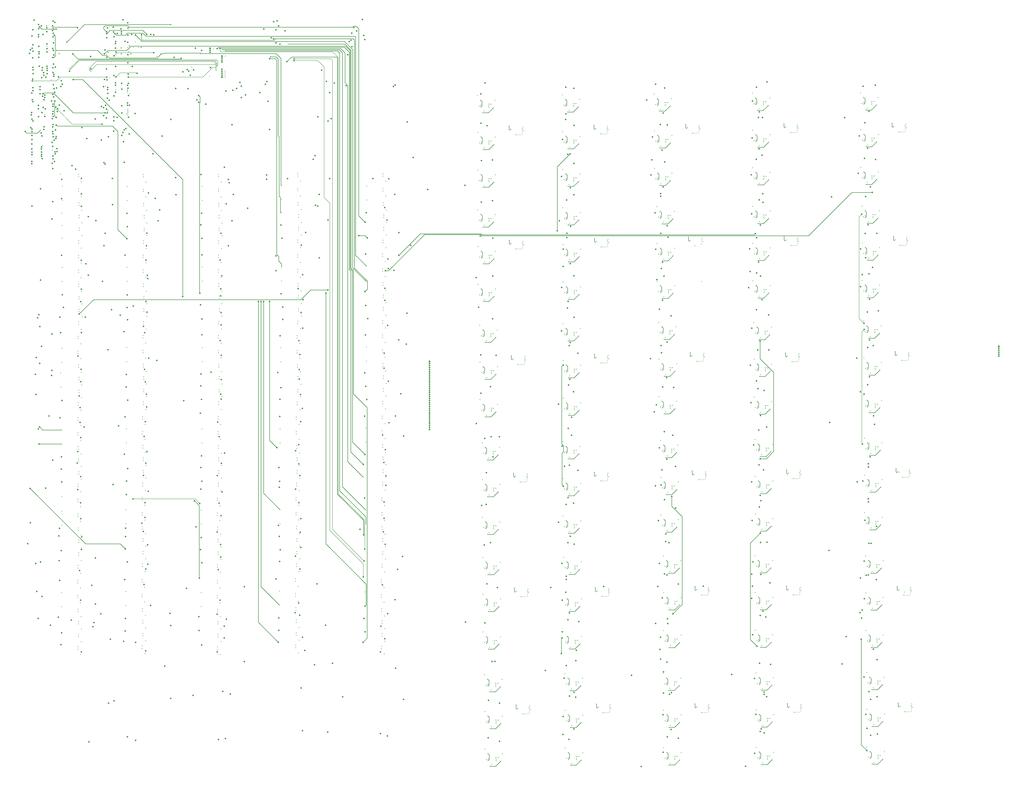
<source format=gbr>
%TF.GenerationSoftware,KiCad,Pcbnew,(6.99.0-3937-g3e53426b6c)*%
%TF.CreationDate,2024-12-16T03:44:04-05:00*%
%TF.ProjectId,AnalogFNN,416e616c-6f67-4464-9e4e-2e6b69636164,rev?*%
%TF.SameCoordinates,Original*%
%TF.FileFunction,Copper,L10,Bot*%
%TF.FilePolarity,Positive*%
%FSLAX46Y46*%
G04 Gerber Fmt 4.6, Leading zero omitted, Abs format (unit mm)*
G04 Created by KiCad (PCBNEW (6.99.0-3937-g3e53426b6c)) date 2024-12-16 03:44:04*
%MOMM*%
%LPD*%
G01*
G04 APERTURE LIST*
%TA.AperFunction,ComponentPad*%
%ADD10R,0.850000X0.850000*%
%TD*%
%TA.AperFunction,ComponentPad*%
%ADD11O,0.850000X0.850000*%
%TD*%
%TA.AperFunction,ViaPad*%
%ADD12C,0.400000*%
%TD*%
%TA.AperFunction,ViaPad*%
%ADD13C,0.800000*%
%TD*%
%TA.AperFunction,ViaPad*%
%ADD14C,0.600000*%
%TD*%
%TA.AperFunction,Conductor*%
%ADD15C,0.250000*%
%TD*%
%TA.AperFunction,Conductor*%
%ADD16C,0.100000*%
%TD*%
%TA.AperFunction,Conductor*%
%ADD17C,0.200000*%
%TD*%
G04 APERTURE END LIST*
D10*
%TO.P,SW1,1,A*%
%TO.N,GND*%
X126899999Y-27699999D03*
D11*
%TO.P,SW1,2,B*%
%TO.N,Net-(SW1-B)*%
X126899999Y-28699999D03*
%TO.P,SW1,3,C*%
%TO.N,+3V3*%
X126899999Y-29699999D03*
%TD*%
D10*
%TO.P,J2,1,Pin_1*%
%TO.N,-5V*%
X132999999Y-42499999D03*
D11*
%TO.P,J2,2,Pin_2*%
%TO.N,GND*%
X132999999Y-41499999D03*
%TO.P,J2,3,Pin_3*%
%TO.N,+5V*%
X132999999Y-40499999D03*
%TO.P,J2,4,Pin_4*%
%TO.N,GND*%
X132999999Y-39499999D03*
%TO.P,J2,5,Pin_5*%
%TO.N,+3V3*%
X132999999Y-38499999D03*
%TD*%
D10*
%TO.P,J1,1,Pin_1*%
%TO.N,GND*%
X133031399Y-31767999D03*
D11*
%TO.P,J1,2,Pin_2*%
%TO.N,/SWCLK*%
X133031399Y-32767999D03*
%TO.P,J1,3,Pin_3*%
%TO.N,/SWDIO*%
X133031399Y-33767999D03*
%TO.P,J1,4,Pin_4*%
%TO.N,+3V3*%
X133031399Y-34767999D03*
%TD*%
D10*
%TO.P,J4,1,Pin_1*%
%TO.N,/L5_OUT1*%
X532199999Y-180899999D03*
D11*
%TO.P,J4,2,Pin_2*%
%TO.N,/L5_OUT2*%
X532199999Y-181899999D03*
%TO.P,J4,3,Pin_3*%
%TO.N,/L5_OUT3*%
X532199999Y-182899999D03*
%TO.P,J4,4,Pin_4*%
%TO.N,/L5_OUT4*%
X532199999Y-183899999D03*
%TO.P,J4,5,Pin_5*%
%TO.N,/L5_OUT5*%
X532199999Y-184899999D03*
%TO.P,J4,6,Pin_6*%
%TO.N,/L5_OUT6*%
X532199999Y-185899999D03*
%TD*%
D10*
%TO.P,J3,1,Pin_1*%
%TO.N,/L1_IN1*%
X239699999Y-188699999D03*
D11*
%TO.P,J3,2,Pin_2*%
%TO.N,/L1_IN2*%
X239699999Y-189699999D03*
%TO.P,J3,3,Pin_3*%
%TO.N,/L1_IN3*%
X239699999Y-190699999D03*
%TO.P,J3,4,Pin_4*%
%TO.N,/L1_IN4*%
X239699999Y-191699999D03*
%TO.P,J3,5,Pin_5*%
%TO.N,/L1_IN5*%
X239699999Y-192699999D03*
%TO.P,J3,6,Pin_6*%
%TO.N,/L1_IN6*%
X239699999Y-193699999D03*
%TO.P,J3,7,Pin_7*%
%TO.N,/L1_IN7*%
X239699999Y-194699999D03*
%TO.P,J3,8,Pin_8*%
%TO.N,/L1_IN8*%
X239699999Y-195699999D03*
%TO.P,J3,9,Pin_9*%
%TO.N,/L1_IN9*%
X239699999Y-196699999D03*
%TO.P,J3,10,Pin_10*%
%TO.N,/L1_IN10*%
X239699999Y-197699999D03*
%TO.P,J3,11,Pin_11*%
%TO.N,/L1_IN11*%
X239699999Y-198699999D03*
%TO.P,J3,12,Pin_12*%
%TO.N,/L1_IN12*%
X239699999Y-199699999D03*
%TO.P,J3,13,Pin_13*%
%TO.N,/L1_IN13*%
X239699999Y-200699999D03*
%TO.P,J3,14,Pin_14*%
%TO.N,/L1_IN14*%
X239699999Y-201699999D03*
%TO.P,J3,15,Pin_15*%
%TO.N,/L1_IN15*%
X239699999Y-202699999D03*
%TO.P,J3,16,Pin_16*%
%TO.N,/L1_IN16*%
X239699999Y-203699999D03*
%TO.P,J3,17,Pin_17*%
%TO.N,/L1_IN17*%
X239699999Y-204699999D03*
%TO.P,J3,18,Pin_18*%
%TO.N,/L1_IN18*%
X239699999Y-205699999D03*
%TO.P,J3,19,Pin_19*%
%TO.N,/L1_IN19*%
X239699999Y-206699999D03*
%TO.P,J3,20,Pin_20*%
%TO.N,/L1_IN20*%
X239699999Y-207699999D03*
%TO.P,J3,21,Pin_21*%
%TO.N,/L1_IN21*%
X239699999Y-208699999D03*
%TO.P,J3,22,Pin_22*%
%TO.N,/L1_IN22*%
X239699999Y-209699999D03*
%TO.P,J3,23,Pin_23*%
%TO.N,/L1_IN23*%
X239699999Y-210699999D03*
%TO.P,J3,24,Pin_24*%
%TO.N,/L1_IN24*%
X239699999Y-211699999D03*
%TO.P,J3,25,Pin_25*%
%TO.N,/L1_IN25*%
X239699999Y-212699999D03*
%TO.P,J3,26,Pin_26*%
%TO.N,/L1_IN26*%
X239699999Y-213699999D03*
%TO.P,J3,27,Pin_27*%
%TO.N,/L1_IN27*%
X239699999Y-214699999D03*
%TO.P,J3,28,Pin_28*%
%TO.N,/L1_IN28*%
X239699999Y-215699999D03*
%TO.P,J3,29,Pin_29*%
%TO.N,/L1_IN29*%
X239699999Y-216699999D03*
%TO.P,J3,30,Pin_30*%
%TO.N,/L1_IN30*%
X239699999Y-217699999D03*
%TO.P,J3,31,Pin_31*%
%TO.N,/L1_IN31*%
X239699999Y-218699999D03*
%TO.P,J3,32,Pin_32*%
%TO.N,/L1_IN32*%
X239699999Y-219699999D03*
%TO.P,J3,33,Pin_33*%
%TO.N,/L1_IN33*%
X239699999Y-220699999D03*
%TO.P,J3,34,Pin_34*%
%TO.N,/L1_IN34*%
X239699999Y-221699999D03*
%TO.P,J3,35,Pin_35*%
%TO.N,/L1_IN35*%
X239699999Y-222699999D03*
%TO.P,J3,36,Pin_36*%
%TO.N,/L1_IN36*%
X239699999Y-223699999D03*
%TD*%
D12*
%TO.N,Net-(U3B-+)*%
X280578000Y-67636000D03*
X281094000Y-69686300D03*
%TO.N,Net-(C2-Pad2)*%
X283955000Y-72131800D03*
X287359000Y-69058400D03*
%TO.N,Net-(U7B-+)*%
X280678000Y-126336000D03*
X281194000Y-128386000D03*
%TO.N,Net-(C5-Pad2)*%
X287459000Y-127758000D03*
X284055000Y-130832000D03*
%TO.N,Net-(U11B-+)*%
X282237000Y-187723000D03*
X281722000Y-185672000D03*
%TO.N,Net-(C8-Pad2)*%
X285099000Y-190168000D03*
X288502000Y-187095000D03*
%TO.N,Net-(U15B-+)*%
X283429000Y-248111000D03*
X282913000Y-246061000D03*
%TO.N,Net-(C11-Pad2)*%
X286290000Y-250557000D03*
X289694000Y-247483000D03*
%TO.N,Net-(U19B-+)*%
X283794000Y-307086000D03*
X283278000Y-305036000D03*
%TO.N,Net-(C14-Pad2)*%
X286655000Y-309532000D03*
X290059000Y-306458000D03*
%TO.N,Net-(U23B-+)*%
X284164000Y-365225000D03*
X284679000Y-367275000D03*
%TO.N,Net-(C17-Pad2)*%
X290944000Y-366647000D03*
X287541000Y-369721000D03*
%TO.N,Net-(U27B-+)*%
X324178000Y-67236000D03*
X324694000Y-69286300D03*
%TO.N,Net-(C20-Pad2)*%
X327555000Y-71731800D03*
X330959000Y-68658400D03*
%TO.N,Net-(U31B-+)*%
X324944000Y-127350000D03*
X324429000Y-125300000D03*
%TO.N,Net-(C23-Pad2)*%
X331209000Y-126722000D03*
X327806000Y-129796000D03*
%TO.N,Net-(U36B-+)*%
X324429000Y-184900000D03*
X324944000Y-186950000D03*
%TO.N,Net-(C26-Pad2)*%
X331209000Y-186322000D03*
X327806000Y-189396000D03*
%TO.N,Net-(U40B-+)*%
X324909000Y-247575000D03*
X324394000Y-245525000D03*
%TO.N,Net-(C29-Pad2)*%
X331174000Y-246947000D03*
X327771000Y-250021000D03*
%TO.N,Net-(U44B-+)*%
X325394000Y-306986000D03*
X324878000Y-304936000D03*
%TO.N,Net-(C32-Pad2)*%
X331659000Y-306358000D03*
X328255000Y-309432000D03*
%TO.N,Net-(U48B-+)*%
X325480000Y-364664000D03*
X325995000Y-366714000D03*
%TO.N,Net-(C35-Pad2)*%
X332260000Y-366086000D03*
X328856000Y-369159000D03*
%TO.N,Net-(U51B-+)*%
X371844000Y-68850100D03*
X371329000Y-66799800D03*
%TO.N,Net-(C38-Pad2)*%
X378109000Y-68222200D03*
X374706000Y-71295600D03*
%TO.N,Net-(U55B-+)*%
X372743000Y-124763000D03*
X373259000Y-126813000D03*
%TO.N,Net-(C41-Pad2)*%
X379524000Y-126185000D03*
X376120000Y-129258000D03*
%TO.N,Net-(U59B-+)*%
X374181000Y-186152000D03*
X373666000Y-184102000D03*
%TO.N,Net-(C44-Pad2)*%
X380446000Y-185524000D03*
X377043000Y-188598000D03*
%TO.N,Net-(U63B-+)*%
X374629000Y-244900000D03*
X375144000Y-246950000D03*
%TO.N,Net-(C47-Pad2)*%
X381409000Y-246322000D03*
X378006000Y-249396000D03*
%TO.N,Net-(U67B-+)*%
X376594000Y-306286000D03*
X376078000Y-304236000D03*
%TO.N,Net-(C50-Pad2)*%
X379455000Y-308732000D03*
X382859000Y-305658000D03*
%TO.N,Net-(U71B-+)*%
X376579000Y-366619000D03*
X376064000Y-364569000D03*
%TO.N,Net-(C53-Pad2)*%
X382844000Y-365991000D03*
X379441000Y-369064000D03*
%TO.N,Net-(U75B-+)*%
X422299000Y-68504500D03*
X421783000Y-66454200D03*
%TO.N,Net-(C56-Pad2)*%
X425160000Y-70950000D03*
X428564000Y-67876600D03*
%TO.N,Net-(U79B-+)*%
X421929000Y-124600000D03*
X422444000Y-126650000D03*
%TO.N,Net-(C59-Pad2)*%
X425306000Y-129096000D03*
X428709000Y-126022000D03*
%TO.N,Net-(U83B-+)*%
X422583000Y-184254000D03*
X423099000Y-186305000D03*
%TO.N,Net-(C62-Pad2)*%
X429364000Y-185677000D03*
X425960000Y-188750000D03*
%TO.N,Net-(U87B-+)*%
X423189000Y-244400000D03*
X423704000Y-246450000D03*
%TO.N,Net-(C65-Pad2)*%
X426566000Y-248896000D03*
X429969000Y-245822000D03*
%TO.N,Net-(U91B-+)*%
X423164000Y-304125000D03*
X423679000Y-306175000D03*
%TO.N,Net-(C68-Pad2)*%
X426541000Y-308621000D03*
X429944000Y-305547000D03*
%TO.N,Net-(U95B-+)*%
X424144000Y-366450000D03*
X423629000Y-364400000D03*
%TO.N,Net-(C71-Pad2)*%
X430409000Y-365822000D03*
X427006000Y-368896000D03*
%TO.N,Net-(U99B-+)*%
X477894000Y-68286300D03*
X477378000Y-66236000D03*
%TO.N,Net-(C74-Pad2)*%
X484159000Y-67658400D03*
X480755000Y-70731800D03*
%TO.N,Net-(U103B-+)*%
X478078000Y-124436000D03*
X478594000Y-126486000D03*
%TO.N,Net-(C77-Pad2)*%
X481455000Y-128932000D03*
X484859000Y-125858000D03*
%TO.N,Net-(U107B-+)*%
X479499000Y-185604000D03*
X478983000Y-183553000D03*
%TO.N,Net-(C80-Pad2)*%
X482360000Y-188049000D03*
X485764000Y-184976000D03*
%TO.N,Net-(U111B-+)*%
X480886000Y-245638000D03*
X479881000Y-245752000D03*
X479366000Y-243702000D03*
%TO.N,Net-(C83-Pad2)*%
X486146000Y-245124000D03*
X482743000Y-248198000D03*
%TO.N,Net-(U115B-+)*%
X480495000Y-306314000D03*
X479980000Y-304264000D03*
%TO.N,Net-(U115C--)*%
X483700000Y-307200000D03*
%TO.N,Net-(C86-Pad2)*%
X486760000Y-305686000D03*
X483356000Y-308759000D03*
%TO.N,Net-(U119B-+)*%
X480513000Y-364149000D03*
X481029000Y-366199000D03*
%TO.N,Net-(C89-Pad2)*%
X487294000Y-365571000D03*
X483890000Y-368645000D03*
%TO.N,GND*%
X310573000Y-332476000D03*
X468693000Y-212209000D03*
X315189000Y-393319000D03*
X172150000Y-108250000D03*
X131200000Y-184150000D03*
X356514000Y-109163000D03*
X463073000Y-93776400D03*
X331700000Y-247800000D03*
X361628000Y-293515000D03*
X130730000Y-294350000D03*
X308309000Y-268186000D03*
X266128000Y-56915200D03*
X272479000Y-236455000D03*
X461299000Y-69572400D03*
X308165000Y-229925000D03*
X171230000Y-322750000D03*
X407333000Y-55733400D03*
X92200000Y-225880000D03*
X215750000Y-101050000D03*
X464678000Y-211094000D03*
X487000000Y-304800000D03*
X378300000Y-67400000D03*
X266373000Y-153876000D03*
X363381000Y-193433000D03*
X215650000Y-210450000D03*
X408739000Y-233679000D03*
X405699000Y-89115600D03*
X272993000Y-314367000D03*
X362458000Y-134093000D03*
X92600000Y-245980000D03*
X407549000Y-367736000D03*
X215950000Y-155750000D03*
X464434000Y-367485000D03*
X413194000Y-354794000D03*
X268084000Y-368561000D03*
X309251000Y-349064000D03*
X131025000Y-330145000D03*
X59025000Y-218845000D03*
X130630000Y-260150000D03*
X131130000Y-252550000D03*
X407400000Y-348800000D03*
D13*
X46600000Y-31200000D03*
D12*
X91940000Y-301940000D03*
D13*
X35700000Y-43500000D03*
D12*
X484400000Y-66800000D03*
X264449000Y-110736000D03*
X407109000Y-247736000D03*
X59525000Y-198027000D03*
X412904000Y-253730000D03*
X308349000Y-128636000D03*
X487500000Y-364700000D03*
X361778000Y-312451000D03*
X470223000Y-392804000D03*
X215325000Y-294245000D03*
X309395000Y-387325000D03*
X463895000Y-326925000D03*
X412879000Y-313455000D03*
X59225000Y-233745000D03*
X130000000Y-34100000D03*
X467788000Y-153092000D03*
X288000000Y-128600000D03*
D13*
X65600000Y-38200000D03*
D12*
X290300000Y-305600000D03*
D13*
X73800000Y-22300000D03*
D12*
X59325000Y-191827000D03*
X355244000Y-89461200D03*
X134700000Y-31700000D03*
X59323200Y-323510000D03*
X59525000Y-108545000D03*
X215290000Y-329850000D03*
X131610000Y-114850000D03*
X412874000Y-332780000D03*
X92925000Y-156345000D03*
X172350000Y-121050000D03*
X92340000Y-329640000D03*
X266829000Y-268722000D03*
X314139000Y-153955000D03*
X407079000Y-326786000D03*
X126600000Y-42100000D03*
X408883000Y-271940000D03*
X331900000Y-305500000D03*
X92300000Y-252480000D03*
X92200000Y-218280000D03*
X383400000Y-306500000D03*
X215525000Y-252145000D03*
X430200000Y-245000000D03*
X266228000Y-115615000D03*
X428900000Y-125200000D03*
X355249000Y-70136200D03*
X216150000Y-114550000D03*
D13*
X35600000Y-54100000D03*
D12*
X59125000Y-253045000D03*
X429600000Y-184800000D03*
X266273000Y-95176400D03*
X59225000Y-211127000D03*
X463773000Y-151976000D03*
X92400000Y-233180000D03*
X408888000Y-252615000D03*
X357586000Y-187438000D03*
X406504000Y-187591000D03*
X359999000Y-307572000D03*
X171150000Y-267450000D03*
X363231000Y-174496000D03*
X381000000Y-186400000D03*
D13*
X73800000Y-32400000D03*
D12*
X268463000Y-235340000D03*
X309400000Y-368000000D03*
X215225000Y-260045000D03*
X331500000Y-69500000D03*
X171550000Y-280950000D03*
X131210000Y-93750000D03*
X411644000Y-133930000D03*
D13*
X84700000Y-31000000D03*
D12*
X270244000Y-116730000D03*
X411639000Y-153255000D03*
X462904000Y-186890000D03*
X309878000Y-75451400D03*
X59323200Y-330110000D03*
X361763000Y-372784000D03*
D13*
X73700000Y-63500000D03*
D12*
X265493000Y-170072000D03*
X411498000Y-75784700D03*
X267194000Y-327697000D03*
X92226800Y-274780000D03*
X314588000Y-333592000D03*
X171150000Y-259850000D03*
X310123000Y-152840000D03*
X314139000Y-213555000D03*
X405849000Y-127936000D03*
X363376000Y-212758000D03*
X269858000Y-392765000D03*
X172125000Y-149945000D03*
X59000000Y-260640000D03*
X430200000Y-304700000D03*
X463281000Y-266363000D03*
X486400000Y-244300000D03*
X92725000Y-150145000D03*
X467644000Y-114830000D03*
X408858000Y-331665000D03*
X214990000Y-336350000D03*
X92340000Y-323040000D03*
X171030000Y-316550000D03*
X59525000Y-204627000D03*
X412899000Y-273055000D03*
X92820000Y-204250000D03*
X171730000Y-210850000D03*
X310128000Y-133515000D03*
X461294000Y-88897400D03*
X131030000Y-225950000D03*
X360894000Y-57194100D03*
X463286000Y-247038000D03*
X465529000Y-293543000D03*
X131625000Y-156245000D03*
X215625000Y-287745000D03*
X310428000Y-294215000D03*
X170930000Y-335850000D03*
X92525000Y-142845000D03*
X469076000Y-272358000D03*
X59725000Y-114745000D03*
X308314000Y-248861000D03*
X408278000Y-211795000D03*
X487800000Y-366400000D03*
X267049000Y-289436000D03*
X131410000Y-108650000D03*
X134600000Y-39500000D03*
X272628000Y-255392000D03*
X467093000Y-75566500D03*
X59325000Y-93645000D03*
X215625000Y-232845000D03*
X59425000Y-127845000D03*
X172350000Y-114450000D03*
X464429000Y-386810000D03*
X365793000Y-313567000D03*
X171630000Y-239450000D03*
X313744000Y-57630300D03*
X215550000Y-142250000D03*
X289100000Y-187900000D03*
X171925000Y-142645000D03*
X313994000Y-175294000D03*
X359365000Y-192317000D03*
X408283000Y-192470000D03*
X215750000Y-191150000D03*
X380700000Y-184700000D03*
X92140000Y-316840000D03*
X413339000Y-393055000D03*
X214890000Y-309750000D03*
X215950000Y-162350000D03*
X362453000Y-153418000D03*
X365629000Y-354963000D03*
X172030000Y-197750000D03*
X405844000Y-147261000D03*
X314109000Y-254855000D03*
X272988000Y-333692000D03*
X428800000Y-67000000D03*
X215825000Y-245645000D03*
X361614000Y-353848000D03*
X92925000Y-162945000D03*
D13*
X35300000Y-85900000D03*
D12*
X308200000Y-109700000D03*
D13*
X74100000Y-53400000D03*
D12*
X91940000Y-309540000D03*
D13*
X85000000Y-52000000D03*
D12*
X92126800Y-294080000D03*
X264349000Y-52036200D03*
X130830000Y-275050000D03*
X331400000Y-246100000D03*
X170830000Y-301650000D03*
X215550000Y-183850000D03*
X59650000Y-163050000D03*
X288800000Y-186200000D03*
X430900000Y-366700000D03*
X128600000Y-27700000D03*
X309979000Y-114579000D03*
X92825000Y-108645000D03*
X383100000Y-304800000D03*
X461994000Y-147097000D03*
X380100000Y-127000000D03*
X131430000Y-246050000D03*
X381600000Y-245500000D03*
X131030000Y-218350000D03*
X268973000Y-332576000D03*
X215950000Y-197350000D03*
X172325000Y-156145000D03*
X131030000Y-287850000D03*
X407478000Y-93994600D03*
X412729000Y-294519000D03*
X486300000Y-185800000D03*
X361773000Y-331776000D03*
X93025000Y-114845000D03*
X215750000Y-93450000D03*
X92625000Y-93745000D03*
X59400000Y-288340000D03*
X378600000Y-69100000D03*
X131210000Y-101350000D03*
X407479000Y-113879000D03*
X215290000Y-323250000D03*
X379800000Y-125300000D03*
X412149000Y-174649000D03*
X408133000Y-173533000D03*
X92426800Y-287580000D03*
X268613000Y-254276000D03*
D13*
X46200000Y-84500000D03*
D12*
X406499000Y-206916000D03*
X270393000Y-135667000D03*
X462754000Y-167953000D03*
X171230000Y-225950000D03*
X265638000Y-208334000D03*
X407084000Y-307461000D03*
X468931000Y-234096000D03*
X361758000Y-392109000D03*
X59400000Y-281740000D03*
X130725000Y-336645000D03*
X215950000Y-108350000D03*
X287892000Y-69922000D03*
X430600000Y-365000000D03*
X130630000Y-267750000D03*
X465060000Y-271242000D03*
X171330000Y-252550000D03*
D13*
X35400000Y-74600000D03*
D12*
X268978000Y-313251000D03*
X267199000Y-308372000D03*
X310123000Y-212440000D03*
X215625000Y-281145000D03*
X463778000Y-132651000D03*
X131325000Y-169345000D03*
X266684000Y-230461000D03*
D13*
X46300000Y-73200000D03*
D12*
X465679000Y-312479000D03*
X92620000Y-191450000D03*
X131310000Y-127950000D03*
X311029000Y-353943000D03*
X359984000Y-367905000D03*
X357028000Y-75015200D03*
X130825000Y-317345000D03*
D13*
X309700000Y-307300000D03*
D12*
X171630000Y-176650000D03*
X359216000Y-173381000D03*
X171830000Y-191550000D03*
X215650000Y-168850000D03*
X365779000Y-373899000D03*
X365644000Y-294630000D03*
X360328000Y-253115000D03*
X131225000Y-142745000D03*
X215950000Y-203950000D03*
X215750000Y-149550000D03*
D13*
X54700000Y-39600000D03*
D12*
X411349000Y-56848500D03*
X215550000Y-134650000D03*
X59023200Y-336610000D03*
X362309000Y-115157000D03*
X92600000Y-239380000D03*
X268608000Y-273601000D03*
X331400000Y-125900000D03*
X131200000Y-176550000D03*
X272623000Y-274717000D03*
X171950000Y-93350000D03*
X469545000Y-294658000D03*
X59123200Y-317310000D03*
X356879000Y-56079000D03*
X484700000Y-68500000D03*
X464533000Y-172832000D03*
X358443000Y-132978000D03*
X215425000Y-225545000D03*
X468549000Y-173948000D03*
X130625000Y-302445000D03*
X465674000Y-331804000D03*
X287587000Y-68194800D03*
X470228000Y-373479000D03*
X407623000Y-152140000D03*
X364194000Y-235294000D03*
X309944000Y-234804000D03*
X215550000Y-176250000D03*
X92820000Y-197650000D03*
X131230000Y-233250000D03*
X466213000Y-372364000D03*
X131430000Y-239450000D03*
X360179000Y-234179000D03*
X358400000Y-229300000D03*
X360323000Y-272440000D03*
X331700000Y-127600000D03*
X313959000Y-235919000D03*
X463137000Y-228102000D03*
X308649000Y-289336000D03*
X463078000Y-74451400D03*
X412298000Y-193585000D03*
X58923200Y-310010000D03*
X271437000Y-195003000D03*
X273729000Y-355619000D03*
X309979000Y-174179000D03*
X464916000Y-232981000D03*
X291500000Y-367500000D03*
D13*
X35400000Y-64100000D03*
D12*
X59125000Y-176927000D03*
X407628000Y-132815000D03*
X290200000Y-248300000D03*
X381900000Y-247200000D03*
X265643000Y-189009000D03*
X466944000Y-56630300D03*
X469081000Y-253033000D03*
D13*
X84800000Y-41000000D03*
D12*
X269863000Y-373440000D03*
X315045000Y-355058000D03*
X264599000Y-129672000D03*
X310128000Y-193115000D03*
X267421000Y-193888000D03*
X92420000Y-184150000D03*
X358293000Y-114042000D03*
X464284000Y-348549000D03*
X92026800Y-259880000D03*
X462928000Y-55515200D03*
X271432000Y-214328000D03*
X93025000Y-121445000D03*
X170830000Y-309250000D03*
X267416000Y-213213000D03*
X461149000Y-50636200D03*
X332200000Y-307200000D03*
X59325000Y-101245000D03*
X470079000Y-354543000D03*
X308344000Y-147961000D03*
D13*
X307855700Y-327600000D03*
D12*
X171350000Y-274750000D03*
X313888000Y-95891500D03*
X267935000Y-349625000D03*
X361044000Y-76130300D03*
X172025000Y-169245000D03*
X171230000Y-329350000D03*
X408863000Y-312340000D03*
X331200000Y-67800000D03*
X364344000Y-254230000D03*
X273879000Y-374555000D03*
X59725000Y-121345000D03*
X408714000Y-293404000D03*
X59100000Y-294840000D03*
X92026800Y-267480000D03*
X413344000Y-373730000D03*
X311174000Y-392204000D03*
X466208000Y-391689000D03*
X405554000Y-50854400D03*
X409179000Y-353679000D03*
X359994000Y-326897000D03*
X314144000Y-134630000D03*
X270388000Y-154992000D03*
X59350000Y-169550000D03*
X379384000Y-147589000D03*
X59250000Y-142950000D03*
X59425000Y-246545000D03*
X429900000Y-186500000D03*
X331800000Y-187200000D03*
X314593000Y-314267000D03*
X429100000Y-68700000D03*
X92625000Y-101345000D03*
X308200000Y-169300000D03*
X215090000Y-317050000D03*
X314104000Y-274180000D03*
X289900000Y-246600000D03*
X171630000Y-184250000D03*
X308094000Y-89897400D03*
X462899000Y-206215000D03*
X59025000Y-226445000D03*
X268079000Y-387886000D03*
X131025000Y-323545000D03*
X59125000Y-184527000D03*
X59450000Y-150250000D03*
X268828000Y-294315000D03*
X131600000Y-204250000D03*
X271288000Y-176067000D03*
X364339000Y-273555000D03*
X171250000Y-294050000D03*
X406935000Y-288525000D03*
X291200000Y-365800000D03*
D13*
X46500000Y-52700000D03*
D12*
X215225000Y-267645000D03*
X92420000Y-176550000D03*
X131425000Y-150045000D03*
X359360000Y-211642000D03*
X379389000Y-128264000D03*
X270293000Y-76966500D03*
X264494000Y-90297400D03*
X467793000Y-133767000D03*
X131400000Y-191450000D03*
X485400000Y-126700000D03*
X215425000Y-274945000D03*
X466063000Y-353428000D03*
X409328000Y-372615000D03*
X358438000Y-152303000D03*
X356664000Y-128099000D03*
X355100000Y-51200000D03*
X269714000Y-354504000D03*
X411494000Y-114994000D03*
X266834000Y-249397000D03*
X266278000Y-75851400D03*
X92525000Y-135245000D03*
X365774000Y-393224000D03*
X487300000Y-306500000D03*
X461849000Y-108836000D03*
X131225000Y-135145000D03*
X407104000Y-267061000D03*
X215825000Y-239045000D03*
X310578000Y-313151000D03*
X412293000Y-212910000D03*
X383100000Y-365100000D03*
X59650000Y-156450000D03*
X313994000Y-115694000D03*
X309728000Y-56515200D03*
X290600000Y-307300000D03*
X216150000Y-121150000D03*
X307949000Y-51636200D03*
X405700000Y-109000000D03*
X430500000Y-306400000D03*
X273874000Y-393880000D03*
X469689000Y-332919000D03*
X131625000Y-162845000D03*
X172325000Y-162745000D03*
X131600000Y-197650000D03*
X313893000Y-76566500D03*
X331500000Y-185500000D03*
X429200000Y-126900000D03*
D13*
X35400000Y-21400000D03*
D12*
X356659000Y-147424000D03*
D13*
X84700000Y-20900000D03*
D12*
X358549000Y-248236000D03*
X272844000Y-295430000D03*
X311179000Y-372879000D03*
X468698000Y-192884000D03*
X310088000Y-273065000D03*
X407544000Y-387061000D03*
X463900000Y-307600000D03*
X310093000Y-253740000D03*
X409323000Y-391940000D03*
X287700000Y-126900000D03*
X464683000Y-191769000D03*
D13*
X46600000Y-42100000D03*
D12*
X467088000Y-94891500D03*
X171925000Y-135045000D03*
X58923200Y-302410000D03*
X130625000Y-310045000D03*
X172030000Y-204350000D03*
X215425000Y-217945000D03*
X171950000Y-100950000D03*
X131610000Y-121450000D03*
X463751000Y-288664000D03*
X59425000Y-239945000D03*
X264594000Y-148997000D03*
X267272000Y-174951000D03*
X214890000Y-302150000D03*
X411493000Y-95109700D03*
X314444000Y-295330000D03*
X469694000Y-313594000D03*
X314144000Y-194230000D03*
X359979000Y-387230000D03*
X407483000Y-74669600D03*
X332800000Y-366900000D03*
X357437000Y-168502000D03*
X270144000Y-58030300D03*
D13*
X46300000Y-62700000D03*
D12*
X357023000Y-94340200D03*
X134600000Y-41500000D03*
X359849000Y-288636000D03*
X309873000Y-94776400D03*
X92625000Y-169445000D03*
X59250000Y-135350000D03*
X406354000Y-168654000D03*
X171550000Y-287550000D03*
X266378000Y-134551000D03*
X84600000Y-62100000D03*
X486000000Y-184100000D03*
X463628000Y-113715000D03*
X122100000Y-30700000D03*
X92426800Y-280980000D03*
X405704000Y-69790600D03*
X75200000Y-42900000D03*
X357581000Y-206763000D03*
X486700000Y-246000000D03*
X308349000Y-188236000D03*
X358544000Y-267561000D03*
X361039000Y-95455300D03*
X308344000Y-207561000D03*
X131300000Y-210750000D03*
X430500000Y-246700000D03*
X270288000Y-96291500D03*
X171630000Y-246050000D03*
X485100000Y-125000000D03*
X365788000Y-332892000D03*
X308099000Y-70572400D03*
X131030000Y-281250000D03*
X461999000Y-127772000D03*
X359835000Y-348969000D03*
X465065000Y-251917000D03*
X59000000Y-268240000D03*
X264499000Y-70972400D03*
X59200000Y-275540000D03*
X92725000Y-127945000D03*
X332500000Y-365200000D03*
X92520000Y-210750000D03*
X172050000Y-127550000D03*
X171430000Y-233250000D03*
X412754000Y-234794000D03*
D13*
X46300000Y-20000000D03*
D12*
X383400000Y-366800000D03*
X215850000Y-127650000D03*
X117500000Y-37400000D03*
D13*
X35700000Y-32600000D03*
D12*
X406960000Y-228800000D03*
X315194000Y-373994000D03*
X92040000Y-336140000D03*
X171230000Y-218350000D03*
D13*
%TO.N,/Neuron6_1/IN1*%
X306441100Y-116352700D03*
X307831500Y-232188300D03*
X308885400Y-351356200D03*
X307549500Y-172915900D03*
X307752100Y-292436000D03*
%TO.N,/Neuron6_1/IN2*%
X309073900Y-242511000D03*
X312042600Y-178940500D03*
X309998400Y-299092000D03*
X312173400Y-119246500D03*
X309766500Y-61392000D03*
X313985000Y-358642500D03*
%TO.N,/Neuron6_1/IN3*%
X307828400Y-311372000D03*
X308400000Y-371100000D03*
X308005100Y-74491400D03*
X308440200Y-252799300D03*
X308429400Y-130894500D03*
X308429000Y-190529700D03*
%TO.N,/Neuron6_1/IN4*%
X311900000Y-82000000D03*
X311749000Y-197779600D03*
X311600300Y-317887900D03*
X310906000Y-258617000D03*
X313828400Y-377539900D03*
X311991700Y-138407600D03*
X305300000Y-121500000D03*
%TO.N,/Neuron6_1/IN5*%
X306011800Y-210594000D03*
X307400000Y-338800000D03*
X307794000Y-330697000D03*
X306011800Y-271286000D03*
X307621700Y-150640400D03*
X307497000Y-93546300D03*
%TO.N,/Neuron6_1/IN6*%
X312695800Y-217237400D03*
X311991700Y-278458000D03*
X315100000Y-337100000D03*
X312100000Y-99421900D03*
X310936000Y-157717000D03*
%TO.N,/Neuron6_1/OUT*%
X357839200Y-292430000D03*
X351249000Y-54300000D03*
X357837600Y-233007300D03*
X355605800Y-112263000D03*
X359906900Y-348138900D03*
%TO.N,/Neuron6_10/IN2*%
X361587900Y-238866300D03*
X359717900Y-61008500D03*
X364000200Y-358864300D03*
X361705900Y-298392000D03*
X361809900Y-118932000D03*
X361824200Y-178658000D03*
%TO.N,/Neuron6_10/IN3*%
X359681800Y-370196800D03*
X359349000Y-310137300D03*
X354249000Y-73236200D03*
X358629400Y-252153800D03*
X353270500Y-187222500D03*
X355903000Y-130976500D03*
%TO.N,/Neuron6_10/IN4*%
X363817500Y-377779100D03*
X359200000Y-80000000D03*
X364153500Y-258000000D03*
X364738200Y-318329500D03*
X355750100Y-252602600D03*
X361536200Y-196991500D03*
X359457600Y-137707000D03*
%TO.N,/Neuron6_10/IN5*%
X356930400Y-304292000D03*
X359760800Y-389522500D03*
X358398400Y-330354000D03*
X329187100Y-304292000D03*
X356324500Y-210959000D03*
X357276800Y-270474000D03*
X356560300Y-146601200D03*
X353516200Y-92830000D03*
%TO.N,/Neuron6_10/IN6*%
X355159300Y-214586000D03*
X359722900Y-98993100D03*
X348475200Y-396826100D03*
X358035000Y-336653000D03*
X359435400Y-157060400D03*
X361136000Y-277317000D03*
X343485300Y-349914700D03*
%TO.N,/Neuron6_13/IN1*%
X405240000Y-112821100D03*
X406624200Y-351584200D03*
X405936200Y-291626200D03*
X405277400Y-171589300D03*
X406205200Y-231605200D03*
X405634400Y-54793400D03*
%TO.N,/Neuron6_13/IN2*%
X409935200Y-298157900D03*
X409663400Y-238668000D03*
X409547400Y-178195500D03*
X409184400Y-60391900D03*
X411611100Y-358556000D03*
X409673400Y-118531000D03*
%TO.N,/Neuron6_13/IN3*%
X405245100Y-310394000D03*
X404244300Y-130754000D03*
X404546600Y-190634000D03*
X405498600Y-73736800D03*
X407385600Y-370028800D03*
X405245100Y-250514000D03*
%TO.N,/Neuron6_10/OUT*%
X411073100Y-316991000D03*
X407670100Y-198618000D03*
X409663400Y-257492000D03*
X410141000Y-377492000D03*
X409000000Y-79315100D03*
X408808100Y-137538400D03*
%TO.N,/Neuron6_11/OUT*%
X405047900Y-92756500D03*
X405694100Y-329151100D03*
X380426000Y-304172000D03*
X405451500Y-270395700D03*
X403683500Y-150714000D03*
X404916300Y-209836000D03*
X406779900Y-390046900D03*
X405658800Y-304172000D03*
%TO.N,/Neuron6_12/OUT*%
X410533000Y-156924200D03*
X409757800Y-216459200D03*
X407900000Y-335000000D03*
X409708000Y-276805000D03*
X402125300Y-396657100D03*
X411020500Y-106889900D03*
X394948200Y-349551800D03*
%TO.N,/Neuron6_13/OUT*%
X463084633Y-172193672D03*
X463060800Y-291259200D03*
X461800000Y-113000000D03*
X462140200Y-231202000D03*
X462947900Y-350772900D03*
X462955500Y-169100000D03*
%TO.N,/Neuron6_14/OUT*%
X465754100Y-177570800D03*
X465046500Y-118376700D03*
X465475800Y-358305000D03*
X465165700Y-298420000D03*
X466137200Y-237716500D03*
X465475800Y-60168900D03*
%TO.N,/Neuron6_15/OUT*%
X463119300Y-310571800D03*
X459201000Y-186936900D03*
X463859700Y-370010200D03*
X461186000Y-130872000D03*
X462373900Y-250138000D03*
X460537000Y-72780300D03*
%TO.N,/Neuron6_16/OUT*%
X462007400Y-316382000D03*
X459495900Y-250514000D03*
X464449500Y-377229000D03*
X465716700Y-196514100D03*
X464860400Y-79122000D03*
X463798200Y-135292400D03*
%TO.N,/Neuron6_17/OUT*%
X461168000Y-150197000D03*
X460007100Y-91997400D03*
X462990400Y-205378500D03*
X444900400Y-285799600D03*
X453845000Y-330025000D03*
X463361400Y-270277400D03*
X461493600Y-331400000D03*
X464400000Y-388600000D03*
%TO.N,/Neuron6_18/OUT*%
X466279100Y-98907200D03*
X467843400Y-216582000D03*
X467800000Y-336600000D03*
X465876300Y-156628100D03*
X469300000Y-273400000D03*
D12*
%TO.N,-5V*%
X470076000Y-353834000D03*
X412752000Y-234085000D03*
X271435000Y-194294000D03*
X272841000Y-294722000D03*
X315043000Y-354349000D03*
X412727000Y-293810000D03*
X271430000Y-213619000D03*
X360892000Y-56485400D03*
X314141000Y-193522000D03*
X364341000Y-253522000D03*
X314106000Y-254147000D03*
X313886000Y-95182800D03*
X413336000Y-392347000D03*
X413341000Y-373022000D03*
X411491000Y-94401000D03*
X468546000Y-173239000D03*
X272476000Y-235747000D03*
X466941000Y-55921600D03*
X315192000Y-373285000D03*
X363229000Y-173788000D03*
X270386000Y-154283000D03*
X469687000Y-332210000D03*
X467786000Y-152383000D03*
X273727000Y-354910000D03*
X470226000Y-372771000D03*
X134600000Y-42500000D03*
X412871000Y-332072000D03*
X362451000Y-152709000D03*
X273871000Y-393172000D03*
X363378000Y-192724000D03*
X365791000Y-312858000D03*
X365641000Y-293922000D03*
X314591000Y-313558000D03*
X411641000Y-133222000D03*
X314141000Y-133922000D03*
X412296000Y-192876000D03*
X412901000Y-253022000D03*
X469543000Y-293949000D03*
X361036000Y-94746600D03*
X468929000Y-233388000D03*
X314136000Y-153247000D03*
X412876000Y-312747000D03*
X313741000Y-56921600D03*
X413192000Y-354085000D03*
X314101000Y-273472000D03*
X313957000Y-235210000D03*
X467791000Y-133058000D03*
X270291000Y-76257800D03*
X362306000Y-114448000D03*
X271285000Y-175358000D03*
X365627000Y-354254000D03*
X314441000Y-294622000D03*
X469073000Y-271649000D03*
X313992000Y-174585000D03*
X270241000Y-116022000D03*
X470221000Y-392096000D03*
X469078000Y-252324000D03*
X314586000Y-332883000D03*
X270286000Y-95582800D03*
X313992000Y-114985000D03*
X272626000Y-254683000D03*
X469692000Y-312885000D03*
X467641000Y-114122000D03*
X364336000Y-272847000D03*
X272986000Y-332983000D03*
X412146000Y-173940000D03*
X361041000Y-75421600D03*
X365786000Y-332183000D03*
X362456000Y-133384000D03*
X364192000Y-234585000D03*
X273876000Y-373847000D03*
X467091000Y-74857800D03*
X411346000Y-56139800D03*
X467086000Y-94182800D03*
X412896000Y-272347000D03*
X411636000Y-152547000D03*
X468691000Y-211500000D03*
X314136000Y-212847000D03*
X315187000Y-392610000D03*
X412291000Y-212201000D03*
X272991000Y-313658000D03*
X272621000Y-274008000D03*
X270141000Y-57321600D03*
X411496000Y-75076000D03*
X270391000Y-134958000D03*
X313891000Y-75857800D03*
X365771000Y-392516000D03*
X363373000Y-212049000D03*
X411492000Y-114285000D03*
X468696000Y-192175000D03*
X365776000Y-373190000D03*
%TO.N,+5V*%
X60400000Y-270940000D03*
X374604000Y-185728000D03*
X92200000Y-224680000D03*
X171950000Y-99750000D03*
X132900000Y-242100000D03*
X93800000Y-290100000D03*
X61100000Y-159100000D03*
X61125000Y-117445000D03*
X93440000Y-338740000D03*
X93800000Y-332200000D03*
X59100000Y-293540000D03*
X359358000Y-272923000D03*
X132500000Y-283900000D03*
X94500000Y-117500000D03*
X407312000Y-212277000D03*
X93340000Y-304640000D03*
X216900000Y-277400000D03*
X60525000Y-187227000D03*
X171330000Y-251250000D03*
X406663000Y-133298000D03*
X481452000Y-365774000D03*
X359214000Y-234662000D03*
X60800000Y-194300000D03*
X217050000Y-171450000D03*
X92625000Y-92545000D03*
X131030000Y-286650000D03*
X310209000Y-392687000D03*
D13*
X46400000Y-46400000D03*
D12*
X215525000Y-250845000D03*
X216700000Y-325900000D03*
X422867000Y-126225000D03*
X462663000Y-114198000D03*
X131625000Y-155045000D03*
X132800000Y-248600000D03*
X132500000Y-326200000D03*
X60700000Y-278000000D03*
X173325000Y-145345000D03*
X132710000Y-130550000D03*
X173800000Y-123700000D03*
X217400000Y-110900000D03*
X215625000Y-286545000D03*
X131030000Y-224750000D03*
X59650000Y-155250000D03*
X59200000Y-274240000D03*
X356058000Y-94822800D03*
X94398100Y-158993000D03*
X284217000Y-306662000D03*
X171730000Y-209550000D03*
X215425000Y-216745000D03*
X60800000Y-326200000D03*
X360807000Y-332259000D03*
X173000000Y-290100000D03*
X92820000Y-196450000D03*
X215550000Y-141050000D03*
X216925000Y-254745000D03*
X215625000Y-231545000D03*
X480304000Y-245328000D03*
X171230000Y-328150000D03*
X215750000Y-189850000D03*
X424567000Y-366025000D03*
X464709000Y-332287000D03*
X171230000Y-224750000D03*
X172900000Y-235700000D03*
X171230000Y-321550000D03*
X58923200Y-308810000D03*
X172550000Y-270150000D03*
X268893000Y-393248000D03*
X173300000Y-194000000D03*
X60825000Y-130445000D03*
X92426800Y-279780000D03*
X59350000Y-168250000D03*
X216950000Y-178950000D03*
X61000000Y-200700000D03*
X360812000Y-312934000D03*
X171150000Y-258650000D03*
X173000000Y-283600000D03*
X479017000Y-126062000D03*
X130625000Y-301245000D03*
X59123200Y-316010000D03*
X170930000Y-334550000D03*
X58923200Y-301210000D03*
X377017000Y-305862000D03*
X59323200Y-328910000D03*
X407898000Y-312823000D03*
X132725000Y-171945000D03*
X92420000Y-175350000D03*
X217000000Y-283800000D03*
X217300000Y-164900000D03*
X215290000Y-328650000D03*
X60400000Y-263340000D03*
X131225000Y-141545000D03*
X215825000Y-237845000D03*
X173130000Y-213450000D03*
X92426800Y-286380000D03*
X355914000Y-56561600D03*
X217300000Y-248200000D03*
X309163000Y-193598000D03*
X267647000Y-254759000D03*
X92525000Y-134045000D03*
X131600000Y-196450000D03*
X217050000Y-213050000D03*
X132300000Y-319800000D03*
X359363000Y-253598000D03*
X131610000Y-113650000D03*
X94000000Y-248500000D03*
X61125000Y-123945000D03*
X131025000Y-328945000D03*
X406658000Y-152623000D03*
X132430000Y-228650000D03*
X59325000Y-92445000D03*
X172325000Y-154945000D03*
X465247000Y-372847000D03*
X465242000Y-392172000D03*
X92625000Y-168145000D03*
X133000000Y-206800000D03*
X173325000Y-137745000D03*
X94300000Y-111100000D03*
X173700000Y-152400000D03*
X171150000Y-266250000D03*
X60650000Y-138050000D03*
X171630000Y-244850000D03*
D13*
X46500000Y-24900000D03*
D12*
X92925000Y-155145000D03*
D13*
X46100000Y-78200000D03*
D12*
X60323200Y-312710000D03*
X92525000Y-141645000D03*
X172630000Y-228650000D03*
X94100000Y-242000000D03*
X217400000Y-206500000D03*
X171350000Y-273450000D03*
X132025000Y-305145000D03*
X357328000Y-114524000D03*
X130625000Y-308845000D03*
X215225000Y-266445000D03*
X172325000Y-161545000D03*
X266456000Y-194370000D03*
X93925000Y-137945000D03*
X94100000Y-193900000D03*
X217150000Y-96150000D03*
X59225000Y-209827000D03*
X60423200Y-339210000D03*
X172030000Y-196550000D03*
X59023200Y-335310000D03*
X132030000Y-262850000D03*
X93820000Y-186850000D03*
X309163000Y-133998000D03*
X406514000Y-114362000D03*
X93800000Y-325700000D03*
X172650000Y-296650000D03*
X131610000Y-120250000D03*
X59725000Y-120145000D03*
X94300000Y-200300000D03*
X92925000Y-161745000D03*
X309158000Y-212923000D03*
X308912000Y-75934000D03*
X132125000Y-339245000D03*
X424127000Y-246025000D03*
X462107000Y-94259000D03*
X132800000Y-193900000D03*
X133000000Y-165400000D03*
X94500000Y-124000000D03*
X91940000Y-300740000D03*
X60925000Y-111045000D03*
X92820000Y-203050000D03*
X131300000Y-209450000D03*
X93340000Y-312240000D03*
X171630000Y-175450000D03*
X215750000Y-92250000D03*
X132300000Y-277500000D03*
X217150000Y-103750000D03*
X308763000Y-56997800D03*
X132500000Y-332700000D03*
X309128000Y-254223000D03*
X60500000Y-297440000D03*
D13*
X84500000Y-55800000D03*
D12*
X424102000Y-305750000D03*
X131230000Y-231950000D03*
X132900000Y-152500000D03*
X59000000Y-259440000D03*
X358251000Y-173864000D03*
X93600000Y-220980000D03*
X463951000Y-233464000D03*
X173800000Y-165300000D03*
X60725000Y-103945000D03*
X215850000Y-126350000D03*
X130825000Y-316045000D03*
X215225000Y-258845000D03*
X478317000Y-67861600D03*
X358400000Y-192800000D03*
X92140000Y-315540000D03*
X356063000Y-75497800D03*
X132600000Y-179250000D03*
X92725000Y-148845000D03*
X214890000Y-308550000D03*
X93700000Y-255080000D03*
X172150000Y-106950000D03*
X94025000Y-96445000D03*
X215825000Y-244445000D03*
X60900000Y-152700000D03*
X131210000Y-92550000D03*
X92026800Y-266280000D03*
X215950000Y-107050000D03*
X358395000Y-212125000D03*
X325332000Y-247150000D03*
X60425000Y-229145000D03*
X171950000Y-92150000D03*
X130730000Y-293050000D03*
D13*
X84900000Y-45700000D03*
D12*
X216950000Y-137350000D03*
X360663000Y-293998000D03*
X215325000Y-292945000D03*
X132700000Y-213350000D03*
X461963000Y-55997800D03*
X479922000Y-185179000D03*
X60525000Y-255645000D03*
X92300000Y-251180000D03*
X407923000Y-253098000D03*
X131200000Y-175350000D03*
X216825000Y-220645000D03*
X173030000Y-186950000D03*
X130830000Y-273750000D03*
X406368000Y-56216000D03*
X92200000Y-217080000D03*
X131030000Y-280050000D03*
X215425000Y-224345000D03*
X132130000Y-296950000D03*
X59323200Y-322310000D03*
X93800000Y-277200000D03*
X407168000Y-174016000D03*
D13*
X84600000Y-14600000D03*
D12*
X60625000Y-213727000D03*
X377002000Y-366194000D03*
X170830000Y-308050000D03*
X131410000Y-107350000D03*
X281517000Y-69261600D03*
X59325000Y-190527000D03*
X267863000Y-294798000D03*
X173700000Y-110700000D03*
X93920000Y-213350000D03*
X326418000Y-366289000D03*
X265407000Y-154359000D03*
X132610000Y-96450000D03*
X133000000Y-117500000D03*
X92600000Y-244780000D03*
X173030000Y-179350000D03*
X59250000Y-141750000D03*
X92520000Y-209450000D03*
X59325000Y-100045000D03*
D13*
X65500000Y-31900000D03*
D12*
X325367000Y-186525000D03*
X59525000Y-203427000D03*
X94400000Y-165500000D03*
X215290000Y-322050000D03*
X215550000Y-182650000D03*
X131030000Y-217150000D03*
X360793000Y-392592000D03*
X215950000Y-196150000D03*
X173000000Y-242200000D03*
X93025000Y-113645000D03*
X91940000Y-308340000D03*
D13*
X84700000Y-35200000D03*
D12*
X172600000Y-325400000D03*
X215950000Y-154550000D03*
X325117000Y-68861600D03*
X92620000Y-190150000D03*
X172330000Y-338450000D03*
X92126800Y-292780000D03*
X132500000Y-290400000D03*
D13*
X84600000Y-24700000D03*
D12*
X172125000Y-148645000D03*
X266307000Y-175434000D03*
X59400000Y-280540000D03*
X375567000Y-246525000D03*
X93700000Y-319300000D03*
X357477000Y-133461000D03*
X216950000Y-186550000D03*
X131025000Y-322345000D03*
X92600000Y-238180000D03*
X133100000Y-124000000D03*
X462812000Y-133134000D03*
X309014000Y-174662000D03*
X92040000Y-334840000D03*
D13*
X173000000Y-319046700D03*
D12*
X172025000Y-167945000D03*
X214990000Y-335050000D03*
X464100000Y-252400000D03*
X408363000Y-373098000D03*
D13*
X46200000Y-66900000D03*
D12*
X172230000Y-311950000D03*
X282660000Y-187298000D03*
X172630000Y-221050000D03*
X408214000Y-354162000D03*
X173350000Y-103650000D03*
X309607000Y-332959000D03*
X408358000Y-392423000D03*
X131430000Y-244850000D03*
D13*
X46500000Y-35800000D03*
D12*
X265163000Y-57397800D03*
X215425000Y-273645000D03*
X60800000Y-249100000D03*
X92226800Y-273480000D03*
X94200000Y-206800000D03*
X171830000Y-190250000D03*
X407918000Y-272423000D03*
X59025000Y-225245000D03*
X93426800Y-270180000D03*
X310214000Y-373362000D03*
X172050000Y-126250000D03*
X171630000Y-238250000D03*
X132025000Y-312745000D03*
X325367000Y-126925000D03*
X216625000Y-270345000D03*
X61200000Y-165600000D03*
X216700000Y-332400000D03*
X360798000Y-373267000D03*
X92400000Y-231880000D03*
X60425000Y-221545000D03*
X309014000Y-115062000D03*
X60900000Y-207200000D03*
X171430000Y-231950000D03*
X133000000Y-158900000D03*
X265312000Y-76334000D03*
X132530000Y-255150000D03*
X60725000Y-96345000D03*
X93426800Y-262580000D03*
X93820000Y-179250000D03*
X216290000Y-304850000D03*
X60700000Y-332700000D03*
X60525000Y-179627000D03*
X217500000Y-123700000D03*
X172350000Y-113250000D03*
X171550000Y-286350000D03*
X217200000Y-193600000D03*
X216600000Y-319500000D03*
X171630000Y-183050000D03*
X464714000Y-312962000D03*
X173500000Y-206900000D03*
X268749000Y-354987000D03*
X59025000Y-217645000D03*
X281617000Y-127962000D03*
X131325000Y-168045000D03*
X216150000Y-119950000D03*
X217400000Y-200000000D03*
X59450000Y-148950000D03*
X171250000Y-292750000D03*
X215550000Y-175050000D03*
X215950000Y-161150000D03*
X215950000Y-202750000D03*
X214890000Y-300950000D03*
X92340000Y-321840000D03*
X407317000Y-192952000D03*
X172800000Y-277200000D03*
X92026800Y-258680000D03*
X216150000Y-113350000D03*
X132700000Y-235800000D03*
X92625000Y-100145000D03*
X173450000Y-130150000D03*
X171925000Y-141445000D03*
X59000000Y-267040000D03*
X132600000Y-186850000D03*
X93900000Y-283600000D03*
X268898000Y-373923000D03*
X60650000Y-145650000D03*
X131130000Y-251250000D03*
X171925000Y-133845000D03*
X422722000Y-68079800D03*
X283852000Y-247687000D03*
X216825000Y-228245000D03*
D13*
X46200000Y-13700000D03*
D12*
X132430000Y-221050000D03*
X215650000Y-167550000D03*
X59425000Y-238745000D03*
X93925000Y-145545000D03*
X132610000Y-104050000D03*
X285102000Y-366850000D03*
X406517000Y-75152200D03*
X130630000Y-266550000D03*
X59425000Y-245345000D03*
X59250000Y-134150000D03*
X172700000Y-331900000D03*
X372267000Y-68425400D03*
X265412000Y-135034000D03*
X131310000Y-126650000D03*
X407893000Y-332148000D03*
X463568000Y-173315000D03*
X309612000Y-313634000D03*
X173000000Y-248700000D03*
X59400000Y-287140000D03*
X172030000Y-203150000D03*
X309123000Y-273548000D03*
X131430000Y-238250000D03*
X423522000Y-185880000D03*
X216390000Y-338950000D03*
X265263000Y-116098000D03*
X131400000Y-190150000D03*
X308979000Y-235287000D03*
X267498000Y-235823000D03*
X310064000Y-354425000D03*
X325817000Y-306562000D03*
X217300000Y-241700000D03*
X268012000Y-313734000D03*
X357472000Y-152786000D03*
X373682000Y-126388000D03*
X463712000Y-211576000D03*
X407749000Y-293887000D03*
X216950000Y-144950000D03*
X216625000Y-262745000D03*
X59125000Y-175727000D03*
X94025000Y-104045000D03*
X92825000Y-107345000D03*
X60800000Y-242600000D03*
X464095000Y-271725000D03*
X215090000Y-315750000D03*
X60323200Y-305110000D03*
X173350000Y-96050000D03*
X60800000Y-290900000D03*
X60800000Y-284400000D03*
X134596000Y-40496100D03*
X131425000Y-148745000D03*
X59525000Y-196827000D03*
X172730000Y-255150000D03*
X465098000Y-353911000D03*
X132625000Y-137845000D03*
X406512000Y-94477200D03*
X172230000Y-304350000D03*
X132625000Y-145445000D03*
X463717000Y-192251000D03*
X131600000Y-203050000D03*
X131225000Y-133945000D03*
X464564000Y-294025000D03*
X215550000Y-133450000D03*
X215650000Y-209150000D03*
X130725000Y-335345000D03*
X217600000Y-117200000D03*
X171230000Y-217150000D03*
X462112000Y-74934000D03*
X130630000Y-258950000D03*
X462807000Y-152459000D03*
X173425000Y-171845000D03*
X265307000Y-95659000D03*
X407774000Y-234162000D03*
X59425000Y-126545000D03*
X171030000Y-315250000D03*
X216290000Y-312450000D03*
X268007000Y-333059000D03*
X173800000Y-158800000D03*
X60700000Y-236200000D03*
X173800000Y-117200000D03*
X266451000Y-213695000D03*
X131200000Y-182950000D03*
X309463000Y-294698000D03*
X217000000Y-235400000D03*
X59725000Y-113545000D03*
X132030000Y-270450000D03*
X59125000Y-183327000D03*
X93900000Y-235600000D03*
X217300000Y-158400000D03*
X173600000Y-200400000D03*
X59525000Y-107245000D03*
D13*
X46200000Y-56400000D03*
D12*
X172350000Y-119850000D03*
X170830000Y-300450000D03*
X60600000Y-319800000D03*
X92340000Y-328440000D03*
X215625000Y-279945000D03*
X59125000Y-251745000D03*
X132800000Y-111200000D03*
X217250000Y-130250000D03*
X94200000Y-152600000D03*
X59225000Y-232445000D03*
X59650000Y-161850000D03*
X60750000Y-172150000D03*
X217200000Y-152000000D03*
X267642000Y-274084000D03*
X172550000Y-262550000D03*
X309158000Y-153323000D03*
X215750000Y-99850000D03*
X480918000Y-305889000D03*
X92420000Y-182950000D03*
X94025000Y-172045000D03*
X308907000Y-95259000D03*
X217100000Y-290300000D03*
X92725000Y-126645000D03*
X215750000Y-148250000D03*
X93526800Y-296680000D03*
X93025000Y-120245000D03*
X133000000Y-200300000D03*
X216725000Y-296845000D03*
X94125000Y-130545000D03*
X171550000Y-279750000D03*
X93600000Y-228580000D03*
X131625000Y-161645000D03*
X360649000Y-354330000D03*
X131210000Y-100150000D03*
%TO.N,Net-(Q1A-S1)*%
X266199000Y-76783500D03*
X266099000Y-73272400D03*
%TO.N,Net-(Q1B-G2)*%
X267899000Y-78872400D03*
X273499000Y-73372400D03*
%TO.N,Net-(Q2A-S1)*%
X266194000Y-96108500D03*
X266094000Y-92597400D03*
%TO.N,Net-(Q2B-G2)*%
X273494000Y-92697400D03*
X267894000Y-98197400D03*
%TO.N,Net-(Q3A-S1)*%
X265949000Y-54336200D03*
X266049000Y-57847300D03*
%TO.N,Net-(Q3B-G2)*%
X273349000Y-54436200D03*
X267749000Y-59936200D03*
%TO.N,Net-(Q4A-S1)*%
X266299000Y-135484000D03*
X266199000Y-131972000D03*
%TO.N,Net-(Q4B-G2)*%
X267999000Y-137572000D03*
X273599000Y-132072000D03*
%TO.N,Net-(Q5A-S1)*%
X266294000Y-154808000D03*
X266194000Y-151297000D03*
%TO.N,Net-(Q5B-G2)*%
X273594000Y-151397000D03*
X267994000Y-156897000D03*
%TO.N,Net-(Q6A-S1)*%
X266049000Y-113036000D03*
X266149000Y-116547000D03*
%TO.N,Net-(Q6B-G2)*%
X267849000Y-118636000D03*
X273449000Y-113136000D03*
%TO.N,Net-(Q7A-S1)*%
X267243000Y-191309000D03*
X267343000Y-194820000D03*
%TO.N,Net-(Q7B-G2)*%
X269043000Y-196909000D03*
X274643000Y-191409000D03*
%TO.N,Net-(Q8A-S1)*%
X267338000Y-214145000D03*
X267238000Y-210634000D03*
%TO.N,Net-(Q8B-G2)*%
X274638000Y-210734000D03*
X269038000Y-216234000D03*
%TO.N,Net-(Q9A-S1)*%
X267093000Y-172372000D03*
X267193000Y-175884000D03*
%TO.N,Net-(Q9B-G2)*%
X274493000Y-172472000D03*
X268893000Y-177972000D03*
%TO.N,Net-(Q10A-S1)*%
X268534000Y-255208000D03*
X268434000Y-251697000D03*
%TO.N,Net-(Q10B-G2)*%
X275834000Y-251797000D03*
X270234000Y-257297000D03*
%TO.N,Net-(Q11A-S1)*%
X268529000Y-274534000D03*
X268429000Y-271022000D03*
%TO.N,Net-(Q11B-G2)*%
X270229000Y-276622000D03*
X275829000Y-271122000D03*
%TO.N,Net-(Q12A-S1)*%
X268284000Y-232761000D03*
X268384000Y-236272000D03*
%TO.N,Net-(Q12B-G2)*%
X270084000Y-238361000D03*
X275684000Y-232861000D03*
%TO.N,Net-(Q13A-S1)*%
X268899000Y-314184000D03*
X268799000Y-310672000D03*
%TO.N,Net-(Q13B-G2)*%
X276199000Y-310772000D03*
X270599000Y-316272000D03*
%TO.N,Net-(Q14A-S1)*%
X268794000Y-329997000D03*
X268894000Y-333508000D03*
%TO.N,Net-(Q14B-G2)*%
X276194000Y-330097000D03*
X270594000Y-335597000D03*
%TO.N,Net-(Q15A-S1)*%
X268749000Y-295247000D03*
X268649000Y-291736000D03*
%TO.N,Net-(Q15B-G2)*%
X276049000Y-291836000D03*
X270449000Y-297336000D03*
%TO.N,Net-(Q16A-S1)*%
X269784000Y-374372000D03*
X269684000Y-370861000D03*
%TO.N,Net-(Q16B-G2)*%
X277084000Y-370961000D03*
X271484000Y-376461000D03*
%TO.N,Net-(Q17A-S1)*%
X269779000Y-393697000D03*
X269679000Y-390186000D03*
%TO.N,Net-(Q17B-G2)*%
X271479000Y-395786000D03*
X277079000Y-390286000D03*
%TO.N,Net-(Q18A-S1)*%
X269535000Y-351925000D03*
X269635000Y-355436000D03*
%TO.N,Net-(Q18B-G2)*%
X271335000Y-357525000D03*
X276935000Y-352025000D03*
%TO.N,Net-(Q19A-S1)*%
X309699000Y-72872400D03*
X309799000Y-76383500D03*
%TO.N,Net-(Q19B-G2)*%
X311499000Y-78472400D03*
X317099000Y-72972400D03*
%TO.N,Net-(Q20A-S1)*%
X309694000Y-92197400D03*
X309794000Y-95708500D03*
%TO.N,Net-(Q20B-G2)*%
X311494000Y-97797400D03*
X317094000Y-92297400D03*
%TO.N,Net-(Q21A-S1)*%
X309549000Y-53936200D03*
X309649000Y-57447300D03*
%TO.N,Net-(Q21B-G2)*%
X316949000Y-54036200D03*
X311349000Y-59536200D03*
%TO.N,Net-(Q22A-S1)*%
X310049000Y-134447000D03*
X309949000Y-130936000D03*
%TO.N,Net-(Q22B-G2)*%
X311749000Y-136536000D03*
X317349000Y-131036000D03*
%TO.N,Net-(Q23A-S1)*%
X309944000Y-150261000D03*
X310044000Y-153772000D03*
%TO.N,Net-(Q23B-G2)*%
X311744000Y-155861000D03*
X317344000Y-150361000D03*
%TO.N,Net-(Q24A-S1)*%
X309900000Y-115511000D03*
X309800000Y-112000000D03*
%TO.N,Net-(Q24B-G2)*%
X317200000Y-112100000D03*
X311600000Y-117600000D03*
%TO.N,Net-(Q25A-S1)*%
X310049000Y-194047000D03*
X309949000Y-190536000D03*
%TO.N,Net-(Q25B-G2)*%
X311749000Y-196136000D03*
X317349000Y-190636000D03*
%TO.N,Net-(Q26A-S1)*%
X310044000Y-213372000D03*
X309944000Y-209861000D03*
%TO.N,Net-(Q26B-G2)*%
X311744000Y-215461000D03*
X317344000Y-209961000D03*
%TO.N,Net-(Q27A-S1)*%
X309800000Y-171600000D03*
X309900000Y-175111000D03*
%TO.N,Net-(Q27B-G2)*%
X317200000Y-171700000D03*
X311600000Y-177200000D03*
%TO.N,Net-(Q28A-S1)*%
X309914000Y-251161000D03*
X310014000Y-254672000D03*
%TO.N,Net-(Q28B-G2)*%
X317314000Y-251261000D03*
X311714000Y-256761000D03*
%TO.N,Net-(Q29A-S1)*%
X309909000Y-270486000D03*
X310009000Y-273997000D03*
%TO.N,Net-(Q29B-G2)*%
X317309000Y-270586000D03*
X311709000Y-276086000D03*
%TO.N,Net-(Q30A-S1)*%
X309865000Y-235736000D03*
X309765000Y-232225000D03*
%TO.N,Net-(Q30B-G2)*%
X317165000Y-232325000D03*
X311565000Y-237825000D03*
%TO.N,Net-(Q31A-S1)*%
X310499000Y-314084000D03*
X310399000Y-310572000D03*
%TO.N,Net-(Q31B-G2)*%
X312199000Y-316172000D03*
X317799000Y-310672000D03*
%TO.N,Net-(Q32A-S1)*%
X310394000Y-329897000D03*
X310494000Y-333408000D03*
%TO.N,Net-(Q32B-G2)*%
X312194000Y-335497000D03*
X317794000Y-329997000D03*
%TO.N,Net-(Q33A-S1)*%
X310249000Y-291636000D03*
X310349000Y-295147000D03*
%TO.N,Net-(Q33B-G2)*%
X312049000Y-297236000D03*
X317649000Y-291736000D03*
%TO.N,Net-(Q34A-S1)*%
X311100000Y-373811000D03*
X311000000Y-370300000D03*
%TO.N,Net-(Q34B-G2)*%
X312800000Y-375900000D03*
X318400000Y-370400000D03*
%TO.N,Net-(Q35A-S1)*%
X311095000Y-393136000D03*
X310995000Y-389625000D03*
%TO.N,Net-(Q35B-G2)*%
X318395000Y-389725000D03*
X312795000Y-395225000D03*
%TO.N,Net-(Q36A-S1)*%
X310951000Y-354875000D03*
X310851000Y-351364000D03*
%TO.N,Net-(Q36B-G2)*%
X318251000Y-351464000D03*
X312651000Y-356964000D03*
%TO.N,Net-(Q37A-S1)*%
X356949000Y-75947300D03*
X356849000Y-72436200D03*
%TO.N,Net-(Q37B-G2)*%
X358649000Y-78036200D03*
X364249000Y-72536200D03*
%TO.N,Net-(Q38A-S1)*%
X356944000Y-95272300D03*
X356844000Y-91761200D03*
%TO.N,Net-(Q38B-G2)*%
X358644000Y-97361200D03*
X364244000Y-91861200D03*
%TO.N,Net-(Q39A-S1)*%
X356800000Y-57011100D03*
X356700000Y-53500000D03*
%TO.N,Net-(Q39B-G2)*%
X364100000Y-53600000D03*
X358500000Y-59100000D03*
%TO.N,Net-(Q40A-S1)*%
X358364000Y-133910000D03*
X358264000Y-130399000D03*
%TO.N,Net-(Q40B-G2)*%
X365664000Y-130499000D03*
X360064000Y-135999000D03*
%TO.N,Net-(Q41A-S1)*%
X358259000Y-149724000D03*
X358359000Y-153235000D03*
%TO.N,Net-(Q41B-G2)*%
X365659000Y-149824000D03*
X360059000Y-155324000D03*
%TO.N,Net-(Q42A-S1)*%
X358214000Y-114974000D03*
X358114000Y-111463000D03*
%TO.N,Net-(Q42B-G2)*%
X359914000Y-117063000D03*
X365514000Y-111563000D03*
%TO.N,Net-(Q43A-S1)*%
X359186000Y-189738000D03*
X359286000Y-193250000D03*
%TO.N,Net-(Q43B-G2)*%
X366586000Y-189838000D03*
X360986000Y-195338000D03*
%TO.N,Net-(Q44A-S1)*%
X359281000Y-212574000D03*
X359181000Y-209063000D03*
%TO.N,Net-(Q44B-G2)*%
X360981000Y-214663000D03*
X366581000Y-209163000D03*
%TO.N,Net-(Q45A-S1)*%
X359037000Y-170802000D03*
X359137000Y-174313000D03*
%TO.N,Net-(Q45B-G2)*%
X360837000Y-176402000D03*
X366437000Y-170902000D03*
%TO.N,Net-(Q46A-S1)*%
X360249000Y-254047000D03*
X360149000Y-250536000D03*
%TO.N,Net-(Q46B-G2)*%
X367549000Y-250636000D03*
X361949000Y-256136000D03*
%TO.N,Net-(Q47A-S1)*%
X360144000Y-269861000D03*
X360244000Y-273372000D03*
%TO.N,Net-(Q47B-G2)*%
X361944000Y-275461000D03*
X367544000Y-269961000D03*
%TO.N,Net-(Q48A-S1)*%
X360000000Y-231600000D03*
X360100000Y-235111000D03*
%TO.N,Net-(Q48B-G2)*%
X367400000Y-231700000D03*
X361800000Y-237200000D03*
%TO.N,Net-(Q49A-S1)*%
X361699000Y-313384000D03*
X361599000Y-309872000D03*
%TO.N,Net-(Q49B-G2)*%
X368999000Y-309972000D03*
X363399000Y-315472000D03*
%TO.N,Net-(Q50A-S1)*%
X361594000Y-329197000D03*
X361694000Y-332708000D03*
%TO.N,Net-(Q50B-G2)*%
X368994000Y-329297000D03*
X363394000Y-334797000D03*
%TO.N,Net-(Q51A-S1)*%
X361549000Y-294447000D03*
X361449000Y-290936000D03*
%TO.N,Net-(Q51B-G2)*%
X363249000Y-296536000D03*
X368849000Y-291036000D03*
%TO.N,Net-(Q52A-S1)*%
X361684000Y-373716000D03*
X361584000Y-370205000D03*
%TO.N,Net-(Q52B-G2)*%
X363384000Y-375805000D03*
X368984000Y-370305000D03*
%TO.N,Net-(Q53A-S1)*%
X361679000Y-393041000D03*
X361579000Y-389530000D03*
%TO.N,Net-(Q53B-G2)*%
X368979000Y-389630000D03*
X363379000Y-395130000D03*
%TO.N,Net-(Q54A-S1)*%
X361435000Y-351269000D03*
X361535000Y-354780000D03*
%TO.N,Net-(Q54B-G2)*%
X363235000Y-356869000D03*
X368835000Y-351369000D03*
%TO.N,Net-(Q55A-S1)*%
X407304000Y-72090600D03*
X407404000Y-75601700D03*
%TO.N,Net-(Q55B-G2)*%
X414704000Y-72190600D03*
X409104000Y-77690600D03*
%TO.N,Net-(Q56A-S1)*%
X407299000Y-91415600D03*
X407399000Y-94926700D03*
%TO.N,Net-(Q56B-G2)*%
X409099000Y-97015600D03*
X414699000Y-91515600D03*
%TO.N,Net-(Q57A-S1)*%
X407154000Y-53154400D03*
X407254000Y-56665500D03*
%TO.N,Net-(Q57B-G2)*%
X414554000Y-53254400D03*
X408954000Y-58754400D03*
%TO.N,Net-(Q58A-S1)*%
X407449000Y-130236000D03*
X407549000Y-133747000D03*
%TO.N,Net-(Q58B-G2)*%
X409249000Y-135836000D03*
X414849000Y-130336000D03*
%TO.N,Net-(Q59A-S1)*%
X407444000Y-149561000D03*
X407544000Y-153072000D03*
%TO.N,Net-(Q59B-G2)*%
X414844000Y-149661000D03*
X409244000Y-155161000D03*
%TO.N,Net-(Q60A-S1)*%
X407400000Y-114811000D03*
X407300000Y-111300000D03*
%TO.N,Net-(Q60B-G2)*%
X414700000Y-111400000D03*
X409100000Y-116900000D03*
%TO.N,Net-(Q61A-S1)*%
X408104000Y-189891000D03*
X408204000Y-193402000D03*
%TO.N,Net-(Q61B-G2)*%
X415504000Y-189991000D03*
X409904000Y-195491000D03*
%TO.N,Net-(Q62A-S1)*%
X408099000Y-209216000D03*
X408199000Y-212727000D03*
%TO.N,Net-(Q62B-G2)*%
X409899000Y-214816000D03*
X415499000Y-209316000D03*
%TO.N,Net-(Q63A-S1)*%
X407954000Y-170954000D03*
X408054000Y-174466000D03*
%TO.N,Net-(Q63B-G2)*%
X409754000Y-176554000D03*
X415354000Y-171054000D03*
%TO.N,Net-(Q64A-S1)*%
X408709000Y-250036000D03*
X408809000Y-253547000D03*
%TO.N,Net-(Q64B-G2)*%
X410509000Y-255636000D03*
X416109000Y-250136000D03*
%TO.N,Net-(Q65A-S1)*%
X408804000Y-272872000D03*
X408704000Y-269361000D03*
%TO.N,Net-(Q65B-G2)*%
X416104000Y-269461000D03*
X410504000Y-274961000D03*
%TO.N,Net-(Q66A-S1)*%
X408660000Y-234611000D03*
X408560000Y-231100000D03*
%TO.N,Net-(Q66B-G2)*%
X410360000Y-236700000D03*
X415960000Y-231200000D03*
%TO.N,Net-(Q67A-S1)*%
X408684000Y-309761000D03*
X408784000Y-313272000D03*
%TO.N,Net-(Q67B-G2)*%
X410484000Y-315361000D03*
X416084000Y-309861000D03*
%TO.N,Net-(Q68A-S1)*%
X408679000Y-329086000D03*
X408779000Y-332597000D03*
%TO.N,Net-(Q68B-G2)*%
X416079000Y-329186000D03*
X410479000Y-334686000D03*
%TO.N,Net-(Q69A-S1)*%
X408535000Y-290825000D03*
X408635000Y-294336000D03*
%TO.N,Net-(Q69B-G2)*%
X415935000Y-290925000D03*
X410335000Y-296425000D03*
%TO.N,Net-(Q70A-S1)*%
X409249000Y-373547000D03*
X409149000Y-370036000D03*
%TO.N,Net-(Q70B-G2)*%
X416549000Y-370136000D03*
X410949000Y-375636000D03*
%TO.N,Net-(Q71A-S1)*%
X409144000Y-389361000D03*
X409244000Y-392872000D03*
%TO.N,Net-(Q71B-G2)*%
X416544000Y-389461000D03*
X410944000Y-394961000D03*
%TO.N,Net-(Q72A-S1)*%
X409000000Y-351100000D03*
X409100000Y-354611000D03*
%TO.N,Net-(Q72B-G2)*%
X416400000Y-351200000D03*
X410800000Y-356700000D03*
%TO.N,Net-(Q73A-S1)*%
X462899000Y-71872400D03*
X462999000Y-75383500D03*
%TO.N,Net-(Q73B-G2)*%
X464699000Y-77472400D03*
X470299000Y-71972400D03*
%TO.N,Net-(Q74A-S1)*%
X462894000Y-91197400D03*
X462994000Y-94708500D03*
%TO.N,Net-(Q74B-G2)*%
X464694000Y-96797400D03*
X470294000Y-91297400D03*
%TO.N,Net-(Q75A-S1)*%
X462749000Y-52936200D03*
X462849000Y-56447300D03*
%TO.N,Net-(Q75B-G2)*%
X464549000Y-58536200D03*
X470149000Y-53036200D03*
%TO.N,Net-(Q76A-S1)*%
X463599000Y-130072000D03*
X463699000Y-133584000D03*
%TO.N,Net-(Q76B-G2)*%
X465399000Y-135672000D03*
X470999000Y-130172000D03*
%TO.N,Net-(Q77A-S1)*%
X463594000Y-149397000D03*
X463694000Y-152908000D03*
%TO.N,Net-(Q77B-G2)*%
X465394000Y-154997000D03*
X470994000Y-149497000D03*
%TO.N,Net-(Q78A-S1)*%
X463549000Y-114647000D03*
X463449000Y-111136000D03*
%TO.N,Net-(Q78B-G2)*%
X465249000Y-116736000D03*
X470849000Y-111236000D03*
%TO.N,Net-(Q79A-S1)*%
X464604000Y-192701000D03*
X464504000Y-189190000D03*
%TO.N,Net-(Q79B-G2)*%
X466304000Y-194790000D03*
X471904000Y-189290000D03*
%TO.N,Net-(Q80A-S1)*%
X464599000Y-212026000D03*
X464499000Y-208515000D03*
%TO.N,Net-(Q80B-G2)*%
X471899000Y-208615000D03*
X466299000Y-214115000D03*
%TO.N,Net-(Q81A-S1)*%
X464454000Y-173764000D03*
X464354000Y-170253000D03*
%TO.N,Net-(Q81B-G2)*%
X471754000Y-170353000D03*
X466154000Y-175853000D03*
%TO.N,Net-(Q82A-S1)*%
X464886000Y-249338000D03*
X464986000Y-252850000D03*
%TO.N,Net-(Q82B-G2)*%
X472286000Y-249438000D03*
X466686000Y-254938000D03*
%TO.N,Net-(Q83A-S1)*%
X464881000Y-268663000D03*
X464981000Y-272174000D03*
%TO.N,Net-(Q83B-G2)*%
X472281000Y-268763000D03*
X466681000Y-274263000D03*
%TO.N,Net-(Q84A-S1)*%
X464737000Y-230402000D03*
X464837000Y-233913000D03*
%TO.N,Net-(Q84B-G2)*%
X466537000Y-236002000D03*
X472137000Y-230502000D03*
%TO.N,Net-(Q85A-S1)*%
X465600000Y-313411000D03*
X465500000Y-309900000D03*
%TO.N,Net-(Q85B-G2)*%
X472900000Y-310000000D03*
X467300000Y-315500000D03*
%TO.N,Net-(Q86A-S1)*%
X465495000Y-329225000D03*
X465595000Y-332736000D03*
%TO.N,Net-(Q86B-G2)*%
X467295000Y-334825000D03*
X472895000Y-329325000D03*
%TO.N,Net-(Q87A-S1)*%
X465451000Y-294475000D03*
X465351000Y-290964000D03*
%TO.N,Net-(Q87B-G2)*%
X472751000Y-291064000D03*
X467151000Y-296564000D03*
%TO.N,Net-(Q88A-S1)*%
X466034000Y-369785000D03*
X466134000Y-373296000D03*
%TO.N,Net-(Q88B-G2)*%
X473434000Y-369885000D03*
X467834000Y-375385000D03*
%TO.N,Net-(Q89A-S1)*%
X466029000Y-389110000D03*
X466129000Y-392621000D03*
%TO.N,Net-(Q89B-G2)*%
X473429000Y-389210000D03*
X467829000Y-394710000D03*
%TO.N,Net-(Q90A-S1)*%
X465884000Y-350849000D03*
X465984000Y-354360000D03*
%TO.N,Net-(Q90B-G2)*%
X467684000Y-356449000D03*
X473284000Y-350949000D03*
%TO.N,/Neuron6_in1/Adder2/SUM_IN*%
X272694000Y-96497400D03*
X267194000Y-99097400D03*
X272699000Y-77172400D03*
X267199000Y-79772400D03*
X272549000Y-58236200D03*
X267049000Y-60836200D03*
%TO.N,Net-(U2D--)*%
X270164000Y-75358300D03*
X271485000Y-75368800D03*
%TO.N,Net-(U4D--)*%
X270159000Y-94683300D03*
X271480000Y-94693800D03*
%TO.N,Net-(U5D--)*%
X271335000Y-56432600D03*
X270014000Y-56422100D03*
%TO.N,/Neuron6_in2/Adder2/SUM_IN*%
X267299000Y-138472000D03*
X267294000Y-157797000D03*
X272799000Y-135872000D03*
X267149000Y-119536000D03*
X272794000Y-155197000D03*
X272649000Y-116936000D03*
%TO.N,Net-(U6D--)*%
X270264000Y-134058000D03*
X271585000Y-134069000D03*
%TO.N,Net-(U8D--)*%
X271580000Y-153394000D03*
X270259000Y-153383000D03*
%TO.N,Net-(U9D--)*%
X271435000Y-115133000D03*
X270114000Y-115122000D03*
%TO.N,/Neuron6_in3/Adder2/SUM_IN*%
X268343000Y-197809000D03*
X268338000Y-217134000D03*
X273843000Y-195209000D03*
X268193000Y-178872000D03*
X273693000Y-176272000D03*
X273838000Y-214534000D03*
%TO.N,Net-(U10D--)*%
X272628000Y-193405000D03*
X271308000Y-193394000D03*
%TO.N,Net-(U12D--)*%
X272623000Y-212730000D03*
X271303000Y-212720000D03*
%TO.N,Net-(U13D--)*%
X271158000Y-174458000D03*
X272479000Y-174469000D03*
%TO.N,/Neuron6_in4/Adder2/SUM_IN*%
X269384000Y-239261000D03*
X274884000Y-236661000D03*
X275029000Y-274922000D03*
X269534000Y-258197000D03*
X269529000Y-277522000D03*
X275034000Y-255597000D03*
%TO.N,Net-(U14D--)*%
X273820000Y-253794000D03*
X272499000Y-253783000D03*
%TO.N,Net-(U16D--)*%
X273815000Y-273119000D03*
X272494000Y-273108000D03*
%TO.N,Net-(U17D--)*%
X273670000Y-234858000D03*
X272349000Y-234847000D03*
%TO.N,/Neuron6_in5/Adder2/SUM_IN*%
X269894000Y-336497000D03*
X269749000Y-298236000D03*
X269899000Y-317172000D03*
X275399000Y-314572000D03*
X275249000Y-295636000D03*
X275394000Y-333897000D03*
%TO.N,Net-(U18D--)*%
X274185000Y-312769000D03*
X272864000Y-312758000D03*
%TO.N,Net-(U20D--)*%
X272859000Y-332083000D03*
X274180000Y-332094000D03*
%TO.N,Net-(U21D--)*%
X272714000Y-293822000D03*
X274035000Y-293833000D03*
%TO.N,/Neuron6_in6/Adder2/SUM_IN*%
X270784000Y-377361000D03*
X276135000Y-355825000D03*
X270779000Y-396686000D03*
X276284000Y-374761000D03*
X270635000Y-358425000D03*
X276279000Y-394086000D03*
%TO.N,Net-(U22D--)*%
X273749000Y-372947000D03*
X275070000Y-372958000D03*
%TO.N,Net-(U24D--)*%
X273744000Y-392272000D03*
X275065000Y-392283000D03*
%TO.N,Net-(U25D--)*%
X273600000Y-354011000D03*
X274921000Y-354021000D03*
%TO.N,/Neuron6_1/Adder2/SUM_IN*%
X310649000Y-60436200D03*
X316299000Y-76772400D03*
X310794000Y-98697400D03*
X316149000Y-57836200D03*
X316294000Y-96097400D03*
X310799000Y-79372400D03*
%TO.N,Net-(U26D--)*%
X313764000Y-74958300D03*
X315085000Y-74968800D03*
%TO.N,Net-(U28D--)*%
X313759000Y-94283300D03*
X315080000Y-94293800D03*
%TO.N,Net-(U29D--)*%
X313614000Y-56022100D03*
X314935000Y-56032600D03*
%TO.N,/Neuron6_2/Adder2/SUM_IN*%
X316544000Y-154161000D03*
X311044000Y-156761000D03*
X311049000Y-137436000D03*
X310900000Y-118500000D03*
X316400000Y-115900000D03*
X316549000Y-134836000D03*
%TO.N,Net-(U30D--)*%
X315335000Y-133033000D03*
X314014000Y-133022000D03*
%TO.N,Net-(U32D--)*%
X314009000Y-152347000D03*
X315330000Y-152358000D03*
%TO.N,Net-(U33D--)*%
X313865000Y-114086000D03*
X315186000Y-114096000D03*
%TO.N,/Neuron6_3/Adder2/SUM_IN*%
X316549000Y-194436000D03*
X310900000Y-178100000D03*
X316544000Y-213761000D03*
X311044000Y-216361000D03*
X311049000Y-197036000D03*
X316400000Y-175500000D03*
%TO.N,Net-(U34D--)*%
X314014000Y-192622000D03*
X315335000Y-192633000D03*
%TO.N,Net-(U35D--)*%
X315330000Y-211958000D03*
X314009000Y-211947000D03*
%TO.N,Net-(U37D--)*%
X315186000Y-173696000D03*
X313865000Y-173686000D03*
%TO.N,/Neuron6_4/Adder2/SUM_IN*%
X310865000Y-238725000D03*
X316509000Y-274386000D03*
X311014000Y-257661000D03*
X316365000Y-236125000D03*
X311009000Y-276986000D03*
X316514000Y-255061000D03*
%TO.N,Net-(U38D--)*%
X313979000Y-253247000D03*
X315300000Y-253258000D03*
%TO.N,Net-(U39D--)*%
X315295000Y-272583000D03*
X313974000Y-272572000D03*
%TO.N,Net-(U41D--)*%
X313830000Y-234311000D03*
X315151000Y-234321000D03*
%TO.N,/Neuron6_5/Adder2/SUM_IN*%
X316849000Y-295536000D03*
X311499000Y-317072000D03*
X311349000Y-298136000D03*
X316999000Y-314472000D03*
X316994000Y-333797000D03*
X311494000Y-336397000D03*
%TO.N,Net-(U42D--)*%
X315785000Y-312669000D03*
X314464000Y-312658000D03*
%TO.N,Net-(U43D--)*%
X315780000Y-331994000D03*
X314459000Y-331983000D03*
%TO.N,Net-(U45D--)*%
X315635000Y-293733000D03*
X314314000Y-293722000D03*
%TO.N,/Neuron6_6/Adder2/SUM_IN*%
X317451000Y-355264000D03*
X311951000Y-357864000D03*
X317600000Y-374200000D03*
X317595000Y-393525000D03*
X312095000Y-396125000D03*
X312100000Y-376800000D03*
%TO.N,Net-(U46D--)*%
X315065000Y-372386000D03*
X316386000Y-372396000D03*
%TO.N,Net-(U47D--)*%
X315060000Y-391711000D03*
X316381000Y-391721000D03*
%TO.N,Net-(U49D--)*%
X316236000Y-353460000D03*
X314916000Y-353450000D03*
%TO.N,/Neuron6_7/Adder2/SUM_IN*%
X363449000Y-76336200D03*
X357949000Y-78936200D03*
X363444000Y-95661200D03*
X357944000Y-98261200D03*
X363300000Y-57400000D03*
X357800000Y-60000000D03*
%TO.N,Net-(U50D--)*%
X362235000Y-74532600D03*
X360914000Y-74522100D03*
%TO.N,Net-(U52D--)*%
X362230000Y-93857600D03*
X360909000Y-93847100D03*
%TO.N,Net-(U53D--)*%
X362086000Y-55596400D03*
X360765000Y-55585900D03*
%TO.N,/Neuron6_8/Adder2/SUM_IN*%
X359364000Y-136899000D03*
X359214000Y-117963000D03*
X364864000Y-134299000D03*
X359359000Y-156224000D03*
X364859000Y-153624000D03*
X364714000Y-115363000D03*
%TO.N,Net-(U54D--)*%
X362329000Y-132485000D03*
X363650000Y-132495000D03*
%TO.N,Net-(U56D--)*%
X362324000Y-151810000D03*
X363645000Y-151820000D03*
%TO.N,Net-(U57D--)*%
X363500000Y-113559000D03*
X362179000Y-113549000D03*
%TO.N,/Neuron6_9/Adder2/SUM_IN*%
X360137000Y-177302000D03*
X360286000Y-196238000D03*
X365786000Y-193638000D03*
X360281000Y-215563000D03*
X365637000Y-174702000D03*
X365781000Y-212963000D03*
%TO.N,Net-(U58D--)*%
X364572000Y-191835000D03*
X363251000Y-191824000D03*
%TO.N,Net-(U60D--)*%
X363246000Y-211149000D03*
X364567000Y-211160000D03*
%TO.N,Net-(U61D--)*%
X364423000Y-172899000D03*
X363102000Y-172888000D03*
%TO.N,/Neuron6_10/Adder2/SUM_IN*%
X366749000Y-254436000D03*
X361249000Y-257036000D03*
X361100000Y-238100000D03*
X366744000Y-273761000D03*
X366600000Y-235500000D03*
X361244000Y-276361000D03*
%TO.N,Net-(U62D--)*%
X365535000Y-252633000D03*
X364214000Y-252622000D03*
%TO.N,Net-(U64D--)*%
X364209000Y-271947000D03*
X365530000Y-271958000D03*
%TO.N,Net-(U65D--)*%
X365386000Y-233696000D03*
X364065000Y-233686000D03*
%TO.N,/Neuron6_11/Adder2/SUM_IN*%
X368194000Y-333097000D03*
X368199000Y-313772000D03*
X362549000Y-297436000D03*
X368049000Y-294836000D03*
X362694000Y-335697000D03*
X362699000Y-316372000D03*
%TO.N,Net-(U66D--)*%
X365664000Y-311958000D03*
X366985000Y-311969000D03*
%TO.N,Net-(U68D--)*%
X366980000Y-331294000D03*
X365659000Y-331283000D03*
%TO.N,Net-(U69D--)*%
X366835000Y-293033000D03*
X365514000Y-293022000D03*
%TO.N,/Neuron6_12/Adder2/SUM_IN*%
X362679000Y-396030000D03*
X368184000Y-374105000D03*
X368179000Y-393430000D03*
X362535000Y-357769000D03*
X362684000Y-376705000D03*
X368035000Y-355169000D03*
%TO.N,Net-(U70D--)*%
X365649000Y-372291000D03*
X366970000Y-372302000D03*
%TO.N,Net-(U72D--)*%
X366965000Y-391626000D03*
X365644000Y-391616000D03*
%TO.N,Net-(U73D--)*%
X365500000Y-353355000D03*
X366821000Y-353365000D03*
%TO.N,/Neuron6_13/Adder2/SUM_IN*%
X413899000Y-95315600D03*
X413754000Y-57054400D03*
X413904000Y-75990600D03*
X408404000Y-78590600D03*
X408254000Y-59654400D03*
X408399000Y-97915600D03*
%TO.N,Net-(U74D--)*%
X411369000Y-74176500D03*
X412690000Y-74187000D03*
%TO.N,Net-(U76D--)*%
X411364000Y-93501500D03*
X412685000Y-93512000D03*
%TO.N,Net-(U77D--)*%
X411219000Y-55240300D03*
X412540000Y-55250800D03*
%TO.N,/Neuron6_14/Adder2/SUM_IN*%
X408544000Y-156061000D03*
X408549000Y-136736000D03*
X414044000Y-153461000D03*
X413900000Y-115200000D03*
X408400000Y-117800000D03*
X414049000Y-134136000D03*
%TO.N,Net-(U78D--)*%
X411514000Y-132322000D03*
X412835000Y-132333000D03*
%TO.N,Net-(U80D--)*%
X411509000Y-151647000D03*
X412830000Y-151658000D03*
%TO.N,Net-(U81D--)*%
X411365000Y-113386000D03*
X412686000Y-113396000D03*
%TO.N,/Neuron6_15/Adder2/SUM_IN*%
X409054000Y-177454000D03*
X414704000Y-193791000D03*
X409204000Y-196391000D03*
X414699000Y-213116000D03*
X409199000Y-215716000D03*
X414554000Y-174854000D03*
%TO.N,Net-(U82D--)*%
X413490000Y-191987000D03*
X412169000Y-191976000D03*
%TO.N,Net-(U84D--)*%
X412164000Y-211302000D03*
X413485000Y-211312000D03*
%TO.N,Net-(U85D--)*%
X412019000Y-173040000D03*
X413340000Y-173051000D03*
%TO.N,/Neuron6_16/Adder2/SUM_IN*%
X415160000Y-235000000D03*
X409809000Y-256536000D03*
X415304000Y-273261000D03*
X409804000Y-275861000D03*
X409660000Y-237600000D03*
X415309000Y-253936000D03*
%TO.N,Net-(U86D--)*%
X412774000Y-252122000D03*
X414095000Y-252133000D03*
%TO.N,Net-(U88D--)*%
X412769000Y-271447000D03*
X414090000Y-271458000D03*
%TO.N,Net-(U89D--)*%
X413946000Y-233196000D03*
X412625000Y-233186000D03*
%TO.N,/Neuron6_17/Adder2/SUM_IN*%
X409635000Y-297325000D03*
X415284000Y-313661000D03*
X409784000Y-316261000D03*
X415279000Y-332986000D03*
X409779000Y-335586000D03*
X415135000Y-294725000D03*
%TO.N,Net-(U90D--)*%
X414070000Y-311858000D03*
X412749000Y-311847000D03*
%TO.N,Net-(U92D--)*%
X414065000Y-331183000D03*
X412744000Y-331172000D03*
%TO.N,Net-(U93D--)*%
X413921000Y-292921000D03*
X412600000Y-292911000D03*
%TO.N,/Neuron6_18/Adder2/SUM_IN*%
X410244000Y-395861000D03*
X415749000Y-373936000D03*
X410100000Y-357600000D03*
X415600000Y-355000000D03*
X415744000Y-393261000D03*
X410249000Y-376536000D03*
%TO.N,Net-(U94D--)*%
X413214000Y-372122000D03*
X414535000Y-372133000D03*
%TO.N,Net-(U96D--)*%
X414530000Y-391458000D03*
X413209000Y-391447000D03*
%TO.N,Net-(U97D--)*%
X414386000Y-353196000D03*
X413065000Y-353186000D03*
%TO.N,/Neuron6_19/Adder2/SUM_IN*%
X469494000Y-95097400D03*
X463849000Y-59436200D03*
X469349000Y-56836200D03*
X463999000Y-78372400D03*
X463994000Y-97697400D03*
X469499000Y-75772400D03*
%TO.N,Net-(U98D--)*%
X468285000Y-73968800D03*
X466964000Y-73958300D03*
%TO.N,Net-(U100D--)*%
X468280000Y-93293800D03*
X466959000Y-93283300D03*
%TO.N,Net-(U101D--)*%
X468135000Y-55032600D03*
X466814000Y-55022100D03*
%TO.N,/Neuron6_20/Adder2/SUM_IN*%
X464549000Y-117636000D03*
X470194000Y-153297000D03*
X470049000Y-115036000D03*
X464699000Y-136572000D03*
X470199000Y-133972000D03*
X464694000Y-155897000D03*
%TO.N,Net-(U102D--)*%
X468985000Y-132169000D03*
X467664000Y-132158000D03*
%TO.N,Net-(U104D--)*%
X468980000Y-151494000D03*
X467659000Y-151483000D03*
%TO.N,Net-(U105D--)*%
X467514000Y-113222000D03*
X468835000Y-113233000D03*
%TO.N,/Neuron6_21/Adder2/SUM_IN*%
X471099000Y-212415000D03*
X465454000Y-176753000D03*
X465604000Y-195690000D03*
X470954000Y-174153000D03*
X471104000Y-193090000D03*
X465599000Y-215015000D03*
%TO.N,Net-(U106D--)*%
X469890000Y-191286000D03*
X468569000Y-191276000D03*
%TO.N,Net-(U108D--)*%
X468564000Y-210600000D03*
X469885000Y-210611000D03*
%TO.N,Net-(U109D--)*%
X469740000Y-172350000D03*
X468419000Y-172339000D03*
%TO.N,/Neuron6_22/Adder2/SUM_IN*%
X471481000Y-272563000D03*
X471337000Y-234302000D03*
X465837000Y-236902000D03*
X471486000Y-253238000D03*
X465981000Y-275163000D03*
X465986000Y-255838000D03*
%TO.N,Net-(U110D--)*%
X470272000Y-251435000D03*
X468951000Y-251424000D03*
%TO.N,Net-(U112D--)*%
X470267000Y-270760000D03*
X468946000Y-270749000D03*
%TO.N,Net-(U113D--)*%
X470123000Y-232499000D03*
X468802000Y-232488000D03*
%TO.N,/Neuron6_23/Adder2/SUM_IN*%
X466595000Y-335725000D03*
X466600000Y-316400000D03*
X472095000Y-333125000D03*
X466451000Y-297464000D03*
X472100000Y-313800000D03*
X471951000Y-294864000D03*
%TO.N,Net-(U114D--)*%
X469565000Y-311986000D03*
X470886000Y-311996000D03*
%TO.N,Net-(U116D--)*%
X470881000Y-331321000D03*
X469560000Y-331311000D03*
%TO.N,Net-(U117D--)*%
X469416000Y-293050000D03*
X470736000Y-293060000D03*
%TO.N,/Neuron6_24/Adder2/SUM_IN*%
X472629000Y-393010000D03*
X467129000Y-395610000D03*
X472634000Y-373685000D03*
X472484000Y-354749000D03*
X467134000Y-376285000D03*
X466984000Y-357349000D03*
%TO.N,Net-(U118D--)*%
X470099000Y-371871000D03*
X471420000Y-371882000D03*
%TO.N,Net-(U120D--)*%
X470094000Y-391196000D03*
X471415000Y-391207000D03*
%TO.N,Net-(U121D--)*%
X471270000Y-352945000D03*
X469949000Y-352935000D03*
D13*
%TO.N,/SCK*%
X162018500Y-272935400D03*
X119725000Y-273704400D03*
X83455100Y-274310300D03*
X203990000Y-274929600D03*
X49534100Y-274466000D03*
%TO.N,/MOSI*%
X210600000Y-94700000D03*
X87300000Y-259300000D03*
X155943800Y-95000000D03*
X121600000Y-261600000D03*
X166700000Y-94700000D03*
%TO.N,/S0*%
X73850000Y-42524500D03*
X35589623Y-44493389D03*
D12*
X130000000Y-39100000D03*
D13*
X89400000Y-40600000D03*
X78580400Y-42400000D03*
%TO.N,/S1*%
X35871300Y-55125000D03*
X77600000Y-31600000D03*
X35871300Y-65054500D03*
X41564300Y-54243200D03*
X35334800Y-76862000D03*
X40373100Y-42818800D03*
X77500000Y-62900000D03*
X77600000Y-21800000D03*
X38910200Y-32401900D03*
X38777300Y-20712200D03*
X35308500Y-87070000D03*
X98000000Y-30000000D03*
D12*
X130000000Y-38600000D03*
D13*
X77600000Y-52200000D03*
X77600000Y-41800000D03*
%TO.N,/S2*%
X47275300Y-80959100D03*
D12*
X130000000Y-38100000D03*
D13*
X47877600Y-63257600D03*
X46241900Y-21826900D03*
X49066000Y-42350600D03*
X127188600Y-37643700D03*
X46841600Y-74926200D03*
X47200000Y-54783800D03*
X85006200Y-63116100D03*
X87000000Y-37053600D03*
X42522600Y-42552800D03*
%TO.N,/S3*%
X45478400Y-54826800D03*
X67932000Y-64007600D03*
X45882900Y-63827600D03*
X46078600Y-32475000D03*
D12*
X45343300Y-43993889D03*
D13*
X46921600Y-85892200D03*
X84900000Y-42524500D03*
X46801055Y-20998437D03*
X45701900Y-76062500D03*
D12*
X130000000Y-37600000D03*
%TO.N,/S4*%
X54800000Y-38300000D03*
X130000000Y-37100000D03*
%TO.N,/S5*%
X130000000Y-36600000D03*
X54800000Y-38900000D03*
%TO.N,/S6*%
X130000000Y-36100000D03*
X65600000Y-38900000D03*
%TO.N,/S7*%
X65600000Y-39600000D03*
X130000000Y-35600000D03*
D13*
%TO.N,/CS*%
X56400000Y-30600000D03*
X112100000Y-32900500D03*
%TO.N,/VariableWeights/CS111*%
X73281100Y-56975000D03*
D12*
X50025000Y-92445000D03*
D13*
%TO.N,/W111*%
X266021800Y-51199900D03*
X61049800Y-68423300D03*
X60807500Y-94625400D03*
D12*
%TO.N,/VariableWeights/CS112*%
X51025000Y-98645000D03*
D13*
X71100000Y-57626500D03*
%TO.N,/W112*%
X60807500Y-102562500D03*
X268227900Y-45448300D03*
X257925500Y-98111000D03*
D12*
%TO.N,/VariableWeights/CS113*%
X51025000Y-105845000D03*
D13*
X72236000Y-58210500D03*
%TO.N,/W113*%
X63584600Y-74109100D03*
X60834300Y-108900300D03*
X266096500Y-66234800D03*
D12*
%TO.N,/VariableWeights/CS114*%
X50825000Y-112445000D03*
D13*
X73700000Y-58935000D03*
%TO.N,/W114*%
X269246100Y-67502800D03*
X68272100Y-116245000D03*
X71024800Y-74866000D03*
D12*
%TO.N,/VariableWeights/CS115*%
X74400000Y-59500000D03*
X50725000Y-118845000D03*
D13*
%TO.N,/W115*%
X266384100Y-85467000D03*
X73025000Y-87262200D03*
X73025000Y-122770000D03*
D12*
%TO.N,/VariableWeights/CS116*%
X50825000Y-125270000D03*
D13*
X51870800Y-59788200D03*
D12*
X74312178Y-60109740D03*
D13*
%TO.N,/W116*%
X272072700Y-85103600D03*
X72369600Y-129145000D03*
X72371800Y-86469500D03*
%TO.N,/VariableWeights/CS121*%
X50636100Y-134145000D03*
X74080700Y-60875000D03*
%TO.N,/W121*%
X266309500Y-106805500D03*
X60715000Y-136685000D03*
D12*
%TO.N,/VariableWeights/CS122*%
X50950000Y-140350000D03*
D13*
X72205000Y-62376400D03*
%TO.N,/W122*%
X64381500Y-144285000D03*
X272028200Y-106040800D03*
X64381600Y-114250000D03*
%TO.N,/VariableWeights/CS123*%
X84496000Y-57001800D03*
X71627800Y-147550000D03*
D12*
X50950000Y-147550000D03*
D13*
%TO.N,/W123*%
X60815000Y-151485000D03*
X265735500Y-124216500D03*
X63205800Y-138481200D03*
%TO.N,/VariableWeights/CS124*%
X51000300Y-154400200D03*
X81519200Y-57293900D03*
X49456200Y-56902000D03*
%TO.N,/W124*%
X60450100Y-157950000D03*
X272179900Y-125210300D03*
%TO.N,/VariableWeights/CS125*%
X85522000Y-57028100D03*
X87462400Y-160187000D03*
X51601300Y-160928200D03*
%TO.N,/W125*%
X263700000Y-145600000D03*
X187500000Y-151900000D03*
X59600000Y-164300000D03*
D12*
%TO.N,/VariableWeights/CS126*%
X84600000Y-59100000D03*
D13*
X49700000Y-165886000D03*
%TO.N,/W126*%
X62826000Y-165883600D03*
X272168600Y-144726000D03*
%TO.N,/VariableWeights/CS131*%
X46076100Y-89500000D03*
D12*
X84712174Y-59688915D03*
D13*
X50100000Y-173829000D03*
%TO.N,/W131*%
X60835900Y-173822300D03*
X264915700Y-160766600D03*
D12*
%TO.N,/VariableWeights/CS132*%
X50825000Y-181927000D03*
D13*
X74489300Y-182651600D03*
D12*
X84698276Y-60288256D03*
D13*
X81510600Y-61000800D03*
%TO.N,/W132*%
X59007400Y-185862000D03*
X272125700Y-166748400D03*
D12*
%TO.N,/VariableWeights/CS133*%
X84700245Y-60887756D03*
X50825000Y-189127000D03*
D13*
%TO.N,/W133*%
X60600000Y-192710600D03*
X266000000Y-185300000D03*
D12*
%TO.N,/VariableWeights/CS134*%
X84153361Y-61436888D03*
X50100000Y-194570600D03*
D13*
%TO.N,/W134*%
X273900000Y-185500000D03*
X60500000Y-199100000D03*
D12*
%TO.N,/VariableWeights/CS135*%
X50300000Y-201900000D03*
D13*
X35296900Y-79400000D03*
%TO.N,/W135*%
X263776400Y-220574100D03*
X59657900Y-206339200D03*
X266145800Y-204984300D03*
%TO.N,/VariableWeights/CS136*%
X40266500Y-78393100D03*
X50812500Y-208738600D03*
%TO.N,/W136*%
X271000000Y-201600000D03*
X60100000Y-212400000D03*
%TO.N,/VariableWeights/CS141*%
X40180500Y-79445700D03*
X49797500Y-217640000D03*
%TO.N,/W141*%
X268100000Y-228200000D03*
X60100000Y-220000000D03*
%TO.N,/VariableWeights/CS142*%
X39262500Y-222313900D03*
D12*
X50725000Y-223845000D03*
D13*
X35419400Y-81118500D03*
%TO.N,/W142*%
X60490000Y-227780000D03*
X271327700Y-227346900D03*
%TO.N,/VariableWeights/CS143*%
X39001200Y-231045000D03*
D12*
X50725000Y-231045000D03*
D13*
X35419400Y-82398500D03*
%TO.N,/W143*%
X272325300Y-237672300D03*
X58907400Y-234980000D03*
%TO.N,/VariableWeights/CS144*%
X40266500Y-82288900D03*
X50525000Y-237645000D03*
%TO.N,/W144*%
X58658900Y-240908500D03*
X268943500Y-245791700D03*
%TO.N,/VariableWeights/CS145*%
X50425000Y-244045000D03*
X40310300Y-83290900D03*
%TO.N,/W145*%
X268812200Y-262142700D03*
X60470900Y-247845000D03*
%TO.N,/VariableWeights/CS146*%
X50700100Y-250645100D03*
X40620300Y-84468200D03*
%TO.N,/W146*%
X58907400Y-254507000D03*
X266414400Y-262689500D03*
%TO.N,/VariableWeights/CS151*%
X48200000Y-79300000D03*
D12*
X50700000Y-258200000D03*
D13*
%TO.N,/W151*%
X60400000Y-261300000D03*
X267800000Y-283000000D03*
D12*
%TO.N,/VariableWeights/CS152*%
X45900000Y-80000000D03*
X50700000Y-265640000D03*
D13*
%TO.N,/W152*%
X60500000Y-269400000D03*
X271000000Y-281800000D03*
D12*
%TO.N,/VariableWeights/CS153*%
X40822700Y-77700000D03*
X50700000Y-272840000D03*
D13*
%TO.N,/W153*%
X269136200Y-302937400D03*
X60932300Y-278828000D03*
%TO.N,/VariableWeights/CS154*%
X49200000Y-278285100D03*
X48277300Y-80817800D03*
%TO.N,/W154*%
X60835900Y-285228700D03*
X274558300Y-304858700D03*
%TO.N,/VariableWeights/CS155*%
X50449900Y-285889900D03*
X47328600Y-81961100D03*
%TO.N,/W155*%
X268139100Y-323014200D03*
X68015100Y-289640000D03*
X68015100Y-313270400D03*
%TO.N,/VariableWeights/CS156*%
X40266500Y-81027300D03*
X49333900Y-290997100D03*
%TO.N,/W156*%
X59865400Y-296140000D03*
X258126800Y-322629200D03*
%TO.N,/VariableWeights/CS161*%
X46141300Y-83044800D03*
X49628200Y-301205000D03*
%TO.N,/W161*%
X66154800Y-303745000D03*
X271758300Y-342841600D03*
X67267700Y-322821900D03*
%TO.N,/VariableWeights/CS162*%
X45775800Y-86802500D03*
D12*
X50623200Y-307410000D03*
D13*
%TO.N,/W162*%
X60388200Y-311345000D03*
X273321000Y-342811000D03*
%TO.N,/VariableWeights/CS163*%
X41622200Y-68101700D03*
D12*
X50623200Y-314610000D03*
D13*
%TO.N,/W163*%
X270013500Y-362851500D03*
X77532500Y-363034800D03*
X70802400Y-318378000D03*
%TO.N,/VariableWeights/CS164*%
X34781200Y-68496100D03*
X48936000Y-320021400D03*
%TO.N,/W164*%
X275652100Y-364286000D03*
X74797100Y-364286000D03*
X66733300Y-325010000D03*
%TO.N,/VariableWeights/CS165*%
X50674200Y-328083800D03*
X35419400Y-69275000D03*
%TO.N,/W165*%
X84383800Y-381506700D03*
X269880100Y-382051900D03*
X75726300Y-331410000D03*
%TO.N,/VariableWeights/CS166*%
X31900000Y-70500000D03*
D12*
X39700000Y-69900000D03*
D13*
X50300000Y-334200000D03*
%TO.N,/W166*%
X60823200Y-337910000D03*
X275644400Y-383884400D03*
X64716400Y-384134500D03*
%TO.N,/VariableWeights/CS211*%
X35419400Y-70575000D03*
X82840000Y-86280500D03*
%TO.N,/W211*%
X109211600Y-94194300D03*
X309748100Y-47691500D03*
X109211600Y-48356600D03*
%TO.N,/VariableWeights/CS212*%
X39826300Y-99957200D03*
X40168400Y-71225000D03*
D12*
X84325000Y-98745000D03*
D13*
%TO.N,/W212*%
X115618000Y-48475200D03*
X313824400Y-48278600D03*
X109353300Y-102982900D03*
%TO.N,/VariableWeights/CS213*%
X40593200Y-72716100D03*
D12*
X84325000Y-105945000D03*
D13*
X81529300Y-72473300D03*
%TO.N,/W213*%
X100995200Y-110746500D03*
X309659700Y-64318700D03*
X106781000Y-64320200D03*
%TO.N,/VariableWeights/CS214*%
X35419400Y-108798000D03*
X35419400Y-72525000D03*
X84125000Y-112545000D03*
%TO.N,/W214*%
X100264900Y-116345000D03*
X102287000Y-72870000D03*
X313985000Y-67343500D03*
%TO.N,/VariableWeights/CS215*%
X84405700Y-119439600D03*
X46057800Y-68075000D03*
X83628400Y-68924400D03*
%TO.N,/W215*%
X310694500Y-82194000D03*
X97565600Y-81884300D03*
X94425000Y-122745000D03*
%TO.N,/VariableWeights/CS216*%
X84200000Y-125600000D03*
X47800500Y-67200000D03*
%TO.N,/W216*%
X313823500Y-86893100D03*
X94235000Y-129245000D03*
X95285100Y-102032900D03*
%TO.N,/VariableWeights/CS221*%
X47490700Y-69602200D03*
X83230000Y-134040000D03*
X82834300Y-69652900D03*
%TO.N,/W221*%
X310133200Y-105696800D03*
X93990000Y-136580000D03*
D12*
%TO.N,/VariableWeights/CS222*%
X84225000Y-140245000D03*
D13*
X82380200Y-75716700D03*
X47636100Y-74122000D03*
%TO.N,/W222*%
X98708600Y-104806000D03*
X94690700Y-144505200D03*
X313885300Y-103000200D03*
%TO.N,/VariableWeights/CS223*%
X82092200Y-70982400D03*
X45977300Y-70577000D03*
D12*
X84225000Y-147445000D03*
D13*
%TO.N,/W223*%
X310273400Y-122830400D03*
X94921800Y-146068600D03*
%TO.N,/VariableWeights/CS224*%
X77363900Y-70299800D03*
X41500000Y-69426900D03*
X84368300Y-154422100D03*
%TO.N,/W224*%
X93949800Y-157845000D03*
X310183800Y-124983300D03*
%TO.N,/VariableWeights/CS225*%
X85385900Y-71709400D03*
X46109300Y-71682900D03*
X84288800Y-160937000D03*
%TO.N,/W225*%
X308357500Y-139765500D03*
X94522300Y-163342300D03*
%TO.N,/VariableWeights/CS226*%
X74646700Y-73214600D03*
X47876600Y-73104400D03*
X84487300Y-167275400D03*
%TO.N,/W226*%
X92728700Y-170589700D03*
X313843900Y-144633000D03*
%TO.N,/VariableWeights/CS231*%
X82762200Y-173345500D03*
X39449000Y-170674000D03*
X38706700Y-57094400D03*
%TO.N,/W231*%
X310521400Y-161213300D03*
X93302600Y-173812100D03*
D12*
%TO.N,/VariableWeights/CS232*%
X84120000Y-181550000D03*
D13*
X40278200Y-180912000D03*
X41143900Y-58128800D03*
%TO.N,/W232*%
X313985000Y-165996400D03*
X95339500Y-186942300D03*
%TO.N,/VariableWeights/CS233*%
X39348700Y-189687500D03*
D12*
X84120000Y-188750000D03*
D13*
X38691500Y-58775000D03*
%TO.N,/W233*%
X311456300Y-180559700D03*
X93216400Y-192685000D03*
%TO.N,/VariableWeights/CS234*%
X37146700Y-195222500D03*
X83920000Y-195350000D03*
X35063300Y-61897000D03*
%TO.N,/W234*%
X315922200Y-184451500D03*
X93620100Y-199150000D03*
%TO.N,/VariableWeights/CS235*%
X45434200Y-195822000D03*
X83820000Y-201750000D03*
X42238700Y-58898000D03*
%TO.N,/W235*%
X311190000Y-200800100D03*
X94220000Y-205550000D03*
%TO.N,/VariableWeights/CS236*%
X35204700Y-60725000D03*
X37506000Y-205607300D03*
X84625600Y-208566800D03*
%TO.N,/W236*%
X313730000Y-204239600D03*
X94320000Y-212050000D03*
%TO.N,/VariableWeights/CS261*%
X39525900Y-48918000D03*
X75098600Y-54413400D03*
X83083200Y-300735000D03*
%TO.N,/W261*%
X309998400Y-344970200D03*
X92932700Y-303275000D03*
X103644200Y-345222400D03*
%TO.N,/VariableWeights/CS262*%
X35891100Y-49425000D03*
X37852600Y-306848800D03*
D12*
X83640000Y-306940000D03*
D13*
%TO.N,/W262*%
X96349500Y-314023900D03*
X314856200Y-342442700D03*
%TO.N,/VariableWeights/CS263*%
X73000000Y-60900000D03*
D12*
X83640000Y-314140000D03*
D13*
X41034100Y-51100000D03*
%TO.N,/W263*%
X118168300Y-360319400D03*
X311555500Y-360594500D03*
X106378800Y-318075000D03*
%TO.N,/VariableWeights/CS264*%
X83440000Y-320740000D03*
X35270600Y-50725000D03*
X38601600Y-320748300D03*
%TO.N,/W264*%
X314786000Y-361186000D03*
X106681800Y-324366000D03*
X106681800Y-361773300D03*
%TO.N,/VariableWeights/CS265*%
X44905100Y-324200600D03*
X39545700Y-51115700D03*
X83340000Y-327140000D03*
%TO.N,/W265*%
X88612500Y-383380500D03*
X88612500Y-332999900D03*
X311316500Y-382895800D03*
%TO.N,/VariableWeights/CS266*%
X40858900Y-52380700D03*
X82503800Y-332511100D03*
%TO.N,/W266*%
X308263400Y-380376900D03*
X93840000Y-337440000D03*
X299190900Y-347485100D03*
%TO.N,/VariableWeights/CS251*%
X46250500Y-60149500D03*
X83900000Y-257100000D03*
%TO.N,/W251*%
X93491800Y-261215000D03*
X310799000Y-281786000D03*
D12*
%TO.N,/VariableWeights/CS252*%
X42000000Y-61800000D03*
X83726800Y-264880000D03*
D13*
%TO.N,/W252*%
X314035000Y-282522000D03*
X93491800Y-268815000D03*
%TO.N,/VariableWeights/CS253*%
X46072700Y-61375000D03*
D12*
X83726800Y-272080000D03*
D13*
%TO.N,/W253*%
X309998400Y-300672600D03*
X92666000Y-276015000D03*
%TO.N,/VariableWeights/CS254*%
X41974200Y-62796400D03*
X77476700Y-64973100D03*
X83526800Y-278680000D03*
%TO.N,/W254*%
X301976300Y-304822600D03*
X94874800Y-282928800D03*
%TO.N,/VariableWeights/CS255*%
X83400000Y-285000000D03*
X39585100Y-47400000D03*
X34500000Y-253900000D03*
%TO.N,/W255*%
X310800500Y-321442300D03*
X94934800Y-292873100D03*
%TO.N,/VariableWeights/CS256*%
X84426700Y-291724900D03*
X35917000Y-47919000D03*
X39799300Y-291724900D03*
%TO.N,/W256*%
X93926800Y-295380000D03*
X316364000Y-322322100D03*
%TO.N,/VariableWeights/CS241*%
X40583700Y-60685500D03*
X83256800Y-217075000D03*
X44162000Y-216663100D03*
%TO.N,/W241*%
X311011000Y-223071000D03*
X93665000Y-219615000D03*
%TO.N,/VariableWeights/CS242*%
X38684900Y-223280000D03*
D12*
X83900000Y-223280000D03*
D13*
X38812600Y-62843900D03*
%TO.N,/W242*%
X93060900Y-227215000D03*
X312672400Y-226600200D03*
D12*
%TO.N,/VariableWeights/CS243*%
X83900000Y-230480000D03*
D13*
X46179300Y-57475000D03*
X79155600Y-63175800D03*
%TO.N,/W243*%
X94477400Y-234983400D03*
X311601800Y-241998800D03*
%TO.N,/VariableWeights/CS244*%
X76300000Y-162100000D03*
X47700000Y-57900000D03*
X71400000Y-66700000D03*
X82900000Y-236300000D03*
%TO.N,/W244*%
X93900000Y-240880000D03*
X315894200Y-244645600D03*
%TO.N,/VariableWeights/CS245*%
X84624200Y-243650700D03*
X48576400Y-58775000D03*
%TO.N,/W245*%
X92728700Y-247280000D03*
X309928100Y-262118300D03*
%TO.N,/VariableWeights/CS246*%
X83964100Y-250168200D03*
X48431700Y-60261900D03*
%TO.N,/W246*%
X313700000Y-261500000D03*
X95200000Y-255400000D03*
%TO.N,/VariableWeights/CS311*%
X57872200Y-89858200D03*
X122305000Y-92545000D03*
X50234800Y-47342700D03*
%TO.N,/W311*%
X140567900Y-48354900D03*
X355844300Y-46155800D03*
X136322300Y-95085000D03*
D12*
%TO.N,/VariableWeights/CS312*%
X122910000Y-98750000D03*
D13*
X48041800Y-48083700D03*
X50699700Y-95092000D03*
%TO.N,/W312*%
X138888300Y-102778700D03*
X138621100Y-49272100D03*
X360485600Y-48085800D03*
%TO.N,/VariableWeights/CS313*%
X50648800Y-105050100D03*
X46783800Y-48521500D03*
D12*
X122910000Y-105950000D03*
D13*
%TO.N,/W313*%
X358273400Y-66879600D03*
X146200300Y-109885000D03*
X157479800Y-69464700D03*
%TO.N,/VariableWeights/CS314*%
X122600000Y-112500000D03*
X50975500Y-46200000D03*
%TO.N,/W314*%
X138142700Y-66961700D03*
X138142100Y-116350000D03*
X361878200Y-67040300D03*
%TO.N,/VariableWeights/CS315*%
X122200000Y-118500000D03*
X47100000Y-50300000D03*
%TO.N,/W315*%
X353945900Y-85033700D03*
X132549200Y-122750000D03*
X134312000Y-88838000D03*
%TO.N,/VariableWeights/CS316*%
X41960800Y-51726900D03*
X121062400Y-55449400D03*
X122710000Y-125374000D03*
%TO.N,/W316*%
X136347400Y-129250000D03*
X360530100Y-86142800D03*
X136727000Y-96824800D03*
%TO.N,/VariableWeights/CS321*%
X122770100Y-133906600D03*
X120110800Y-54240300D03*
X46094600Y-51375000D03*
%TO.N,/W321*%
X358452700Y-103761700D03*
X132107600Y-136480000D03*
X135231700Y-107619500D03*
%TO.N,/VariableWeights/CS322*%
X41926700Y-53032800D03*
D12*
X122925000Y-140145000D03*
D13*
X124681600Y-56395900D03*
%TO.N,/W322*%
X358400000Y-102400000D03*
X160803900Y-142000000D03*
X132900000Y-144600000D03*
%TO.N,/VariableWeights/CS323*%
X39113300Y-36940400D03*
D12*
X122925000Y-147345000D03*
D13*
X39826300Y-146804900D03*
%TO.N,/W323*%
X358583800Y-122770000D03*
X132447300Y-151280000D03*
%TO.N,/VariableWeights/CS324*%
X35900000Y-37500000D03*
X121100000Y-52000000D03*
X121700000Y-153600000D03*
%TO.N,/W324*%
X362261800Y-124779700D03*
X132460500Y-154953700D03*
%TO.N,/VariableWeights/CS325*%
X122000000Y-159500000D03*
X40732200Y-37700000D03*
X72100000Y-47400000D03*
%TO.N,/W325*%
X132594700Y-163504500D03*
X358835800Y-140873300D03*
%TO.N,/VariableWeights/CS326*%
X36017100Y-38825000D03*
X38299800Y-166208300D03*
X122799400Y-166844300D03*
%TO.N,/W326*%
X132594700Y-169858300D03*
X360158000Y-144796900D03*
%TO.N,/VariableWeights/CS331*%
X40632900Y-38939600D03*
X45632100Y-174553500D03*
X122721100Y-174951100D03*
%TO.N,/W331*%
X132082600Y-177885000D03*
X357837600Y-161806400D03*
D12*
%TO.N,/VariableWeights/CS332*%
X122900000Y-181550000D03*
D13*
X41400000Y-40200000D03*
%TO.N,/W332*%
X363817500Y-165232800D03*
X132665000Y-185485000D03*
D12*
%TO.N,/VariableWeights/CS333*%
X122900000Y-188750000D03*
D13*
X37572800Y-186647800D03*
X35996700Y-40775000D03*
%TO.N,/W333*%
X127400000Y-194200000D03*
X358900000Y-184158100D03*
%TO.N,/VariableWeights/CS334*%
X122300000Y-195100000D03*
X41460999Y-41596401D03*
%TO.N,/W334*%
X132695700Y-197957600D03*
X358654800Y-180553800D03*
%TO.N,/VariableWeights/CS335*%
X56600000Y-43800000D03*
X112900000Y-155300000D03*
X43100000Y-36900000D03*
X122200000Y-201200000D03*
%TO.N,/W335*%
X132450100Y-205550000D03*
X359480300Y-201767700D03*
%TO.N,/VariableWeights/CS336*%
X46180700Y-37701600D03*
X118451700Y-38825300D03*
X122521100Y-208118100D03*
%TO.N,/W336*%
X132594700Y-208079100D03*
X365165100Y-202048500D03*
%TO.N,/VariableWeights/CS341*%
X121900000Y-215219000D03*
X43200000Y-38000000D03*
X50500000Y-44400000D03*
%TO.N,/W341*%
X130839300Y-219845600D03*
X360336700Y-224703400D03*
%TO.N,/VariableWeights/CS342*%
X115134800Y-38653800D03*
X47405500Y-37388700D03*
D12*
X122730000Y-223350000D03*
D13*
%TO.N,/W342*%
X131600000Y-227300000D03*
X364700000Y-226600000D03*
%TO.N,/VariableWeights/CS343*%
X43216800Y-39171100D03*
D12*
X122730000Y-230550000D03*
D13*
X115918500Y-39470700D03*
%TO.N,/W343*%
X134400000Y-235707900D03*
X359100000Y-244400000D03*
%TO.N,/VariableWeights/CS344*%
X122530000Y-237150000D03*
X46224400Y-40125000D03*
X112985800Y-39832700D03*
%TO.N,/W344*%
X132730000Y-240950000D03*
X366110200Y-242560300D03*
%TO.N,/VariableWeights/CS345*%
X43218300Y-40775000D03*
X46084000Y-239413800D03*
X122216400Y-243151500D03*
%TO.N,/W345*%
X130605300Y-247350000D03*
X360411600Y-259728600D03*
%TO.N,/VariableWeights/CS346*%
X46697700Y-41089000D03*
X122709700Y-250248400D03*
X116760200Y-41615600D03*
%TO.N,/W346*%
X366154000Y-264053000D03*
X133094000Y-255740700D03*
%TO.N,/VariableWeights/CS351*%
X122214200Y-254257300D03*
X35904400Y-25947400D03*
X42420200Y-253768500D03*
%TO.N,/W351*%
X131603700Y-261485000D03*
X362695000Y-281782000D03*
D12*
%TO.N,/VariableWeights/CS352*%
X122330000Y-265150000D03*
D13*
X38875201Y-26724799D03*
%TO.N,/W352*%
X132594700Y-267916400D03*
X361066900Y-281215600D03*
D12*
%TO.N,/VariableWeights/CS353*%
X122330000Y-272350000D03*
D13*
X34147200Y-30295300D03*
X34586100Y-271536700D03*
%TO.N,/W353*%
X360397600Y-297845500D03*
X130601400Y-276285000D03*
%TO.N,/VariableWeights/CS354*%
X108484700Y-32370000D03*
X122355600Y-279175600D03*
X35455500Y-27737400D03*
%TO.N,/W354*%
X132330000Y-282750000D03*
X367566500Y-303054200D03*
%TO.N,/VariableWeights/CS355*%
X34671200Y-28476900D03*
X122030000Y-285350000D03*
X33216000Y-282284600D03*
%TO.N,/W355*%
X132430000Y-289150000D03*
X361935600Y-320917700D03*
%TO.N,/VariableWeights/CS356*%
X35896000Y-29225000D03*
X37363100Y-292451800D03*
X122648500Y-292142800D03*
%TO.N,/W356*%
X131157400Y-295650000D03*
X135294800Y-321080800D03*
X362117000Y-323345600D03*
%TO.N,/VariableWeights/CS361*%
X121400000Y-300000000D03*
X39000000Y-29500000D03*
X118900000Y-260300000D03*
%TO.N,/W361*%
X144554500Y-304406000D03*
X361738400Y-343171900D03*
X144554500Y-342890900D03*
%TO.N,/VariableWeights/CS362*%
X40544100Y-309359100D03*
X39014200Y-30525000D03*
D12*
X122325000Y-307445000D03*
D13*
%TO.N,/W362*%
X132090000Y-311380000D03*
X358368100Y-341658900D03*
X355844300Y-323289000D03*
%TO.N,/VariableWeights/CS363*%
X43110900Y-25475300D03*
X119382900Y-27604500D03*
D12*
X122325000Y-314645000D03*
D13*
%TO.N,/W363*%
X130601400Y-318580000D03*
X359906900Y-359134900D03*
X133442500Y-358157800D03*
%TO.N,/VariableWeights/CS364*%
X121200000Y-319800000D03*
D12*
X43000000Y-26600000D03*
D13*
%TO.N,/W364*%
X363008100Y-359680500D03*
X137373800Y-359585100D03*
X134235500Y-324744800D03*
%TO.N,/VariableWeights/CS365*%
X121282500Y-326902500D03*
X43094100Y-27864400D03*
X55624600Y-321601400D03*
%TO.N,/W365*%
X134204200Y-330737800D03*
X134826500Y-382472100D03*
X361891400Y-381647100D03*
%TO.N,/VariableWeights/CS366*%
X46087600Y-27818100D03*
X122645100Y-28819900D03*
X122564500Y-334358300D03*
%TO.N,/W366*%
X130598200Y-337945000D03*
X131281500Y-382931700D03*
X367577100Y-382250000D03*
%TO.N,/VariableWeights/CS411*%
X46399000Y-28837000D03*
X56008600Y-87993900D03*
X155941400Y-92830000D03*
%TO.N,/W411*%
X407670100Y-47691500D03*
X188409400Y-50507900D03*
X188409400Y-94685000D03*
D14*
%TO.N,/VariableWeights/CS412*%
X48100000Y-28800000D03*
X101800000Y-30600000D03*
D12*
X163650000Y-98350000D03*
D13*
%TO.N,/W412*%
X186713800Y-44721400D03*
X413131800Y-45021400D03*
X182988000Y-102808400D03*
%TO.N,/VariableWeights/CS413*%
X46073700Y-106503600D03*
X43121800Y-29598700D03*
D12*
X163650000Y-105550000D03*
D13*
%TO.N,/W413*%
X182261100Y-62890000D03*
X408723600Y-63274000D03*
X182195200Y-108798300D03*
D14*
%TO.N,/VariableWeights/CS414*%
X163400000Y-112100000D03*
X158000000Y-32100000D03*
X53200000Y-24700000D03*
X106800000Y-15500000D03*
X49412600Y-30400000D03*
D13*
%TO.N,/W414*%
X187575100Y-115950000D03*
X410847700Y-63292300D03*
X187575200Y-65133400D03*
%TO.N,/VariableWeights/CS415*%
X45659400Y-115400400D03*
X40224000Y-16175200D03*
X163350000Y-118550000D03*
%TO.N,/W415*%
X407628700Y-84791200D03*
X179903200Y-84791200D03*
X176027300Y-122350000D03*
%TO.N,/VariableWeights/CS416*%
X163822000Y-125346300D03*
X161378800Y-13628300D03*
X36518600Y-13261500D03*
%TO.N,/W416*%
X410561100Y-82661100D03*
X180890600Y-82920900D03*
X173850000Y-128850000D03*
%TO.N,/VariableWeights/CS421*%
X38804900Y-15539600D03*
X160806300Y-134384000D03*
X154521000Y-17796600D03*
%TO.N,/W421*%
X409107600Y-105612900D03*
X183047700Y-135367900D03*
%TO.N,/VariableWeights/CS422*%
X157500000Y-33000000D03*
X96400000Y-20606300D03*
D12*
X163625000Y-140045000D03*
D13*
X58800000Y-17100000D03*
X39258251Y-16671805D03*
%TO.N,/W422*%
X174545000Y-144002500D03*
X410886900Y-102462600D03*
X181093200Y-108436100D03*
%TO.N,/VariableWeights/CS423*%
X38841900Y-17626400D03*
D12*
X163625000Y-147245000D03*
D13*
X162859400Y-25604500D03*
%TO.N,/W423*%
X172200000Y-151200000D03*
X407100000Y-123000000D03*
X223900000Y-134100000D03*
%TO.N,/VariableWeights/CS424*%
X160829200Y-24998200D03*
X41094600Y-20591300D03*
X163425000Y-153845000D03*
%TO.N,/W424*%
X404417400Y-142400100D03*
X407781700Y-125113700D03*
X174660200Y-156908300D03*
%TO.N,/VariableWeights/CS425*%
X164243000Y-160634500D03*
X162105700Y-16183900D03*
X35804300Y-18154600D03*
%TO.N,/W425*%
X173673900Y-163504500D03*
X407770800Y-143178500D03*
%TO.N,/VariableWeights/CS426*%
X38756200Y-21772300D03*
X38919600Y-164603500D03*
X164219000Y-167080800D03*
%TO.N,/W426*%
X409818800Y-144800200D03*
X174492800Y-171557500D03*
%TO.N,/VariableWeights/CS431*%
X47178600Y-14429600D03*
X162880000Y-175445000D03*
X159643300Y-14089100D03*
%TO.N,/W431*%
X407670100Y-162045800D03*
X172592300Y-177985000D03*
D14*
%TO.N,/VariableWeights/CS432*%
X42900000Y-16100000D03*
D12*
X163330000Y-181650000D03*
D13*
%TO.N,/W432*%
X173095000Y-185131400D03*
X413923300Y-164656500D03*
%TO.N,/VariableWeights/CS433*%
X46004100Y-16175200D03*
D12*
X163330000Y-188850000D03*
D13*
X160826400Y-18246500D03*
%TO.N,/W433*%
X172743700Y-192785000D03*
X408394700Y-182691000D03*
%TO.N,/VariableWeights/CS434*%
X45626600Y-193237300D03*
X43000800Y-17140000D03*
X161678900Y-194317800D03*
%TO.N,/W434*%
X414065500Y-182691000D03*
X172843700Y-197693300D03*
%TO.N,/VariableWeights/CS435*%
X47720700Y-17869700D03*
X165453800Y-18695700D03*
X163316500Y-202136400D03*
%TO.N,/W435*%
X408402200Y-202610000D03*
X173410000Y-205650000D03*
%TO.N,/VariableWeights/CS436*%
X158332300Y-22310800D03*
X162851000Y-208118000D03*
X46686200Y-17926900D03*
%TO.N,/W436*%
X174362400Y-212789900D03*
X411656700Y-203600600D03*
%TO.N,/VariableWeights/CS441*%
X162755200Y-216898700D03*
X159488800Y-22824600D03*
X45979400Y-18675000D03*
%TO.N,/W441*%
X173519600Y-219526900D03*
X408880900Y-223900000D03*
D12*
%TO.N,/VariableWeights/CS442*%
X162930000Y-223350000D03*
D13*
X62202400Y-222363500D03*
X43005200Y-19118200D03*
%TO.N,/W442*%
X172460700Y-231395400D03*
X412910600Y-222372900D03*
D12*
%TO.N,/VariableWeights/CS443*%
X162930000Y-230550000D03*
D13*
X78338300Y-45522500D03*
X156113100Y-44824000D03*
%TO.N,/W443*%
X409027000Y-241853500D03*
X170822300Y-234547500D03*
%TO.N,/VariableWeights/CS444*%
X157487100Y-157800000D03*
X161200000Y-232900000D03*
D12*
X73200000Y-47200000D03*
D13*
%TO.N,/W444*%
X172460700Y-241303500D03*
X411343700Y-244408000D03*
%TO.N,/VariableWeights/CS445*%
X74321700Y-47861200D03*
X156668300Y-54939800D03*
X162294500Y-243162700D03*
%TO.N,/W445*%
X409919800Y-260176800D03*
X173030000Y-247350000D03*
%TO.N,/VariableWeights/CS446*%
X78329600Y-46709300D03*
X142980000Y-47177700D03*
X162617500Y-250267500D03*
%TO.N,/W446*%
X170822300Y-254255800D03*
X409197800Y-263452500D03*
%TO.N,/VariableWeights/CS451*%
X74283900Y-48975000D03*
X162494200Y-253302800D03*
X77084300Y-251930700D03*
%TO.N,/W451*%
X409781000Y-281671000D03*
X172528300Y-261185000D03*
D12*
%TO.N,/VariableWeights/CS452*%
X78300000Y-49100000D03*
X162850000Y-264850000D03*
D13*
X154400000Y-157800000D03*
%TO.N,/W452*%
X173600000Y-269441700D03*
X413100000Y-281500000D03*
%TO.N,/VariableWeights/CS453*%
X78355600Y-50318400D03*
D12*
X162850000Y-272050000D03*
D13*
X91884200Y-271793700D03*
%TO.N,/W453*%
X405232600Y-297970000D03*
X173231400Y-276462000D03*
%TO.N,/VariableWeights/CS454*%
X162506700Y-278615400D03*
X74304000Y-50925000D03*
X143004100Y-53001800D03*
%TO.N,/W454*%
X173540300Y-284248900D03*
X414651400Y-302410000D03*
%TO.N,/VariableWeights/CS455*%
X155354000Y-46284100D03*
X162961600Y-285465700D03*
X84535800Y-46732200D03*
%TO.N,/W455*%
X409658800Y-319234600D03*
X170760100Y-288698000D03*
%TO.N,/VariableWeights/CS456*%
X142253100Y-45273900D03*
X162650000Y-291474000D03*
X81488600Y-45708400D03*
%TO.N,/W456*%
X173050000Y-295350000D03*
X412465000Y-319972000D03*
%TO.N,/VariableWeights/CS461*%
X160807300Y-300445000D03*
X152527700Y-50499600D03*
X84786000Y-48195400D03*
%TO.N,/W461*%
X409305900Y-343764500D03*
X181852200Y-302985000D03*
X189847000Y-343764500D03*
D12*
%TO.N,/VariableWeights/CS462*%
X162530000Y-306650000D03*
D13*
X114837000Y-305287300D03*
X81511300Y-48692100D03*
%TO.N,/W462*%
X414996100Y-344324400D03*
X180560600Y-344491400D03*
X172501800Y-312758200D03*
D12*
%TO.N,/VariableWeights/CS463*%
X84400000Y-48900000D03*
D13*
X153100000Y-157800000D03*
D12*
X162530000Y-313850000D03*
D13*
%TO.N,/W463*%
X173718800Y-356432000D03*
X170622300Y-317785000D03*
X411656700Y-359806700D03*
%TO.N,/VariableWeights/CS464*%
X135008200Y-49657200D03*
D14*
X84500000Y-49600000D03*
D13*
X162250500Y-320498100D03*
%TO.N,/W464*%
X186297800Y-324250000D03*
X195061800Y-361046400D03*
X412935000Y-360922000D03*
%TO.N,/VariableWeights/CS465*%
X162230000Y-326850000D03*
X145089100Y-51631700D03*
D12*
X84500000Y-50600000D03*
D13*
%TO.N,/W465*%
X174454000Y-378423300D03*
X174454000Y-330354000D03*
X409663400Y-378814800D03*
%TO.N,/VariableWeights/CS466*%
X162000000Y-333000000D03*
D12*
X85600000Y-51167500D03*
D13*
X151700000Y-157800000D03*
%TO.N,/W466*%
X187360300Y-379191000D03*
X411656700Y-379568700D03*
X175639300Y-337150000D03*
%TO.N,/W511*%
X462471300Y-47248700D03*
X218826400Y-94785000D03*
X221127700Y-47338000D03*
%TO.N,/VariableWeights/CS512*%
X77177000Y-16849000D03*
D12*
X207450000Y-98450000D03*
D13*
X76748000Y-94616600D03*
%TO.N,/W512*%
X221960600Y-46605200D03*
X468711000Y-46631000D03*
X221838500Y-102807200D03*
%TO.N,/VariableWeights/CS513*%
X74183900Y-17228900D03*
D12*
X207450000Y-105650000D03*
D13*
X76807000Y-108087700D03*
%TO.N,/W513*%
X216686000Y-109585000D03*
X453021800Y-63386900D03*
X446282100Y-104064000D03*
%TO.N,/VariableWeights/CS514*%
X206464000Y-23232800D03*
X79240400Y-20084200D03*
X207150900Y-112206800D03*
%TO.N,/W514*%
X228273100Y-65527300D03*
X217819600Y-116050000D03*
X463365700Y-65963700D03*
%TO.N,/VariableWeights/CS515*%
X206600000Y-117100000D03*
X73724500Y-19207300D03*
%TO.N,/W515*%
X231284200Y-83836300D03*
X463204500Y-84284500D03*
X223966500Y-122450000D03*
%TO.N,/VariableWeights/CS516*%
X203400000Y-124000000D03*
X73808732Y-20203246D03*
X207700000Y-125200000D03*
X94400000Y-20606300D03*
%TO.N,/W516*%
X468890900Y-84846000D03*
X230074400Y-128950000D03*
X238792700Y-100269000D03*
%TO.N,/VariableWeights/CS521*%
X205948700Y-21132000D03*
X77324400Y-19337100D03*
X206821500Y-133445000D03*
%TO.N,/W521*%
X463777100Y-103936000D03*
X218306600Y-135968000D03*
%TO.N,/VariableWeights/CS522*%
X78000000Y-20200000D03*
D12*
X207250000Y-139650000D03*
D13*
%TO.N,/W522*%
X217000000Y-142000000D03*
X467200000Y-101800000D03*
D12*
%TO.N,/VariableWeights/CS523*%
X207250000Y-146850000D03*
D13*
X91700000Y-20700000D03*
%TO.N,/W523*%
X463521900Y-122872000D03*
X216721500Y-151038600D03*
X462034600Y-144052600D03*
%TO.N,/VariableWeights/CS524*%
X206500000Y-152800000D03*
X88600000Y-20886300D03*
%TO.N,/W524*%
X469586800Y-122770000D03*
X216750100Y-157250000D03*
X218534700Y-140942200D03*
%TO.N,/VariableWeights/CS525*%
X82127000Y-13070100D03*
X206950000Y-159850000D03*
X205221800Y-12894000D03*
%TO.N,/W525*%
X465475800Y-143628500D03*
X228138400Y-163809800D03*
%TO.N,/VariableWeights/CS526*%
X80802300Y-164828900D03*
X81074600Y-17675000D03*
X207969200Y-166675300D03*
%TO.N,/W526*%
X218200700Y-170148000D03*
X467379000Y-140283000D03*
X221389300Y-141848200D03*
%TO.N,/VariableWeights/CS531*%
X200854300Y-17067600D03*
X84766600Y-17302000D03*
X206725800Y-175045000D03*
%TO.N,/W531*%
X464671900Y-163251500D03*
X223836500Y-177585000D03*
D12*
%TO.N,/VariableWeights/CS532*%
X207250000Y-181250000D03*
D13*
X81405700Y-19209800D03*
X202238700Y-18789400D03*
%TO.N,/W532*%
X470344300Y-162690000D03*
X216432600Y-184392300D03*
%TO.N,/VariableWeights/CS533*%
X99538000Y-188140000D03*
D12*
X99300000Y-31845500D03*
X207250000Y-188450000D03*
D13*
X86606500Y-20621400D03*
%TO.N,/W533*%
X216313300Y-192145900D03*
X464811700Y-181492200D03*
%TO.N,/VariableWeights/CS534*%
X199766600Y-19881800D03*
X206385500Y-194490500D03*
X81390100Y-20275000D03*
%TO.N,/W534*%
X218531800Y-198843300D03*
X227764500Y-179796800D03*
X467662700Y-180523000D03*
%TO.N,/VariableWeights/CS535*%
X78367600Y-24234100D03*
X206950000Y-201450000D03*
X199333300Y-23551600D03*
%TO.N,/W535*%
X226400200Y-227034500D03*
X464809300Y-200614000D03*
X224925100Y-205250000D03*
%TO.N,/VariableWeights/CS536*%
X113333300Y-208845000D03*
X78332300Y-25237200D03*
X207433900Y-208258400D03*
%TO.N,/W536*%
X461136000Y-204251500D03*
X222146500Y-216677500D03*
%TO.N,/VariableWeights/CS541*%
X78328100Y-27637900D03*
X199800300Y-26899600D03*
X206350000Y-216740000D03*
%TO.N,/W541*%
X445355100Y-219997600D03*
X218841500Y-220192700D03*
%TO.N,/VariableWeights/CS542*%
X79898400Y-221791200D03*
X78577000Y-29676400D03*
D12*
X207125000Y-222945000D03*
D13*
%TO.N,/W542*%
X468400000Y-221000000D03*
X275600000Y-227324700D03*
X215600000Y-226500000D03*
D12*
%TO.N,/VariableWeights/CS543*%
X207125000Y-230145000D03*
D13*
X72868300Y-28554600D03*
X197703900Y-31005800D03*
%TO.N,/W543*%
X216990000Y-234080000D03*
X465193100Y-241197200D03*
%TO.N,/VariableWeights/CS544*%
X72601465Y-30601959D03*
X206500000Y-236500000D03*
%TO.N,/W544*%
X216250900Y-240545000D03*
X465229100Y-242893900D03*
%TO.N,/VariableWeights/CS545*%
X205700000Y-241600000D03*
D14*
X91500000Y-27224500D03*
X74500000Y-29700000D03*
D13*
X130600000Y-27900000D03*
%TO.N,/W545*%
X465213700Y-260801600D03*
X217225000Y-247378400D03*
%TO.N,/VariableWeights/CS546*%
X132000000Y-27900000D03*
D12*
X88600000Y-24466100D03*
X205600000Y-248100000D03*
X73632372Y-30767628D03*
D13*
%TO.N,/W546*%
X465200000Y-259300000D03*
X217300000Y-252300000D03*
%TO.N,/VariableWeights/CS551*%
X206346800Y-258840000D03*
X198457900Y-24285800D03*
X83202400Y-24176200D03*
%TO.N,/W551*%
X466596000Y-282143400D03*
X216330200Y-260896800D03*
D12*
%TO.N,/VariableWeights/CS552*%
X206925000Y-265045000D03*
X133400000Y-28500000D03*
D14*
X85509139Y-26445839D03*
D13*
%TO.N,/W552*%
X465516300Y-282132500D03*
X216313300Y-269265400D03*
D12*
%TO.N,/VariableWeights/CS553*%
X206925000Y-272245000D03*
X87600000Y-27200000D03*
X134700000Y-29100000D03*
D14*
X81300000Y-27535400D03*
D13*
%TO.N,/W553*%
X215971400Y-276180000D03*
X464032700Y-298518400D03*
%TO.N,/VariableWeights/CS554*%
X205800000Y-277800000D03*
X98000000Y-20775500D03*
D12*
X84700000Y-27300000D03*
X90000000Y-27300000D03*
D13*
X166400000Y-34600000D03*
%TO.N,/W554*%
X216925000Y-282645000D03*
X469286000Y-300786000D03*
%TO.N,/VariableWeights/CS555*%
X206400000Y-285086000D03*
D12*
X85800000Y-29475900D03*
X132100000Y-29000000D03*
D13*
%TO.N,/W555*%
X225789200Y-288928500D03*
X461119300Y-299881800D03*
X461671900Y-320556700D03*
D12*
%TO.N,/VariableWeights/CS556*%
X85000000Y-29500000D03*
D13*
X170100000Y-33100000D03*
X206000000Y-291200000D03*
%TO.N,/W556*%
X223243400Y-295470400D03*
X460931600Y-317812300D03*
D14*
%TO.N,/VariableWeights/CS561*%
X81300000Y-30599500D03*
D13*
X169989623Y-34093389D03*
X205700000Y-299400000D03*
%TO.N,/W561*%
X451719900Y-344128800D03*
X222293200Y-346333700D03*
X215499100Y-303485000D03*
D12*
%TO.N,/VariableWeights/CS562*%
X206590000Y-307150000D03*
D13*
X189136300Y-63868300D03*
D14*
X86300000Y-30599500D03*
D13*
X88394400Y-61228500D03*
%TO.N,/W562*%
X221983200Y-311085000D03*
X469670000Y-341866000D03*
%TO.N,/VariableWeights/CS563*%
X184200000Y-39000000D03*
X206590000Y-314350000D03*
X186400000Y-153495700D03*
X78400000Y-37000000D03*
%TO.N,/W563*%
X226287900Y-362290000D03*
X466321100Y-362290000D03*
X218213600Y-318285000D03*
%TO.N,/VariableWeights/CS564*%
X206017500Y-320728900D03*
X190794700Y-45548400D03*
X73898200Y-43941300D03*
%TO.N,/W564*%
X214695100Y-324750000D03*
X469652600Y-360980300D03*
%TO.N,/VariableWeights/CS565*%
X72622200Y-43694100D03*
X206569500Y-327629400D03*
X196843800Y-46933000D03*
%TO.N,/W565*%
X217994800Y-381103800D03*
X466374900Y-380733300D03*
X216690000Y-331150000D03*
%TO.N,/VariableWeights/CS566*%
X205500000Y-333000000D03*
D12*
X167000000Y-25500000D03*
D13*
X73700000Y-38400000D03*
%TO.N,/W566*%
X214442900Y-379922800D03*
X469814000Y-380089700D03*
X214442900Y-337909100D03*
%TD*%
D15*
%TO.N,Net-(U3B-+)*%
X280578000Y-69363200D02*
X280883000Y-69668000D01*
X280578000Y-67636000D02*
X280578000Y-69363200D01*
X281112000Y-69668100D02*
X281094000Y-69686300D01*
X281112000Y-69668000D02*
X281112000Y-69668100D01*
X280883000Y-69668000D02*
X281112000Y-69668000D01*
D16*
%TO.N,Net-(C2-Pad2)*%
X287359000Y-69058400D02*
X287359000Y-71827000D01*
X287054000Y-72131800D02*
X283955000Y-72131800D01*
X287359000Y-71827000D02*
X287054000Y-72131800D01*
D15*
%TO.N,Net-(U7B-+)*%
X281212000Y-128368000D02*
X281194000Y-128386000D01*
X280678000Y-126336000D02*
X280678000Y-128063000D01*
X280678000Y-128063000D02*
X280983000Y-128368000D01*
X280983000Y-128368000D02*
X281212000Y-128368000D01*
D16*
%TO.N,Net-(C5-Pad2)*%
X287459000Y-127758000D02*
X287459000Y-130527000D01*
X287154000Y-130832000D02*
X284055000Y-130832000D01*
X287459000Y-130527000D02*
X287154000Y-130832000D01*
D15*
%TO.N,Net-(U11B-+)*%
X282027000Y-187704000D02*
X282256000Y-187704000D01*
X281722000Y-187399000D02*
X282027000Y-187704000D01*
X282256000Y-187704000D02*
X282237000Y-187723000D01*
X281722000Y-185672000D02*
X281722000Y-187399000D01*
D16*
%TO.N,Net-(C8-Pad2)*%
X288502000Y-187095000D02*
X288502000Y-189863000D01*
X288198000Y-190168000D02*
X285099000Y-190168000D01*
X288502000Y-189863000D02*
X288198000Y-190168000D01*
D15*
%TO.N,Net-(U15B-+)*%
X283218000Y-248093000D02*
X283447000Y-248093000D01*
X283447000Y-248093000D02*
X283429000Y-248111000D01*
X282913000Y-246061000D02*
X282913000Y-247788000D01*
X282913000Y-247788000D02*
X283218000Y-248093000D01*
D16*
%TO.N,Net-(C11-Pad2)*%
X289389000Y-250557000D02*
X286290000Y-250557000D01*
X289694000Y-247483000D02*
X289694000Y-250252000D01*
X289694000Y-250252000D02*
X289389000Y-250557000D01*
D15*
%TO.N,Net-(U19B-+)*%
X283583000Y-307068000D02*
X283812000Y-307068000D01*
X283812000Y-307068000D02*
X283794000Y-307086000D01*
X283278000Y-306763000D02*
X283583000Y-307068000D01*
X283278000Y-305036000D02*
X283278000Y-306763000D01*
D16*
%TO.N,Net-(C14-Pad2)*%
X290059000Y-309227000D02*
X289754000Y-309532000D01*
X289754000Y-309532000D02*
X286655000Y-309532000D01*
X290059000Y-306458000D02*
X290059000Y-309227000D01*
D15*
%TO.N,Net-(U23B-+)*%
X284469000Y-367257000D02*
X284697000Y-367257000D01*
X284697000Y-367257000D02*
X284679000Y-367275000D01*
X284164000Y-365225000D02*
X284164000Y-366952000D01*
X284164000Y-366952000D02*
X284469000Y-367257000D01*
D16*
%TO.N,Net-(C17-Pad2)*%
X290639000Y-369721000D02*
X287541000Y-369721000D01*
X290944000Y-366647000D02*
X290944000Y-369416000D01*
X290944000Y-369416000D02*
X290639000Y-369721000D01*
D15*
%TO.N,Net-(U27B-+)*%
X324483000Y-69268000D02*
X324712000Y-69268000D01*
X324712000Y-69268000D02*
X324712000Y-69268100D01*
X324712000Y-69268100D02*
X324694000Y-69286300D01*
X324178000Y-67236000D02*
X324178000Y-68963200D01*
X324178000Y-68963200D02*
X324483000Y-69268000D01*
D16*
%TO.N,Net-(C20-Pad2)*%
X330959000Y-68658400D02*
X330959000Y-71427000D01*
X330654000Y-71731800D02*
X327555000Y-71731800D01*
X330959000Y-71427000D02*
X330654000Y-71731800D01*
D15*
%TO.N,Net-(U31B-+)*%
X324429000Y-127027000D02*
X324734000Y-127332000D01*
X324962000Y-127332000D02*
X324944000Y-127350000D01*
X324429000Y-125300000D02*
X324429000Y-127027000D01*
X324734000Y-127332000D02*
X324962000Y-127332000D01*
D16*
%TO.N,Net-(C23-Pad2)*%
X331209000Y-126722000D02*
X331209000Y-129491000D01*
X331209000Y-129491000D02*
X330904000Y-129796000D01*
X330904000Y-129796000D02*
X327806000Y-129796000D01*
D15*
%TO.N,Net-(U36B-+)*%
X324429000Y-184900000D02*
X324429000Y-186627000D01*
X324429000Y-186627000D02*
X324734000Y-186932000D01*
X324962000Y-186932000D02*
X324944000Y-186950000D01*
X324734000Y-186932000D02*
X324962000Y-186932000D01*
D16*
%TO.N,Net-(C26-Pad2)*%
X331209000Y-186322000D02*
X331209000Y-189091000D01*
X330904000Y-189396000D02*
X327806000Y-189396000D01*
X331209000Y-189091000D02*
X330904000Y-189396000D01*
D15*
%TO.N,Net-(U40B-+)*%
X324699000Y-247557000D02*
X324927000Y-247557000D01*
X324394000Y-247252000D02*
X324699000Y-247557000D01*
X324394000Y-245525000D02*
X324394000Y-247252000D01*
X324927000Y-247557000D02*
X324909000Y-247575000D01*
D16*
%TO.N,Net-(C29-Pad2)*%
X330869000Y-250021000D02*
X327771000Y-250021000D01*
X331174000Y-246947000D02*
X331174000Y-249716000D01*
X331174000Y-249716000D02*
X330869000Y-250021000D01*
D15*
%TO.N,Net-(U44B-+)*%
X325412000Y-306968000D02*
X325394000Y-306986000D01*
X324878000Y-306663000D02*
X325183000Y-306968000D01*
X325183000Y-306968000D02*
X325412000Y-306968000D01*
X324878000Y-304936000D02*
X324878000Y-306663000D01*
D16*
%TO.N,Net-(C32-Pad2)*%
X331659000Y-309127000D02*
X331354000Y-309432000D01*
X331354000Y-309432000D02*
X328255000Y-309432000D01*
X331659000Y-306358000D02*
X331659000Y-309127000D01*
D15*
%TO.N,Net-(U48B-+)*%
X325480000Y-366391000D02*
X325784000Y-366696000D01*
X325480000Y-364664000D02*
X325480000Y-366391000D01*
X326013000Y-366696000D02*
X325995000Y-366714000D01*
X325784000Y-366696000D02*
X326013000Y-366696000D01*
D16*
%TO.N,Net-(C35-Pad2)*%
X331955000Y-369159000D02*
X328856000Y-369159000D01*
X332260000Y-366086000D02*
X332260000Y-368855000D01*
X332260000Y-368855000D02*
X331955000Y-369159000D01*
D15*
%TO.N,Net-(U51B-+)*%
X371634000Y-68831800D02*
X371862000Y-68831800D01*
X371329000Y-66799800D02*
X371329000Y-68527000D01*
X371862000Y-68831900D02*
X371844000Y-68850100D01*
X371329000Y-68527000D02*
X371634000Y-68831800D01*
X371862000Y-68831800D02*
X371862000Y-68831900D01*
D16*
%TO.N,Net-(C38-Pad2)*%
X378109000Y-70990800D02*
X377804000Y-71295600D01*
X377804000Y-71295600D02*
X374706000Y-71295600D01*
X378109000Y-68222200D02*
X378109000Y-70990800D01*
D15*
%TO.N,Net-(U55B-+)*%
X372743000Y-126490000D02*
X373048000Y-126795000D01*
X373048000Y-126795000D02*
X373277000Y-126795000D01*
X372743000Y-124763000D02*
X372743000Y-126490000D01*
X373277000Y-126795000D02*
X373259000Y-126813000D01*
%TO.N,Net-(U59B-+)*%
X374199000Y-186134000D02*
X374181000Y-186152000D01*
X373971000Y-186134000D02*
X374199000Y-186134000D01*
X373666000Y-185829000D02*
X373971000Y-186134000D01*
X373666000Y-184102000D02*
X373666000Y-185829000D01*
D16*
%TO.N,Net-(C44-Pad2)*%
X380141000Y-188598000D02*
X377043000Y-188598000D01*
X380446000Y-185524000D02*
X380446000Y-188293000D01*
X380446000Y-188293000D02*
X380141000Y-188598000D01*
D15*
%TO.N,Net-(U63B-+)*%
X375162000Y-246932000D02*
X375144000Y-246950000D01*
X374629000Y-244900000D02*
X374629000Y-246627000D01*
X374629000Y-246627000D02*
X374934000Y-246932000D01*
X374934000Y-246932000D02*
X375162000Y-246932000D01*
D16*
%TO.N,Net-(C47-Pad2)*%
X381409000Y-249091000D02*
X381104000Y-249396000D01*
X381104000Y-249396000D02*
X378006000Y-249396000D01*
X381409000Y-246322000D02*
X381409000Y-249091000D01*
D15*
%TO.N,Net-(U67B-+)*%
X376383000Y-306268000D02*
X376612000Y-306268000D01*
X376078000Y-305963000D02*
X376383000Y-306268000D01*
X376612000Y-306268000D02*
X376594000Y-306286000D01*
X376078000Y-304236000D02*
X376078000Y-305963000D01*
D16*
%TO.N,Net-(C50-Pad2)*%
X382859000Y-308427000D02*
X382554000Y-308732000D01*
X382859000Y-305658000D02*
X382859000Y-308427000D01*
X382554000Y-308732000D02*
X379455000Y-308732000D01*
D15*
%TO.N,Net-(U71B-+)*%
X376369000Y-366601000D02*
X376597000Y-366601000D01*
X376064000Y-364569000D02*
X376064000Y-366296000D01*
X376064000Y-366296000D02*
X376369000Y-366601000D01*
X376597000Y-366601000D02*
X376579000Y-366619000D01*
D16*
%TO.N,Net-(C53-Pad2)*%
X382539000Y-369064000D02*
X379441000Y-369064000D01*
X382844000Y-368760000D02*
X382539000Y-369064000D01*
X382844000Y-365991000D02*
X382844000Y-368760000D01*
D15*
%TO.N,Net-(U75B-+)*%
X421783000Y-66454200D02*
X421783000Y-68181400D01*
X422317000Y-68486200D02*
X422317000Y-68486300D01*
X421783000Y-68181400D02*
X422088000Y-68486200D01*
X422317000Y-68486300D02*
X422299000Y-68504500D01*
X422088000Y-68486200D02*
X422317000Y-68486200D01*
D16*
%TO.N,Net-(C56-Pad2)*%
X428259000Y-70950000D02*
X425160000Y-70950000D01*
X428564000Y-67876600D02*
X428564000Y-70645200D01*
X428564000Y-70645200D02*
X428259000Y-70950000D01*
D15*
%TO.N,Net-(U79B-+)*%
X422234000Y-126632000D02*
X422462000Y-126632000D01*
X421929000Y-126327000D02*
X422234000Y-126632000D01*
X421929000Y-124600000D02*
X421929000Y-126327000D01*
X422462000Y-126632000D02*
X422444000Y-126650000D01*
D16*
%TO.N,Net-(C59-Pad2)*%
X428709000Y-126022000D02*
X428709000Y-128791000D01*
X428709000Y-128791000D02*
X428404000Y-129096000D01*
X428404000Y-129096000D02*
X425306000Y-129096000D01*
D15*
%TO.N,Net-(U83B-+)*%
X423117000Y-186286000D02*
X423099000Y-186305000D01*
X422888000Y-186286000D02*
X423117000Y-186286000D01*
X422583000Y-185981000D02*
X422888000Y-186286000D01*
X422583000Y-184254000D02*
X422583000Y-185981000D01*
D16*
%TO.N,Net-(C62-Pad2)*%
X429059000Y-188750000D02*
X425960000Y-188750000D01*
X429364000Y-188445000D02*
X429059000Y-188750000D01*
X429364000Y-185677000D02*
X429364000Y-188445000D01*
D15*
%TO.N,Net-(U87B-+)*%
X423189000Y-246127000D02*
X423494000Y-246432000D01*
X423189000Y-244400000D02*
X423189000Y-246127000D01*
X423722000Y-246432000D02*
X423704000Y-246450000D01*
X423494000Y-246432000D02*
X423722000Y-246432000D01*
D16*
%TO.N,Net-(C65-Pad2)*%
X429969000Y-245822000D02*
X429969000Y-248591000D01*
X429664000Y-248896000D02*
X426566000Y-248896000D01*
X429969000Y-248591000D02*
X429664000Y-248896000D01*
D15*
%TO.N,Net-(U91B-+)*%
X423164000Y-304125000D02*
X423164000Y-305852000D01*
X423697000Y-306157000D02*
X423679000Y-306175000D01*
X423469000Y-306157000D02*
X423697000Y-306157000D01*
X423164000Y-305852000D02*
X423469000Y-306157000D01*
D16*
%TO.N,Net-(C68-Pad2)*%
X429944000Y-305547000D02*
X429944000Y-308316000D01*
X429944000Y-308316000D02*
X429639000Y-308621000D01*
X429639000Y-308621000D02*
X426541000Y-308621000D01*
D15*
%TO.N,Net-(U95B-+)*%
X423629000Y-366127000D02*
X423934000Y-366432000D01*
X423629000Y-364400000D02*
X423629000Y-366127000D01*
X423934000Y-366432000D02*
X424162000Y-366432000D01*
X424162000Y-366432000D02*
X424144000Y-366450000D01*
D16*
%TO.N,Net-(C71-Pad2)*%
X430104000Y-368896000D02*
X427006000Y-368896000D01*
X430409000Y-368591000D02*
X430104000Y-368896000D01*
X430409000Y-365822000D02*
X430409000Y-368591000D01*
D15*
%TO.N,Net-(U99B-+)*%
X477683000Y-68268000D02*
X477912000Y-68268000D01*
X477912000Y-68268100D02*
X477894000Y-68286300D01*
X477912000Y-68268000D02*
X477912000Y-68268100D01*
X477378000Y-66236000D02*
X477378000Y-67963200D01*
X477378000Y-67963200D02*
X477683000Y-68268000D01*
D16*
%TO.N,Net-(C74-Pad2)*%
X484159000Y-70427000D02*
X483854000Y-70731800D01*
X483854000Y-70731800D02*
X480755000Y-70731800D01*
X484159000Y-67658400D02*
X484159000Y-70427000D01*
D15*
%TO.N,Net-(U103B-+)*%
X478078000Y-124436000D02*
X478078000Y-126163000D01*
X478078000Y-126163000D02*
X478383000Y-126468000D01*
X478383000Y-126468000D02*
X478612000Y-126468000D01*
X478612000Y-126468000D02*
X478594000Y-126486000D01*
D16*
%TO.N,Net-(C77-Pad2)*%
X484554000Y-128932000D02*
X481455000Y-128932000D01*
X484859000Y-128627000D02*
X484554000Y-128932000D01*
X484859000Y-125858000D02*
X484859000Y-128627000D01*
D15*
%TO.N,Net-(U107B-+)*%
X479288000Y-185585000D02*
X479517000Y-185585000D01*
X478983000Y-183553000D02*
X478983000Y-185280000D01*
X479517000Y-185585000D02*
X479499000Y-185604000D01*
X478983000Y-185280000D02*
X479288000Y-185585000D01*
D16*
%TO.N,Net-(C80-Pad2)*%
X485764000Y-184976000D02*
X485764000Y-187744000D01*
X485459000Y-188049000D02*
X482360000Y-188049000D01*
X485764000Y-187744000D02*
X485459000Y-188049000D01*
D15*
%TO.N,Net-(U111B-+)*%
X479899000Y-245734000D02*
X479881000Y-245752000D01*
X479671000Y-245734000D02*
X479899000Y-245734000D01*
X479366000Y-243702000D02*
X479366000Y-245429000D01*
X479366000Y-245429000D02*
X479671000Y-245734000D01*
D16*
%TO.N,Net-(C83-Pad2)*%
X486146000Y-247893000D02*
X485841000Y-248198000D01*
X486146000Y-245124000D02*
X486146000Y-247893000D01*
X485841000Y-248198000D02*
X482743000Y-248198000D01*
D15*
%TO.N,Net-(U115B-+)*%
X479980000Y-304264000D02*
X479980000Y-305991000D01*
X480284000Y-306296000D02*
X480513000Y-306296000D01*
X479980000Y-305991000D02*
X480284000Y-306296000D01*
X480513000Y-306296000D02*
X480495000Y-306314000D01*
D16*
%TO.N,Net-(C86-Pad2)*%
X486455000Y-308759000D02*
X483356000Y-308759000D01*
X486760000Y-305686000D02*
X486760000Y-308455000D01*
X486760000Y-308455000D02*
X486455000Y-308759000D01*
D15*
%TO.N,Net-(U119B-+)*%
X480818000Y-366181000D02*
X481047000Y-366181000D01*
X480513000Y-364149000D02*
X480513000Y-365876000D01*
X481047000Y-366181000D02*
X481029000Y-366199000D01*
X480513000Y-365876000D02*
X480818000Y-366181000D01*
D16*
%TO.N,Net-(C89-Pad2)*%
X486989000Y-368645000D02*
X483890000Y-368645000D01*
X487294000Y-368340000D02*
X486989000Y-368645000D01*
X487294000Y-365571000D02*
X487294000Y-368340000D01*
D15*
%TO.N,/Neuron6_1/IN3*%
X307789000Y-235734537D02*
X307789000Y-252148100D01*
X308556500Y-234967037D02*
X307789000Y-235734537D01*
X307789000Y-252148100D02*
X308440200Y-252799300D01*
X308429000Y-190529700D02*
X307640000Y-191318700D01*
X307640000Y-191318700D02*
X307640000Y-230971495D01*
X308556500Y-231887995D02*
X308556500Y-234967037D01*
X307640000Y-230971495D02*
X308556500Y-231887995D01*
%TO.N,/Neuron6_1/IN4*%
X311900000Y-82013805D02*
X305300000Y-88613805D01*
X305300000Y-88613805D02*
X305300000Y-121500000D01*
X311900000Y-82000000D02*
X311900000Y-82013805D01*
%TO.N,/Neuron6_1/IN5*%
X307400000Y-338800000D02*
X307400000Y-331091000D01*
X307400000Y-331091000D02*
X307794000Y-330697000D01*
%TO.N,/Neuron6_10/IN4*%
X369524000Y-268448305D02*
X369524000Y-313543700D01*
X364153500Y-263077805D02*
X369524000Y-268448305D01*
X364153500Y-258000000D02*
X364153500Y-263077805D01*
X369524000Y-313543700D02*
X364738200Y-318329500D01*
%TO.N,/Neuron6_13/IN2*%
X416485000Y-234915000D02*
X412732000Y-238668000D01*
X412732000Y-238668000D02*
X409663400Y-238668000D01*
X416485000Y-194239537D02*
X416485000Y-234915000D01*
X409547400Y-187301937D02*
X416485000Y-194239537D01*
X409547400Y-178195500D02*
X409547400Y-187301937D01*
%TO.N,/Neuron6_12/OUT*%
X409708000Y-276805000D02*
X404507600Y-282005400D01*
X404507600Y-331607600D02*
X407900000Y-335000000D01*
X404507600Y-282005400D02*
X404507600Y-331607600D01*
D17*
%TO.N,/Neuron6_13/OUT*%
X461836000Y-230897800D02*
X462140200Y-231202000D01*
X461836000Y-173442305D02*
X461836000Y-230897800D01*
X460400000Y-114400000D02*
X460400000Y-166544500D01*
X460400000Y-166544500D02*
X462955500Y-169100000D01*
X461800000Y-113000000D02*
X460400000Y-114400000D01*
X463084633Y-172193672D02*
X461836000Y-173442305D01*
D15*
%TO.N,/Neuron6_17/OUT*%
X461493600Y-331400000D02*
X461493600Y-385693600D01*
X461493600Y-385693600D02*
X464400000Y-388600000D01*
%TO.N,Net-(Q1A-S1)*%
X266803000Y-73976200D02*
X266803000Y-76179700D01*
X266803000Y-76179700D02*
X266199000Y-76783500D01*
X266099000Y-73272400D02*
X266803000Y-73976200D01*
%TO.N,Net-(Q2A-S1)*%
X266094000Y-92597400D02*
X266798000Y-93301200D01*
X266798000Y-95504700D02*
X266194000Y-96108500D01*
X266798000Y-93301200D02*
X266798000Y-95504700D01*
%TO.N,Net-(Q3A-S1)*%
X265949000Y-54336200D02*
X266653000Y-55040000D01*
X266653000Y-55040000D02*
X266653000Y-57243500D01*
X266653000Y-57243500D02*
X266049000Y-57847300D01*
%TO.N,Net-(Q4A-S1)*%
X266903000Y-134880000D02*
X266299000Y-135484000D01*
X266199000Y-131972000D02*
X266903000Y-132676000D01*
X266903000Y-132676000D02*
X266903000Y-134880000D01*
%TO.N,Net-(Q5A-S1)*%
X266898000Y-152001000D02*
X266898000Y-154205000D01*
X266898000Y-154205000D02*
X266294000Y-154808000D01*
X266194000Y-151297000D02*
X266898000Y-152001000D01*
%TO.N,Net-(Q6A-S1)*%
X266049000Y-113036000D02*
X266753000Y-113740000D01*
X266753000Y-115944000D02*
X266149000Y-116547000D01*
X266753000Y-113740000D02*
X266753000Y-115944000D01*
%TO.N,Net-(Q7A-S1)*%
X267243000Y-191309000D02*
X267946000Y-192012000D01*
X267946000Y-192012000D02*
X267946000Y-194216000D01*
X267946000Y-194216000D02*
X267343000Y-194820000D01*
%TO.N,Net-(Q8A-S1)*%
X267941000Y-213541000D02*
X267338000Y-214145000D01*
X267941000Y-211337000D02*
X267941000Y-213541000D01*
X267238000Y-210634000D02*
X267941000Y-211337000D01*
%TO.N,Net-(Q9A-S1)*%
X267797000Y-175280000D02*
X267193000Y-175884000D01*
X267093000Y-172372000D02*
X267797000Y-173076000D01*
X267797000Y-173076000D02*
X267797000Y-175280000D01*
%TO.N,Net-(Q10A-S1)*%
X269138000Y-254605000D02*
X268534000Y-255208000D01*
X268434000Y-251697000D02*
X269138000Y-252401000D01*
X269138000Y-252401000D02*
X269138000Y-254605000D01*
%TO.N,Net-(Q11A-S1)*%
X269133000Y-273930000D02*
X268529000Y-274534000D01*
X269133000Y-271726000D02*
X269133000Y-273930000D01*
X268429000Y-271022000D02*
X269133000Y-271726000D01*
%TO.N,Net-(Q12A-S1)*%
X268988000Y-233465000D02*
X268988000Y-235668000D01*
X268988000Y-235668000D02*
X268384000Y-236272000D01*
X268284000Y-232761000D02*
X268988000Y-233465000D01*
%TO.N,Net-(Q13A-S1)*%
X268799000Y-310672000D02*
X269503000Y-311376000D01*
X269503000Y-311376000D02*
X269503000Y-313580000D01*
X269503000Y-313580000D02*
X268899000Y-314184000D01*
%TO.N,Net-(Q14A-S1)*%
X269498000Y-332905000D02*
X268894000Y-333508000D01*
X269498000Y-330701000D02*
X269498000Y-332905000D01*
X268794000Y-329997000D02*
X269498000Y-330701000D01*
%TO.N,Net-(Q15A-S1)*%
X268649000Y-291736000D02*
X269353000Y-292440000D01*
X269353000Y-292440000D02*
X269353000Y-294644000D01*
X269353000Y-294644000D02*
X268749000Y-295247000D01*
%TO.N,Net-(Q16A-S1)*%
X270388000Y-373768000D02*
X269784000Y-374372000D01*
X270388000Y-371565000D02*
X270388000Y-373768000D01*
X269684000Y-370861000D02*
X270388000Y-371565000D01*
%TO.N,Net-(Q17A-S1)*%
X269679000Y-390186000D02*
X270383000Y-390890000D01*
X270383000Y-393094000D02*
X269779000Y-393697000D01*
X270383000Y-390890000D02*
X270383000Y-393094000D01*
%TO.N,Net-(Q18A-S1)*%
X270239000Y-354832000D02*
X269635000Y-355436000D01*
X269535000Y-351925000D02*
X270239000Y-352629000D01*
X270239000Y-352629000D02*
X270239000Y-354832000D01*
%TO.N,Net-(Q19A-S1)*%
X310403000Y-75779700D02*
X309799000Y-76383500D01*
X310403000Y-73576200D02*
X310403000Y-75779700D01*
X309699000Y-72872400D02*
X310403000Y-73576200D01*
%TO.N,Net-(Q20A-S1)*%
X310398000Y-92901200D02*
X310398000Y-95104700D01*
X309694000Y-92197400D02*
X310398000Y-92901200D01*
X310398000Y-95104700D02*
X309794000Y-95708500D01*
%TO.N,Net-(Q21A-S1)*%
X310253000Y-56843500D02*
X309649000Y-57447300D01*
X309549000Y-53936200D02*
X310253000Y-54640000D01*
X310253000Y-54640000D02*
X310253000Y-56843500D01*
%TO.N,Net-(Q22A-S1)*%
X310653000Y-133844000D02*
X310049000Y-134447000D01*
X310653000Y-131640000D02*
X310653000Y-133844000D01*
X309949000Y-130936000D02*
X310653000Y-131640000D01*
%TO.N,Net-(Q23A-S1)*%
X310648000Y-150965000D02*
X310648000Y-153168000D01*
X309944000Y-150261000D02*
X310648000Y-150965000D01*
X310648000Y-153168000D02*
X310044000Y-153772000D01*
%TO.N,Net-(Q24A-S1)*%
X310504000Y-114907000D02*
X309900000Y-115511000D01*
X310504000Y-112704000D02*
X310504000Y-114907000D01*
X309800000Y-112000000D02*
X310504000Y-112704000D01*
%TO.N,Net-(Q25A-S1)*%
X309949000Y-190536000D02*
X310653000Y-191240000D01*
X310653000Y-191240000D02*
X310653000Y-193444000D01*
X310653000Y-193444000D02*
X310049000Y-194047000D01*
%TO.N,Net-(Q26A-S1)*%
X310648000Y-212768000D02*
X310044000Y-213372000D01*
X309944000Y-209861000D02*
X310648000Y-210565000D01*
X310648000Y-210565000D02*
X310648000Y-212768000D01*
%TO.N,Net-(Q27A-S1)*%
X309800000Y-171600000D02*
X310504000Y-172304000D01*
X310504000Y-172304000D02*
X310504000Y-174507000D01*
X310504000Y-174507000D02*
X309900000Y-175111000D01*
%TO.N,Net-(Q28A-S1)*%
X310618000Y-254068000D02*
X310014000Y-254672000D01*
X310618000Y-251865000D02*
X310618000Y-254068000D01*
X309914000Y-251161000D02*
X310618000Y-251865000D01*
%TO.N,Net-(Q29A-S1)*%
X310613000Y-271190000D02*
X310613000Y-273394000D01*
X310613000Y-273394000D02*
X310009000Y-273997000D01*
X309909000Y-270486000D02*
X310613000Y-271190000D01*
%TO.N,Net-(Q30A-S1)*%
X309765000Y-232225000D02*
X310469000Y-232929000D01*
X310469000Y-232929000D02*
X310469000Y-235132000D01*
X310469000Y-235132000D02*
X309865000Y-235736000D01*
%TO.N,Net-(Q31A-S1)*%
X310399000Y-310572000D02*
X311103000Y-311276000D01*
X311103000Y-313480000D02*
X310499000Y-314084000D01*
X311103000Y-311276000D02*
X311103000Y-313480000D01*
%TO.N,Net-(Q32A-S1)*%
X311098000Y-330601000D02*
X311098000Y-332805000D01*
X311098000Y-332805000D02*
X310494000Y-333408000D01*
X310394000Y-329897000D02*
X311098000Y-330601000D01*
%TO.N,Net-(Q33A-S1)*%
X310953000Y-294544000D02*
X310349000Y-295147000D01*
X310249000Y-291636000D02*
X310953000Y-292340000D01*
X310953000Y-292340000D02*
X310953000Y-294544000D01*
%TO.N,Net-(Q34A-S1)*%
X311704000Y-373207000D02*
X311100000Y-373811000D01*
X311000000Y-370300000D02*
X311704000Y-371004000D01*
X311704000Y-371004000D02*
X311704000Y-373207000D01*
%TO.N,Net-(Q35A-S1)*%
X311699000Y-390329000D02*
X311699000Y-392532000D01*
X311699000Y-392532000D02*
X311095000Y-393136000D01*
X310995000Y-389625000D02*
X311699000Y-390329000D01*
%TO.N,Net-(Q36A-S1)*%
X310851000Y-351364000D02*
X311554000Y-352068000D01*
X311554000Y-354271000D02*
X310951000Y-354875000D01*
X311554000Y-352068000D02*
X311554000Y-354271000D01*
%TO.N,Net-(Q37A-S1)*%
X357553000Y-75343500D02*
X356949000Y-75947300D01*
X356849000Y-72436200D02*
X357553000Y-73140000D01*
X357553000Y-73140000D02*
X357553000Y-75343500D01*
%TO.N,Net-(Q38A-S1)*%
X357548000Y-94668500D02*
X356944000Y-95272300D01*
X357548000Y-92465000D02*
X357548000Y-94668500D01*
X356844000Y-91761200D02*
X357548000Y-92465000D01*
%TO.N,Net-(Q39A-S1)*%
X356700000Y-53500000D02*
X357404000Y-54203800D01*
X357404000Y-54203800D02*
X357404000Y-56407300D01*
X357404000Y-56407300D02*
X356800000Y-57011100D01*
%TO.N,Net-(Q40A-S1)*%
X358264000Y-130399000D02*
X358968000Y-131103000D01*
X358968000Y-131103000D02*
X358968000Y-133306000D01*
X358968000Y-133306000D02*
X358364000Y-133910000D01*
%TO.N,Net-(Q41A-S1)*%
X358963000Y-150428000D02*
X358963000Y-152631000D01*
X358963000Y-152631000D02*
X358359000Y-153235000D01*
X358259000Y-149724000D02*
X358963000Y-150428000D01*
%TO.N,Net-(Q42A-S1)*%
X358818000Y-114370000D02*
X358214000Y-114974000D01*
X358818000Y-112167000D02*
X358818000Y-114370000D01*
X358114000Y-111463000D02*
X358818000Y-112167000D01*
%TO.N,Net-(Q43A-S1)*%
X359890000Y-190442000D02*
X359890000Y-192646000D01*
X359186000Y-189738000D02*
X359890000Y-190442000D01*
X359890000Y-192646000D02*
X359286000Y-193250000D01*
%TO.N,Net-(Q44A-S1)*%
X359885000Y-209767000D02*
X359885000Y-211971000D01*
X359181000Y-209063000D02*
X359885000Y-209767000D01*
X359885000Y-211971000D02*
X359281000Y-212574000D01*
%TO.N,Net-(Q45A-S1)*%
X359741000Y-173710000D02*
X359137000Y-174313000D01*
X359741000Y-171506000D02*
X359741000Y-173710000D01*
X359037000Y-170802000D02*
X359741000Y-171506000D01*
%TO.N,Net-(Q46A-S1)*%
X360149000Y-250536000D02*
X360853000Y-251240000D01*
X360853000Y-251240000D02*
X360853000Y-253444000D01*
X360853000Y-253444000D02*
X360249000Y-254047000D01*
%TO.N,Net-(Q47A-S1)*%
X360848000Y-270565000D02*
X360848000Y-272768000D01*
X360144000Y-269861000D02*
X360848000Y-270565000D01*
X360848000Y-272768000D02*
X360244000Y-273372000D01*
%TO.N,Net-(Q48A-S1)*%
X360704000Y-234507000D02*
X360100000Y-235111000D01*
X360000000Y-231600000D02*
X360704000Y-232304000D01*
X360704000Y-232304000D02*
X360704000Y-234507000D01*
%TO.N,Net-(Q49A-S1)*%
X361599000Y-309872000D02*
X362303000Y-310576000D01*
X362303000Y-312780000D02*
X361699000Y-313384000D01*
X362303000Y-310576000D02*
X362303000Y-312780000D01*
%TO.N,Net-(Q50A-S1)*%
X362298000Y-329901000D02*
X362298000Y-332105000D01*
X361594000Y-329197000D02*
X362298000Y-329901000D01*
X362298000Y-332105000D02*
X361694000Y-332708000D01*
%TO.N,Net-(Q51A-S1)*%
X361449000Y-290936000D02*
X362153000Y-291640000D01*
X362153000Y-291640000D02*
X362153000Y-293844000D01*
X362153000Y-293844000D02*
X361549000Y-294447000D01*
%TO.N,Net-(Q52A-S1)*%
X361584000Y-370205000D02*
X362288000Y-370909000D01*
X362288000Y-373112000D02*
X361684000Y-373716000D01*
X362288000Y-370909000D02*
X362288000Y-373112000D01*
%TO.N,Net-(Q53A-S1)*%
X362283000Y-390234000D02*
X362283000Y-392437000D01*
X362283000Y-392437000D02*
X361679000Y-393041000D01*
X361579000Y-389530000D02*
X362283000Y-390234000D01*
%TO.N,Net-(Q54A-S1)*%
X362139000Y-354176000D02*
X361535000Y-354780000D01*
X361435000Y-351269000D02*
X362139000Y-351973000D01*
X362139000Y-351973000D02*
X362139000Y-354176000D01*
%TO.N,Net-(Q55A-S1)*%
X407304000Y-72090600D02*
X408008000Y-72794400D01*
X408008000Y-74997900D02*
X407404000Y-75601700D01*
X408008000Y-72794400D02*
X408008000Y-74997900D01*
%TO.N,Net-(Q56A-S1)*%
X407299000Y-91415600D02*
X408003000Y-92119400D01*
X408003000Y-92119400D02*
X408003000Y-94322900D01*
X408003000Y-94322900D02*
X407399000Y-94926700D01*
%TO.N,Net-(Q57A-S1)*%
X407858000Y-53858200D02*
X407858000Y-56061700D01*
X407154000Y-53154400D02*
X407858000Y-53858200D01*
X407858000Y-56061700D02*
X407254000Y-56665500D01*
%TO.N,Net-(Q58A-S1)*%
X407449000Y-130236000D02*
X408153000Y-130940000D01*
X408153000Y-130940000D02*
X408153000Y-133144000D01*
X408153000Y-133144000D02*
X407549000Y-133747000D01*
%TO.N,Net-(Q59A-S1)*%
X408148000Y-152468000D02*
X407544000Y-153072000D01*
X408148000Y-150265000D02*
X408148000Y-152468000D01*
X407444000Y-149561000D02*
X408148000Y-150265000D01*
%TO.N,Net-(Q60A-S1)*%
X408004000Y-114207000D02*
X407400000Y-114811000D01*
X407300000Y-111300000D02*
X408004000Y-112004000D01*
X408004000Y-112004000D02*
X408004000Y-114207000D01*
%TO.N,Net-(Q61A-S1)*%
X408808000Y-192798000D02*
X408204000Y-193402000D01*
X408104000Y-189891000D02*
X408808000Y-190594000D01*
X408808000Y-190594000D02*
X408808000Y-192798000D01*
%TO.N,Net-(Q62A-S1)*%
X408803000Y-209919000D02*
X408803000Y-212123000D01*
X408803000Y-212123000D02*
X408199000Y-212727000D01*
X408099000Y-209216000D02*
X408803000Y-209919000D01*
%TO.N,Net-(Q63A-S1)*%
X408658000Y-171658000D02*
X408658000Y-173862000D01*
X407954000Y-170954000D02*
X408658000Y-171658000D01*
X408658000Y-173862000D02*
X408054000Y-174466000D01*
%TO.N,Net-(Q64A-S1)*%
X409413000Y-252944000D02*
X408809000Y-253547000D01*
X409413000Y-250740000D02*
X409413000Y-252944000D01*
X408709000Y-250036000D02*
X409413000Y-250740000D01*
%TO.N,Net-(Q65A-S1)*%
X409408000Y-270065000D02*
X409408000Y-272268000D01*
X408704000Y-269361000D02*
X409408000Y-270065000D01*
X409408000Y-272268000D02*
X408804000Y-272872000D01*
%TO.N,Net-(Q66A-S1)*%
X409264000Y-231804000D02*
X409264000Y-234007000D01*
X408560000Y-231100000D02*
X409264000Y-231804000D01*
X409264000Y-234007000D02*
X408660000Y-234611000D01*
%TO.N,Net-(Q67A-S1)*%
X408684000Y-309761000D02*
X409388000Y-310465000D01*
X409388000Y-310465000D02*
X409388000Y-312668000D01*
X409388000Y-312668000D02*
X408784000Y-313272000D01*
%TO.N,Net-(Q68A-S1)*%
X409383000Y-329790000D02*
X409383000Y-331994000D01*
X408679000Y-329086000D02*
X409383000Y-329790000D01*
X409383000Y-331994000D02*
X408779000Y-332597000D01*
%TO.N,Net-(Q69A-S1)*%
X409239000Y-291529000D02*
X409239000Y-293732000D01*
X409239000Y-293732000D02*
X408635000Y-294336000D01*
X408535000Y-290825000D02*
X409239000Y-291529000D01*
%TO.N,Net-(Q70A-S1)*%
X409149000Y-370036000D02*
X409853000Y-370740000D01*
X409853000Y-372944000D02*
X409249000Y-373547000D01*
X409853000Y-370740000D02*
X409853000Y-372944000D01*
%TO.N,Net-(Q71A-S1)*%
X409848000Y-390065000D02*
X409848000Y-392268000D01*
X409144000Y-389361000D02*
X409848000Y-390065000D01*
X409848000Y-392268000D02*
X409244000Y-392872000D01*
%TO.N,Net-(Q72A-S1)*%
X409000000Y-351100000D02*
X409704000Y-351804000D01*
X409704000Y-354007000D02*
X409100000Y-354611000D01*
X409704000Y-351804000D02*
X409704000Y-354007000D01*
%TO.N,Net-(Q73A-S1)*%
X463603000Y-72576200D02*
X463603000Y-74779700D01*
X462899000Y-71872400D02*
X463603000Y-72576200D01*
X463603000Y-74779700D02*
X462999000Y-75383500D01*
%TO.N,Net-(Q74A-S1)*%
X462894000Y-91197400D02*
X463598000Y-91901200D01*
X463598000Y-91901200D02*
X463598000Y-94104700D01*
X463598000Y-94104700D02*
X462994000Y-94708500D01*
%TO.N,Net-(Q75A-S1)*%
X462749000Y-52936200D02*
X463453000Y-53640000D01*
X463453000Y-53640000D02*
X463453000Y-55843500D01*
X463453000Y-55843500D02*
X462849000Y-56447300D01*
%TO.N,Net-(Q76A-S1)*%
X463599000Y-130072000D02*
X464303000Y-130776000D01*
X464303000Y-132980000D02*
X463699000Y-133584000D01*
X464303000Y-130776000D02*
X464303000Y-132980000D01*
%TO.N,Net-(Q77A-S1)*%
X464298000Y-150101000D02*
X464298000Y-152305000D01*
X464298000Y-152305000D02*
X463694000Y-152908000D01*
X463594000Y-149397000D02*
X464298000Y-150101000D01*
%TO.N,Net-(Q78A-S1)*%
X463449000Y-111136000D02*
X464153000Y-111840000D01*
X464153000Y-111840000D02*
X464153000Y-114044000D01*
X464153000Y-114044000D02*
X463549000Y-114647000D01*
%TO.N,Net-(Q79A-S1)*%
X465208000Y-192097000D02*
X464604000Y-192701000D01*
X464504000Y-189190000D02*
X465208000Y-189893000D01*
X465208000Y-189893000D02*
X465208000Y-192097000D01*
%TO.N,Net-(Q80A-S1)*%
X465203000Y-211422000D02*
X464599000Y-212026000D01*
X465203000Y-209218000D02*
X465203000Y-211422000D01*
X464499000Y-208515000D02*
X465203000Y-209218000D01*
%TO.N,Net-(Q81A-S1)*%
X464354000Y-170253000D02*
X465058000Y-170957000D01*
X465058000Y-170957000D02*
X465058000Y-173161000D01*
X465058000Y-173161000D02*
X464454000Y-173764000D01*
%TO.N,Net-(Q82A-S1)*%
X465590000Y-252246000D02*
X464986000Y-252850000D01*
X464886000Y-249338000D02*
X465590000Y-250042000D01*
X465590000Y-250042000D02*
X465590000Y-252246000D01*
%TO.N,Net-(Q83A-S1)*%
X464881000Y-268663000D02*
X465585000Y-269367000D01*
X465585000Y-269367000D02*
X465585000Y-271571000D01*
X465585000Y-271571000D02*
X464981000Y-272174000D01*
%TO.N,Net-(Q84A-S1)*%
X464737000Y-230402000D02*
X465441000Y-231106000D01*
X465441000Y-233310000D02*
X464837000Y-233913000D01*
X465441000Y-231106000D02*
X465441000Y-233310000D01*
%TO.N,Net-(Q85A-S1)*%
X466204000Y-312807000D02*
X465600000Y-313411000D01*
X465500000Y-309900000D02*
X466204000Y-310604000D01*
X466204000Y-310604000D02*
X466204000Y-312807000D01*
%TO.N,Net-(Q86A-S1)*%
X466199000Y-329929000D02*
X466199000Y-332132000D01*
X465495000Y-329225000D02*
X466199000Y-329929000D01*
X466199000Y-332132000D02*
X465595000Y-332736000D01*
%TO.N,Net-(Q87A-S1)*%
X466054000Y-291668000D02*
X466054000Y-293871000D01*
X466054000Y-293871000D02*
X465451000Y-294475000D01*
X465351000Y-290964000D02*
X466054000Y-291668000D01*
%TO.N,Net-(Q88A-S1)*%
X466738000Y-372692000D02*
X466134000Y-373296000D01*
X466738000Y-370489000D02*
X466738000Y-372692000D01*
X466034000Y-369785000D02*
X466738000Y-370489000D01*
%TO.N,Net-(Q89A-S1)*%
X466029000Y-389110000D02*
X466733000Y-389814000D01*
X466733000Y-392018000D02*
X466129000Y-392621000D01*
X466733000Y-389814000D02*
X466733000Y-392018000D01*
%TO.N,Net-(Q90A-S1)*%
X466588000Y-353756000D02*
X465984000Y-354360000D01*
X466588000Y-351553000D02*
X466588000Y-353756000D01*
X465884000Y-350849000D02*
X466588000Y-351553000D01*
%TO.N,/Neuron6_in1/Adder2/SUM_IN*%
X270094000Y-99097400D02*
X272694000Y-96497400D01*
X267194000Y-99097400D02*
X270094000Y-99097400D01*
X270099000Y-79772400D02*
X272699000Y-77172400D01*
X267049000Y-60836200D02*
X269949000Y-60836200D01*
X269949000Y-60836200D02*
X272549000Y-58236200D01*
X267199000Y-79772400D02*
X270099000Y-79772400D01*
D16*
%TO.N,Net-(U2D--)*%
X270174000Y-75368800D02*
X271485000Y-75368800D01*
X270164000Y-75358300D02*
X270174000Y-75368800D01*
%TO.N,Net-(U4D--)*%
X270159000Y-94683300D02*
X270169000Y-94693800D01*
X270169000Y-94693800D02*
X271480000Y-94693800D01*
%TO.N,Net-(U5D--)*%
X270014000Y-56422100D02*
X270025000Y-56432600D01*
X270025000Y-56432600D02*
X271335000Y-56432600D01*
D15*
%TO.N,/Neuron6_in2/Adder2/SUM_IN*%
X270049000Y-119536000D02*
X272649000Y-116936000D01*
X267294000Y-157797000D02*
X270194000Y-157797000D01*
X267149000Y-119536000D02*
X270049000Y-119536000D01*
X270194000Y-157797000D02*
X272794000Y-155197000D01*
X267299000Y-138472000D02*
X270199000Y-138472000D01*
X270199000Y-138472000D02*
X272799000Y-135872000D01*
D16*
%TO.N,Net-(U6D--)*%
X270264000Y-134058000D02*
X270274000Y-134069000D01*
X270274000Y-134069000D02*
X271585000Y-134069000D01*
%TO.N,Net-(U8D--)*%
X270259000Y-153383000D02*
X270269000Y-153394000D01*
X270269000Y-153394000D02*
X271580000Y-153394000D01*
%TO.N,Net-(U9D--)*%
X270114000Y-115122000D02*
X270125000Y-115133000D01*
X270125000Y-115133000D02*
X271435000Y-115133000D01*
D15*
%TO.N,/Neuron6_in3/Adder2/SUM_IN*%
X268343000Y-197809000D02*
X271243000Y-197809000D01*
X268193000Y-178872000D02*
X271093000Y-178872000D01*
X271243000Y-197809000D02*
X273843000Y-195209000D01*
X268338000Y-217134000D02*
X271238000Y-217134000D01*
X271238000Y-217134000D02*
X273838000Y-214534000D01*
X271093000Y-178872000D02*
X273693000Y-176272000D01*
D16*
%TO.N,Net-(U10D--)*%
X271318000Y-193405000D02*
X272628000Y-193405000D01*
X271308000Y-193394000D02*
X271318000Y-193405000D01*
%TO.N,Net-(U12D--)*%
X271303000Y-212720000D02*
X271313000Y-212730000D01*
X271313000Y-212730000D02*
X272623000Y-212730000D01*
%TO.N,Net-(U13D--)*%
X271169000Y-174469000D02*
X272479000Y-174469000D01*
X271158000Y-174458000D02*
X271169000Y-174469000D01*
D15*
%TO.N,/Neuron6_in4/Adder2/SUM_IN*%
X269384000Y-239261000D02*
X272284000Y-239261000D01*
X272429000Y-277522000D02*
X275029000Y-274922000D01*
X272284000Y-239261000D02*
X274884000Y-236661000D01*
X272434000Y-258197000D02*
X275034000Y-255597000D01*
X269529000Y-277522000D02*
X272429000Y-277522000D01*
X269534000Y-258197000D02*
X272434000Y-258197000D01*
D16*
%TO.N,Net-(U14D--)*%
X272499000Y-253783000D02*
X272509000Y-253794000D01*
X272509000Y-253794000D02*
X273820000Y-253794000D01*
%TO.N,Net-(U16D--)*%
X272504000Y-273119000D02*
X273815000Y-273119000D01*
X272494000Y-273108000D02*
X272504000Y-273119000D01*
%TO.N,Net-(U17D--)*%
X272349000Y-234847000D02*
X272360000Y-234858000D01*
X272360000Y-234858000D02*
X273670000Y-234858000D01*
D15*
%TO.N,/Neuron6_in5/Adder2/SUM_IN*%
X269899000Y-317172000D02*
X272799000Y-317172000D01*
X272794000Y-336497000D02*
X275394000Y-333897000D01*
X269749000Y-298236000D02*
X272649000Y-298236000D01*
X269894000Y-336497000D02*
X272794000Y-336497000D01*
X272799000Y-317172000D02*
X275399000Y-314572000D01*
X272649000Y-298236000D02*
X275249000Y-295636000D01*
D16*
%TO.N,Net-(U18D--)*%
X272864000Y-312758000D02*
X272874000Y-312769000D01*
X272874000Y-312769000D02*
X274185000Y-312769000D01*
%TO.N,Net-(U20D--)*%
X272859000Y-332083000D02*
X272869000Y-332094000D01*
X272869000Y-332094000D02*
X274180000Y-332094000D01*
%TO.N,Net-(U21D--)*%
X272725000Y-293833000D02*
X274035000Y-293833000D01*
X272714000Y-293822000D02*
X272725000Y-293833000D01*
D15*
%TO.N,/Neuron6_in6/Adder2/SUM_IN*%
X270635000Y-358425000D02*
X273535000Y-358425000D01*
X273535000Y-358425000D02*
X276135000Y-355825000D01*
X270779000Y-396686000D02*
X273679000Y-396686000D01*
X273679000Y-396686000D02*
X276279000Y-394086000D01*
X273684000Y-377361000D02*
X276284000Y-374761000D01*
X270784000Y-377361000D02*
X273684000Y-377361000D01*
D16*
%TO.N,Net-(U22D--)*%
X273749000Y-372947000D02*
X273760000Y-372958000D01*
X273760000Y-372958000D02*
X275070000Y-372958000D01*
%TO.N,Net-(U24D--)*%
X273755000Y-392283000D02*
X275065000Y-392283000D01*
X273744000Y-392272000D02*
X273755000Y-392283000D01*
%TO.N,Net-(U25D--)*%
X273600000Y-354011000D02*
X273610000Y-354021000D01*
X273610000Y-354021000D02*
X274921000Y-354021000D01*
D15*
%TO.N,/Neuron6_1/Adder2/SUM_IN*%
X313694000Y-98697400D02*
X316294000Y-96097400D01*
X310794000Y-98697400D02*
X313694000Y-98697400D01*
X310649000Y-60436200D02*
X313549000Y-60436200D01*
X313699000Y-79372400D02*
X316299000Y-76772400D01*
X310799000Y-79372400D02*
X313699000Y-79372400D01*
X313549000Y-60436200D02*
X316149000Y-57836200D01*
D16*
%TO.N,Net-(U26D--)*%
X313764000Y-74958300D02*
X313774000Y-74968800D01*
X313774000Y-74968800D02*
X315085000Y-74968800D01*
%TO.N,Net-(U28D--)*%
X313759000Y-94283300D02*
X313769000Y-94293800D01*
X313769000Y-94293800D02*
X315080000Y-94293800D01*
%TO.N,Net-(U29D--)*%
X313614000Y-56022100D02*
X313625000Y-56032600D01*
X313625000Y-56032600D02*
X314935000Y-56032600D01*
D15*
%TO.N,/Neuron6_2/Adder2/SUM_IN*%
X311049000Y-137436000D02*
X313949000Y-137436000D01*
X313800000Y-118500000D02*
X316400000Y-115900000D01*
X311044000Y-156761000D02*
X313944000Y-156761000D01*
X313949000Y-137436000D02*
X316549000Y-134836000D01*
X310900000Y-118500000D02*
X313800000Y-118500000D01*
X313944000Y-156761000D02*
X316544000Y-154161000D01*
D16*
%TO.N,Net-(U30D--)*%
X314014000Y-133022000D02*
X314025000Y-133033000D01*
X314025000Y-133033000D02*
X315335000Y-133033000D01*
%TO.N,Net-(U32D--)*%
X314009000Y-152347000D02*
X314020000Y-152358000D01*
X314020000Y-152358000D02*
X315330000Y-152358000D01*
%TO.N,Net-(U33D--)*%
X313876000Y-114096000D02*
X315186000Y-114096000D01*
X313865000Y-114086000D02*
X313876000Y-114096000D01*
D15*
%TO.N,/Neuron6_3/Adder2/SUM_IN*%
X311044000Y-216361000D02*
X313944000Y-216361000D01*
X311049000Y-197036000D02*
X313949000Y-197036000D01*
X313944000Y-216361000D02*
X316544000Y-213761000D01*
X313800000Y-178100000D02*
X316400000Y-175500000D01*
X313949000Y-197036000D02*
X316549000Y-194436000D01*
X310900000Y-178100000D02*
X313800000Y-178100000D01*
D16*
%TO.N,Net-(U34D--)*%
X314025000Y-192633000D02*
X315335000Y-192633000D01*
X314014000Y-192622000D02*
X314025000Y-192633000D01*
%TO.N,Net-(U35D--)*%
X314009000Y-211947000D02*
X314020000Y-211958000D01*
X314020000Y-211958000D02*
X315330000Y-211958000D01*
%TO.N,Net-(U37D--)*%
X313865000Y-173686000D02*
X313876000Y-173696000D01*
X313876000Y-173696000D02*
X315186000Y-173696000D01*
D15*
%TO.N,/Neuron6_4/Adder2/SUM_IN*%
X310865000Y-238725000D02*
X313765000Y-238725000D01*
X311014000Y-257661000D02*
X313914000Y-257661000D01*
X313765000Y-238725000D02*
X316365000Y-236125000D01*
X311009000Y-276986000D02*
X313909000Y-276986000D01*
X313914000Y-257661000D02*
X316514000Y-255061000D01*
X313909000Y-276986000D02*
X316509000Y-274386000D01*
D16*
%TO.N,Net-(U38D--)*%
X313990000Y-253258000D02*
X315300000Y-253258000D01*
X313979000Y-253247000D02*
X313990000Y-253258000D01*
%TO.N,Net-(U39D--)*%
X313985000Y-272583000D02*
X315295000Y-272583000D01*
X313974000Y-272572000D02*
X313985000Y-272583000D01*
%TO.N,Net-(U41D--)*%
X313830000Y-234311000D02*
X313840000Y-234321000D01*
X313840000Y-234321000D02*
X315151000Y-234321000D01*
D15*
%TO.N,/Neuron6_5/Adder2/SUM_IN*%
X311499000Y-317072000D02*
X314399000Y-317072000D01*
X311349000Y-298136000D02*
X314249000Y-298136000D01*
X314399000Y-317072000D02*
X316999000Y-314472000D01*
X314249000Y-298136000D02*
X316849000Y-295536000D01*
X311494000Y-336397000D02*
X314394000Y-336397000D01*
X314394000Y-336397000D02*
X316994000Y-333797000D01*
D16*
%TO.N,Net-(U42D--)*%
X314464000Y-312658000D02*
X314474000Y-312669000D01*
X314474000Y-312669000D02*
X315785000Y-312669000D01*
%TO.N,Net-(U43D--)*%
X314469000Y-331994000D02*
X315780000Y-331994000D01*
X314459000Y-331983000D02*
X314469000Y-331994000D01*
%TO.N,Net-(U45D--)*%
X314325000Y-293733000D02*
X315635000Y-293733000D01*
X314314000Y-293722000D02*
X314325000Y-293733000D01*
D15*
%TO.N,/Neuron6_6/Adder2/SUM_IN*%
X312095000Y-396125000D02*
X314995000Y-396125000D01*
X314851000Y-357864000D02*
X317451000Y-355264000D01*
X312100000Y-376800000D02*
X315000000Y-376800000D01*
X315000000Y-376800000D02*
X317600000Y-374200000D01*
X311951000Y-357864000D02*
X314851000Y-357864000D01*
X314995000Y-396125000D02*
X317595000Y-393525000D01*
D16*
%TO.N,Net-(U46D--)*%
X315065000Y-372386000D02*
X315076000Y-372396000D01*
X315076000Y-372396000D02*
X316386000Y-372396000D01*
%TO.N,Net-(U47D--)*%
X315070000Y-391721000D02*
X316381000Y-391721000D01*
X315060000Y-391711000D02*
X315070000Y-391721000D01*
%TO.N,Net-(U49D--)*%
X314916000Y-353450000D02*
X314926000Y-353460000D01*
X314926000Y-353460000D02*
X316236000Y-353460000D01*
D15*
%TO.N,/Neuron6_7/Adder2/SUM_IN*%
X357949000Y-78936200D02*
X360849000Y-78936200D01*
X360700000Y-60000000D02*
X363300000Y-57400000D01*
X360844000Y-98261200D02*
X363444000Y-95661200D01*
X357944000Y-98261200D02*
X360844000Y-98261200D01*
X360849000Y-78936200D02*
X363449000Y-76336200D01*
X357800000Y-60000000D02*
X360700000Y-60000000D01*
D16*
%TO.N,Net-(U50D--)*%
X360914000Y-74522100D02*
X360925000Y-74532600D01*
X360925000Y-74532600D02*
X362235000Y-74532600D01*
%TO.N,Net-(U52D--)*%
X360909000Y-93847100D02*
X360920000Y-93857600D01*
X360920000Y-93857600D02*
X362230000Y-93857600D01*
%TO.N,Net-(U53D--)*%
X360776000Y-55596400D02*
X362086000Y-55596400D01*
X360765000Y-55585900D02*
X360776000Y-55596400D01*
D15*
%TO.N,/Neuron6_8/Adder2/SUM_IN*%
X362114000Y-117963000D02*
X364714000Y-115363000D01*
X359364000Y-136899000D02*
X362264000Y-136899000D01*
X359214000Y-117963000D02*
X362114000Y-117963000D01*
X359359000Y-156224000D02*
X362259000Y-156224000D01*
X362264000Y-136899000D02*
X364864000Y-134299000D01*
X362259000Y-156224000D02*
X364859000Y-153624000D01*
D16*
%TO.N,Net-(U54D--)*%
X362339000Y-132495000D02*
X363650000Y-132495000D01*
X362329000Y-132485000D02*
X362339000Y-132495000D01*
%TO.N,Net-(U56D--)*%
X362324000Y-151810000D02*
X362334000Y-151820000D01*
X362334000Y-151820000D02*
X363645000Y-151820000D01*
%TO.N,Net-(U57D--)*%
X362179000Y-113549000D02*
X362190000Y-113559000D01*
X362190000Y-113559000D02*
X363500000Y-113559000D01*
D15*
%TO.N,/Neuron6_9/Adder2/SUM_IN*%
X363037000Y-177302000D02*
X365637000Y-174702000D01*
X363181000Y-215563000D02*
X365781000Y-212963000D01*
X360281000Y-215563000D02*
X363181000Y-215563000D01*
X360286000Y-196238000D02*
X363186000Y-196238000D01*
X363186000Y-196238000D02*
X365786000Y-193638000D01*
X360137000Y-177302000D02*
X363037000Y-177302000D01*
D16*
%TO.N,Net-(U58D--)*%
X363251000Y-191824000D02*
X363262000Y-191835000D01*
X363262000Y-191835000D02*
X364572000Y-191835000D01*
%TO.N,Net-(U60D--)*%
X363246000Y-211149000D02*
X363257000Y-211160000D01*
X363257000Y-211160000D02*
X364567000Y-211160000D01*
%TO.N,Net-(U61D--)*%
X363102000Y-172888000D02*
X363112000Y-172899000D01*
X363112000Y-172899000D02*
X364423000Y-172899000D01*
D15*
%TO.N,/Neuron6_10/Adder2/SUM_IN*%
X364144000Y-276361000D02*
X366744000Y-273761000D01*
X364149000Y-257036000D02*
X366749000Y-254436000D01*
X361100000Y-238100000D02*
X364000000Y-238100000D01*
X361244000Y-276361000D02*
X364144000Y-276361000D01*
X361249000Y-257036000D02*
X364149000Y-257036000D01*
X364000000Y-238100000D02*
X366600000Y-235500000D01*
D16*
%TO.N,Net-(U62D--)*%
X364214000Y-252622000D02*
X364225000Y-252633000D01*
X364225000Y-252633000D02*
X365535000Y-252633000D01*
%TO.N,Net-(U64D--)*%
X364220000Y-271958000D02*
X365530000Y-271958000D01*
X364209000Y-271947000D02*
X364220000Y-271958000D01*
%TO.N,Net-(U65D--)*%
X364076000Y-233696000D02*
X365386000Y-233696000D01*
X364065000Y-233686000D02*
X364076000Y-233696000D01*
D15*
%TO.N,/Neuron6_11/Adder2/SUM_IN*%
X365599000Y-316372000D02*
X368199000Y-313772000D01*
X365594000Y-335697000D02*
X368194000Y-333097000D01*
X362699000Y-316372000D02*
X365599000Y-316372000D01*
X365449000Y-297436000D02*
X368049000Y-294836000D01*
X362694000Y-335697000D02*
X365594000Y-335697000D01*
X362549000Y-297436000D02*
X365449000Y-297436000D01*
D16*
%TO.N,Net-(U66D--)*%
X365674000Y-311969000D02*
X366985000Y-311969000D01*
X365664000Y-311958000D02*
X365674000Y-311969000D01*
%TO.N,Net-(U68D--)*%
X365669000Y-331294000D02*
X366980000Y-331294000D01*
X365659000Y-331283000D02*
X365669000Y-331294000D01*
%TO.N,Net-(U69D--)*%
X365525000Y-293033000D02*
X366835000Y-293033000D01*
X365514000Y-293022000D02*
X365525000Y-293033000D01*
D15*
%TO.N,/Neuron6_12/Adder2/SUM_IN*%
X365579000Y-396030000D02*
X368179000Y-393430000D01*
X365584000Y-376705000D02*
X368184000Y-374105000D01*
X362679000Y-396030000D02*
X365579000Y-396030000D01*
X362684000Y-376705000D02*
X365584000Y-376705000D01*
X362535000Y-357769000D02*
X365435000Y-357769000D01*
X365435000Y-357769000D02*
X368035000Y-355169000D01*
D16*
%TO.N,Net-(U70D--)*%
X365649000Y-372291000D02*
X365660000Y-372302000D01*
X365660000Y-372302000D02*
X366970000Y-372302000D01*
%TO.N,Net-(U72D--)*%
X365655000Y-391626000D02*
X366965000Y-391626000D01*
X365644000Y-391616000D02*
X365655000Y-391626000D01*
%TO.N,Net-(U73D--)*%
X365510000Y-353365000D02*
X366821000Y-353365000D01*
X365500000Y-353355000D02*
X365510000Y-353365000D01*
D15*
%TO.N,/Neuron6_13/Adder2/SUM_IN*%
X411304000Y-78590600D02*
X413904000Y-75990600D01*
X408399000Y-97915600D02*
X411299000Y-97915600D01*
X411299000Y-97915600D02*
X413899000Y-95315600D01*
X408404000Y-78590600D02*
X411304000Y-78590600D01*
X411154000Y-59654400D02*
X413754000Y-57054400D01*
X408254000Y-59654400D02*
X411154000Y-59654400D01*
D16*
%TO.N,Net-(U74D--)*%
X411379000Y-74187000D02*
X412690000Y-74187000D01*
X411369000Y-74176500D02*
X411379000Y-74187000D01*
%TO.N,Net-(U76D--)*%
X411374000Y-93512000D02*
X412685000Y-93512000D01*
X411364000Y-93501500D02*
X411374000Y-93512000D01*
%TO.N,Net-(U77D--)*%
X411230000Y-55250800D02*
X412540000Y-55250800D01*
X411219000Y-55240300D02*
X411230000Y-55250800D01*
D15*
%TO.N,/Neuron6_14/Adder2/SUM_IN*%
X411300000Y-117800000D02*
X413900000Y-115200000D01*
X408400000Y-117800000D02*
X411300000Y-117800000D01*
X408544000Y-156061000D02*
X411444000Y-156061000D01*
X411449000Y-136736000D02*
X414049000Y-134136000D01*
X408549000Y-136736000D02*
X411449000Y-136736000D01*
X411444000Y-156061000D02*
X414044000Y-153461000D01*
D16*
%TO.N,Net-(U78D--)*%
X411514000Y-132322000D02*
X411525000Y-132333000D01*
X411525000Y-132333000D02*
X412835000Y-132333000D01*
%TO.N,Net-(U80D--)*%
X411520000Y-151658000D02*
X412830000Y-151658000D01*
X411509000Y-151647000D02*
X411520000Y-151658000D01*
%TO.N,Net-(U81D--)*%
X411365000Y-113386000D02*
X411376000Y-113396000D01*
X411376000Y-113396000D02*
X412686000Y-113396000D01*
D15*
%TO.N,/Neuron6_15/Adder2/SUM_IN*%
X412099000Y-215716000D02*
X414699000Y-213116000D01*
X411954000Y-177454000D02*
X414554000Y-174854000D01*
X409204000Y-196391000D02*
X412104000Y-196391000D01*
X412104000Y-196391000D02*
X414704000Y-193791000D01*
X409199000Y-215716000D02*
X412099000Y-215716000D01*
X409054000Y-177454000D02*
X411954000Y-177454000D01*
D16*
%TO.N,Net-(U82D--)*%
X412179000Y-191987000D02*
X413490000Y-191987000D01*
X412169000Y-191976000D02*
X412179000Y-191987000D01*
%TO.N,Net-(U84D--)*%
X412174000Y-211312000D02*
X413485000Y-211312000D01*
X412164000Y-211302000D02*
X412174000Y-211312000D01*
%TO.N,Net-(U85D--)*%
X412019000Y-173040000D02*
X412030000Y-173051000D01*
X412030000Y-173051000D02*
X413340000Y-173051000D01*
D15*
%TO.N,/Neuron6_16/Adder2/SUM_IN*%
X412704000Y-275861000D02*
X415304000Y-273261000D01*
X409660000Y-237600000D02*
X412560000Y-237600000D01*
X409804000Y-275861000D02*
X412704000Y-275861000D01*
X412560000Y-237600000D02*
X415160000Y-235000000D01*
X412709000Y-256536000D02*
X415309000Y-253936000D01*
X409809000Y-256536000D02*
X412709000Y-256536000D01*
D16*
%TO.N,Net-(U86D--)*%
X412785000Y-252133000D02*
X414095000Y-252133000D01*
X412774000Y-252122000D02*
X412785000Y-252133000D01*
%TO.N,Net-(U88D--)*%
X412769000Y-271447000D02*
X412780000Y-271458000D01*
X412780000Y-271458000D02*
X414090000Y-271458000D01*
%TO.N,Net-(U89D--)*%
X412625000Y-233186000D02*
X412636000Y-233196000D01*
X412636000Y-233196000D02*
X413946000Y-233196000D01*
D15*
%TO.N,/Neuron6_17/Adder2/SUM_IN*%
X412684000Y-316261000D02*
X415284000Y-313661000D01*
X409635000Y-297325000D02*
X412535000Y-297325000D01*
X409779000Y-335586000D02*
X412679000Y-335586000D01*
X412535000Y-297325000D02*
X415135000Y-294725000D01*
X409784000Y-316261000D02*
X412684000Y-316261000D01*
X412679000Y-335586000D02*
X415279000Y-332986000D01*
D16*
%TO.N,Net-(U90D--)*%
X412760000Y-311858000D02*
X414070000Y-311858000D01*
X412749000Y-311847000D02*
X412760000Y-311858000D01*
%TO.N,Net-(U92D--)*%
X412755000Y-331183000D02*
X414065000Y-331183000D01*
X412744000Y-331172000D02*
X412755000Y-331183000D01*
%TO.N,Net-(U93D--)*%
X412610000Y-292921000D02*
X413921000Y-292921000D01*
X412600000Y-292911000D02*
X412610000Y-292921000D01*
D15*
%TO.N,/Neuron6_18/Adder2/SUM_IN*%
X410244000Y-395861000D02*
X413144000Y-395861000D01*
X413144000Y-395861000D02*
X415744000Y-393261000D01*
X410100000Y-357600000D02*
X413000000Y-357600000D01*
X413000000Y-357600000D02*
X415600000Y-355000000D01*
X413149000Y-376536000D02*
X415749000Y-373936000D01*
X410249000Y-376536000D02*
X413149000Y-376536000D01*
D16*
%TO.N,Net-(U94D--)*%
X413214000Y-372122000D02*
X413225000Y-372133000D01*
X413225000Y-372133000D02*
X414535000Y-372133000D01*
%TO.N,Net-(U96D--)*%
X413209000Y-391447000D02*
X413220000Y-391458000D01*
X413220000Y-391458000D02*
X414530000Y-391458000D01*
%TO.N,Net-(U97D--)*%
X413076000Y-353196000D02*
X414386000Y-353196000D01*
X413065000Y-353186000D02*
X413076000Y-353196000D01*
D15*
%TO.N,/Neuron6_19/Adder2/SUM_IN*%
X466749000Y-59436200D02*
X469349000Y-56836200D01*
X466899000Y-78372400D02*
X469499000Y-75772400D01*
X463994000Y-97697400D02*
X466894000Y-97697400D01*
X463999000Y-78372400D02*
X466899000Y-78372400D01*
X463849000Y-59436200D02*
X466749000Y-59436200D01*
X466894000Y-97697400D02*
X469494000Y-95097400D01*
D16*
%TO.N,Net-(U98D--)*%
X466964000Y-73958300D02*
X466974000Y-73968800D01*
X466974000Y-73968800D02*
X468285000Y-73968800D01*
%TO.N,Net-(U100D--)*%
X466959000Y-93283300D02*
X466969000Y-93293800D01*
X466969000Y-93293800D02*
X468280000Y-93293800D01*
%TO.N,Net-(U101D--)*%
X466814000Y-55022100D02*
X466825000Y-55032600D01*
X466825000Y-55032600D02*
X468135000Y-55032600D01*
D15*
%TO.N,/Neuron6_20/Adder2/SUM_IN*%
X467449000Y-117636000D02*
X470049000Y-115036000D01*
X464694000Y-155897000D02*
X467594000Y-155897000D01*
X467599000Y-136572000D02*
X470199000Y-133972000D01*
X464549000Y-117636000D02*
X467449000Y-117636000D01*
X464699000Y-136572000D02*
X467599000Y-136572000D01*
X467594000Y-155897000D02*
X470194000Y-153297000D01*
D16*
%TO.N,Net-(U102D--)*%
X467664000Y-132158000D02*
X467674000Y-132169000D01*
X467674000Y-132169000D02*
X468985000Y-132169000D01*
%TO.N,Net-(U104D--)*%
X467669000Y-151494000D02*
X468980000Y-151494000D01*
X467659000Y-151483000D02*
X467669000Y-151494000D01*
%TO.N,Net-(U105D--)*%
X467514000Y-113222000D02*
X467525000Y-113233000D01*
X467525000Y-113233000D02*
X468835000Y-113233000D01*
D15*
%TO.N,/Neuron6_21/Adder2/SUM_IN*%
X465454000Y-176753000D02*
X468354000Y-176753000D01*
X468504000Y-195690000D02*
X471104000Y-193090000D01*
X468499000Y-215015000D02*
X471099000Y-212415000D01*
X465599000Y-215015000D02*
X468499000Y-215015000D01*
X468354000Y-176753000D02*
X470954000Y-174153000D01*
X465604000Y-195690000D02*
X468504000Y-195690000D01*
D16*
%TO.N,Net-(U106D--)*%
X468569000Y-191276000D02*
X468579000Y-191286000D01*
X468579000Y-191286000D02*
X469890000Y-191286000D01*
%TO.N,Net-(U108D--)*%
X468574000Y-210611000D02*
X469885000Y-210611000D01*
X468564000Y-210600000D02*
X468574000Y-210611000D01*
%TO.N,Net-(U109D--)*%
X468430000Y-172350000D02*
X469740000Y-172350000D01*
X468419000Y-172339000D02*
X468430000Y-172350000D01*
D15*
%TO.N,/Neuron6_22/Adder2/SUM_IN*%
X468886000Y-255838000D02*
X471486000Y-253238000D01*
X468881000Y-275163000D02*
X471481000Y-272563000D01*
X465986000Y-255838000D02*
X468886000Y-255838000D01*
X465981000Y-275163000D02*
X468881000Y-275163000D01*
X465837000Y-236902000D02*
X468737000Y-236902000D01*
X468737000Y-236902000D02*
X471337000Y-234302000D01*
D16*
%TO.N,Net-(U110D--)*%
X468962000Y-251435000D02*
X470272000Y-251435000D01*
X468951000Y-251424000D02*
X468962000Y-251435000D01*
%TO.N,Net-(U112D--)*%
X468946000Y-270749000D02*
X468957000Y-270760000D01*
X468957000Y-270760000D02*
X470267000Y-270760000D01*
%TO.N,Net-(U113D--)*%
X468812000Y-232499000D02*
X470123000Y-232499000D01*
X468802000Y-232488000D02*
X468812000Y-232499000D01*
D15*
%TO.N,/Neuron6_23/Adder2/SUM_IN*%
X469351000Y-297464000D02*
X471951000Y-294864000D01*
X466595000Y-335725000D02*
X469495000Y-335725000D01*
X466451000Y-297464000D02*
X469351000Y-297464000D01*
X466600000Y-316400000D02*
X469500000Y-316400000D01*
X469495000Y-335725000D02*
X472095000Y-333125000D01*
X469500000Y-316400000D02*
X472100000Y-313800000D01*
D16*
%TO.N,Net-(U114D--)*%
X469565000Y-311986000D02*
X469576000Y-311996000D01*
X469576000Y-311996000D02*
X470886000Y-311996000D01*
%TO.N,Net-(U116D--)*%
X469570000Y-331321000D02*
X470881000Y-331321000D01*
X469560000Y-331311000D02*
X469570000Y-331321000D01*
%TO.N,Net-(U117D--)*%
X469426000Y-293060000D02*
X470736000Y-293060000D01*
X469416000Y-293050000D02*
X469426000Y-293060000D01*
D15*
%TO.N,/Neuron6_24/Adder2/SUM_IN*%
X466984000Y-357349000D02*
X469884000Y-357349000D01*
X467129000Y-395610000D02*
X470029000Y-395610000D01*
X467134000Y-376285000D02*
X470034000Y-376285000D01*
X469884000Y-357349000D02*
X472484000Y-354749000D01*
X470034000Y-376285000D02*
X472634000Y-373685000D01*
X470029000Y-395610000D02*
X472629000Y-393010000D01*
D16*
%TO.N,Net-(U118D--)*%
X470109000Y-371882000D02*
X471420000Y-371882000D01*
X470099000Y-371871000D02*
X470109000Y-371882000D01*
%TO.N,Net-(U120D--)*%
X470094000Y-391196000D02*
X470104000Y-391207000D01*
X470104000Y-391207000D02*
X471415000Y-391207000D01*
%TO.N,Net-(U121D--)*%
X469960000Y-352945000D02*
X471270000Y-352945000D01*
X469949000Y-352935000D02*
X469960000Y-352945000D01*
D17*
%TO.N,/MOSI*%
X119300000Y-259300000D02*
X87300000Y-259300000D01*
X121600000Y-261600000D02*
X119300000Y-259300000D01*
%TO.N,/S0*%
X47913161Y-44493389D02*
X35589623Y-44493389D01*
X80680400Y-40300000D02*
X78580400Y-42400000D01*
X49882050Y-42524500D02*
X47913161Y-44493389D01*
X89400000Y-40600000D02*
X89100000Y-40300000D01*
X89100000Y-40300000D02*
X80680400Y-40300000D01*
X73850000Y-42524500D02*
X49882050Y-42524500D01*
%TO.N,/S1*%
X79243350Y-30000000D02*
X77643350Y-31600000D01*
X77643350Y-31600000D02*
X77600000Y-31600000D01*
X98000000Y-30000000D02*
X79243350Y-30000000D01*
D15*
%TO.N,/S2*%
X46975000Y-62355000D02*
X47877600Y-63257600D01*
X47200000Y-54783800D02*
X46975000Y-55008800D01*
X46975000Y-55008800D02*
X46975000Y-62355000D01*
%TO.N,/S3*%
X47325000Y-31775000D02*
X46625000Y-32475000D01*
X46625000Y-32475000D02*
X46078600Y-32475000D01*
X46801055Y-20998437D02*
X47325000Y-21522382D01*
D17*
X128222250Y-37600000D02*
X123297750Y-42524500D01*
D15*
X47325000Y-21522382D02*
X47325000Y-31775000D01*
D17*
X123297750Y-42524500D02*
X84900000Y-42524500D01*
X130000000Y-37600000D02*
X128222250Y-37600000D01*
%TO.N,/S4*%
X130273000Y-37100000D02*
X130900000Y-36472800D01*
X130000000Y-37100000D02*
X130273000Y-37100000D01*
X130900000Y-34292900D02*
X130207000Y-33600000D01*
X130207000Y-33600000D02*
X59500000Y-33600000D01*
X130900000Y-36472800D02*
X130900000Y-34292900D01*
X59500000Y-33600000D02*
X54800000Y-38300000D01*
%TO.N,/S5*%
X130000000Y-36600000D02*
X130207000Y-36600000D01*
X59707100Y-34100000D02*
X54907100Y-38900000D01*
X129207000Y-34100000D02*
X59707100Y-34100000D01*
X54907100Y-38900000D02*
X54800000Y-38900000D01*
X130207000Y-36600000D02*
X130500000Y-36307100D01*
X130500000Y-35392900D02*
X129207000Y-34100000D01*
X130500000Y-36307100D02*
X130500000Y-35392900D01*
%TO.N,/S6*%
X68689900Y-36100000D02*
X65889900Y-38900000D01*
X65889900Y-38900000D02*
X65600000Y-38900000D01*
X130000000Y-36100000D02*
X68689900Y-36100000D01*
%TO.N,/S7*%
X68310100Y-34500000D02*
X64900000Y-37910100D01*
X64900000Y-38907100D02*
X65592900Y-39600000D01*
X65592900Y-39600000D02*
X65600000Y-39600000D01*
X130000000Y-35600000D02*
X128900000Y-34500000D01*
X64900000Y-37910100D02*
X64900000Y-38907100D01*
X128900000Y-34500000D02*
X68310100Y-34500000D01*
D15*
%TO.N,/CS*%
X112100000Y-32900500D02*
X111826000Y-33175000D01*
X58975000Y-33175000D02*
X56400000Y-30600000D01*
X111826000Y-33175000D02*
X58975000Y-33175000D01*
%TO.N,/W125*%
X67030000Y-156870000D02*
X173596595Y-156870000D01*
X178566595Y-151900000D02*
X187500000Y-151900000D01*
X59600000Y-164300000D02*
X67030000Y-156870000D01*
X173596595Y-156870000D02*
X178566595Y-151900000D01*
%TO.N,/VariableWeights/CS142*%
X40793600Y-223845000D02*
X50725000Y-223845000D01*
X40793600Y-223845000D02*
X39262500Y-222313900D01*
%TO.N,/VariableWeights/CS143*%
X39001200Y-231045000D02*
X50725000Y-231045000D01*
%TO.N,/VariableWeights/CS166*%
X32700000Y-71300000D02*
X31900000Y-70500000D01*
X38300000Y-71300000D02*
X32700000Y-71300000D01*
X39700000Y-69900000D02*
X38300000Y-71300000D01*
%TO.N,/VariableWeights/CS216*%
X79500000Y-70500000D02*
X76698300Y-67698300D01*
X84200000Y-125600000D02*
X79500000Y-120900000D01*
X76698300Y-67698300D02*
X48298800Y-67698300D01*
X48298800Y-67698300D02*
X47800500Y-67200000D01*
X79500000Y-120900000D02*
X79500000Y-70500000D01*
%TO.N,/VariableWeights/CS263*%
X46394905Y-50650000D02*
X41484100Y-50650000D01*
X73000000Y-60900000D02*
X56644905Y-60900000D01*
X41484100Y-50650000D02*
X41034100Y-51100000D01*
X56644905Y-60900000D02*
X46394905Y-50650000D01*
%TO.N,/VariableWeights/CS255*%
X80800000Y-282400000D02*
X83400000Y-285000000D01*
X34500000Y-253900000D02*
X63000000Y-282400000D01*
X63000000Y-282400000D02*
X80800000Y-282400000D01*
D17*
%TO.N,/VariableWeights/CS244*%
X56091350Y-66700000D02*
X48866350Y-59475000D01*
X48866350Y-59475000D02*
X48286450Y-59475000D01*
X47700000Y-58888550D02*
X47700000Y-57900000D01*
X71400000Y-66700000D02*
X56091350Y-66700000D01*
X48286450Y-59475000D02*
X47700000Y-58888550D01*
D15*
%TO.N,/VariableWeights/CS324*%
X121787400Y-55749705D02*
X121787400Y-52687400D01*
X121700000Y-153600000D02*
X121475000Y-153375000D01*
X121475000Y-56062105D02*
X121787400Y-55749705D01*
X121787400Y-52687400D02*
X121100000Y-52000000D01*
X121475000Y-153375000D02*
X121475000Y-56062105D01*
%TO.N,/VariableWeights/CS335*%
X56600000Y-43800000D02*
X61500000Y-43800000D01*
X112900000Y-95200000D02*
X112900000Y-155300000D01*
X61500000Y-43800000D02*
X112900000Y-95200000D01*
%TO.N,/VariableWeights/CS361*%
X121400000Y-300000000D02*
X121299695Y-299899695D01*
X121299695Y-299899695D02*
X121299695Y-262699695D01*
X121299695Y-262699695D02*
X118900000Y-260300000D01*
%TO.N,/VariableWeights/CS412*%
X163300000Y-98000000D02*
X163300000Y-32900000D01*
X75150305Y-32725000D02*
X99675000Y-32725000D01*
X99675000Y-32725000D02*
X101800000Y-30600000D01*
X160850000Y-30450000D02*
X122750000Y-30450000D01*
X103500000Y-30200000D02*
X103200500Y-30499500D01*
X103525000Y-30175000D02*
X103500000Y-30200000D01*
X73825305Y-31400000D02*
X75150305Y-32725000D01*
X71700000Y-31400000D02*
X73825305Y-31400000D01*
X163300000Y-32900000D02*
X160850000Y-30450000D01*
X163650000Y-98350000D02*
X163300000Y-98000000D01*
X122475000Y-30175000D02*
X103525000Y-30175000D01*
X48100000Y-28800000D02*
X69100000Y-28800000D01*
X101900500Y-30499500D02*
X101800000Y-30600000D01*
X122750000Y-30450000D02*
X122475000Y-30175000D01*
X103200500Y-30499500D02*
X101900500Y-30499500D01*
X69100000Y-28800000D02*
X71700000Y-31400000D01*
%TO.N,/VariableWeights/CS414*%
X162400000Y-73200000D02*
X161900000Y-72700000D01*
X62400000Y-15500000D02*
X53200000Y-24700000D01*
X163100000Y-111800000D02*
X163100000Y-104400000D01*
X106800000Y-15500000D02*
X62400000Y-15500000D01*
X163400000Y-112100000D02*
X163100000Y-111800000D01*
X163100000Y-104400000D02*
X162400000Y-103700000D01*
X160800000Y-32100000D02*
X158000000Y-32100000D01*
X162400000Y-103700000D02*
X162400000Y-73200000D01*
X161900000Y-72700000D02*
X161900000Y-33200000D01*
X161900000Y-33200000D02*
X160800000Y-32100000D01*
%TO.N,/VariableWeights/CS422*%
X161100000Y-133652395D02*
X161100000Y-33700000D01*
X46200000Y-16900000D02*
X58600000Y-16900000D01*
X163625000Y-138525000D02*
X162200000Y-137100000D01*
X40451446Y-17865000D02*
X45735000Y-17865000D01*
X45961200Y-17638800D02*
X46000000Y-17600000D01*
X46000000Y-17600000D02*
X46000000Y-17100000D01*
X163625000Y-140045000D02*
X163625000Y-138525000D01*
X161100000Y-33700000D02*
X160400000Y-33000000D01*
X162200000Y-134752395D02*
X161100000Y-133652395D01*
X45735000Y-17865000D02*
X45961200Y-17638800D01*
X46000000Y-17100000D02*
X46200000Y-16900000D01*
X58600000Y-16900000D02*
X58800000Y-17100000D01*
X160400000Y-33000000D02*
X157500000Y-33000000D01*
X39258251Y-16671805D02*
X40451446Y-17865000D01*
X162200000Y-137100000D02*
X162200000Y-134752395D01*
%TO.N,/W423*%
X406544600Y-123555400D02*
X266736101Y-123555400D01*
X266222201Y-123041500D02*
X234957595Y-123041500D01*
X266736101Y-123555400D02*
X266222201Y-123041500D01*
X223900000Y-134099095D02*
X223900000Y-134100000D01*
X407100000Y-123000000D02*
X406544600Y-123555400D01*
X234957595Y-123041500D02*
X223900000Y-134099095D01*
%TO.N,/VariableWeights/CS444*%
X161200000Y-232900000D02*
X157487100Y-229187100D01*
X157487100Y-229187100D02*
X157487100Y-157800000D01*
%TO.N,/VariableWeights/CS452*%
X154400000Y-256400000D02*
X154400000Y-157800000D01*
X162850000Y-264850000D02*
X154400000Y-256400000D01*
%TO.N,/VariableWeights/CS463*%
X153100000Y-304420000D02*
X162530000Y-313850000D01*
X153100000Y-157800000D02*
X153100000Y-304420000D01*
%TO.N,/VariableWeights/CS466*%
X151700000Y-157800000D02*
X151700000Y-322700000D01*
X151700000Y-322700000D02*
X162000000Y-333000000D01*
%TO.N,/VariableWeights/CS515*%
X203300000Y-17600000D02*
X202042600Y-16342600D01*
X200553995Y-16342600D02*
X199987695Y-16908900D01*
X72200000Y-16900000D02*
X72200000Y-17682800D01*
X206600000Y-117100000D02*
X203300000Y-113800000D01*
X72200000Y-17682800D02*
X73724500Y-19207300D01*
X84613905Y-16124000D02*
X72976000Y-16124000D01*
X203300000Y-113800000D02*
X203300000Y-17600000D01*
X199987695Y-16908900D02*
X85398805Y-16908900D01*
X202042600Y-16342600D02*
X200553995Y-16342600D01*
X85398805Y-16908900D02*
X84613905Y-16124000D01*
X72976000Y-16124000D02*
X72200000Y-16900000D01*
%TO.N,/VariableWeights/CS516*%
X94400000Y-20606300D02*
X92278500Y-18484800D01*
X92278500Y-18484800D02*
X75527178Y-18484800D01*
X75527178Y-18484800D02*
X73808732Y-20203246D01*
X206500000Y-124000000D02*
X203500000Y-124000000D01*
X207700000Y-125200000D02*
X206500000Y-124000000D01*
X203500000Y-124000000D02*
X203400000Y-124000000D01*
%TO.N,/VariableWeights/CS522*%
X78800000Y-21000000D02*
X83400000Y-21000000D01*
X78000000Y-20200000D02*
X78800000Y-21000000D01*
X94000000Y-21500000D02*
X201600000Y-21500000D01*
X84503600Y-19896400D02*
X92396400Y-19896400D01*
X201700000Y-134100000D02*
X207250000Y-139650000D01*
X83400000Y-21000000D02*
X84503600Y-19896400D01*
X201600000Y-21500000D02*
X201700000Y-21600000D01*
X201700000Y-21600000D02*
X201700000Y-134100000D01*
X92396400Y-19896400D02*
X94000000Y-21500000D01*
%TO.N,/W522*%
X434445300Y-124054700D02*
X456700000Y-101800000D01*
X266035805Y-123491500D02*
X237108500Y-123491500D01*
X237108500Y-123491500D02*
X218600000Y-142000000D01*
X266599005Y-124054700D02*
X266035805Y-123491500D01*
X218600000Y-142000000D02*
X217000000Y-142000000D01*
X434445300Y-124054700D02*
X266599005Y-124054700D01*
X467200000Y-101800000D02*
X456700000Y-101800000D01*
%TO.N,/VariableWeights/CS523*%
X201100000Y-140700000D02*
X201100000Y-23400000D01*
X91700000Y-23200000D02*
X92100000Y-23600000D01*
X201100000Y-23400000D02*
X200526600Y-22826600D01*
X92100000Y-23600000D02*
X159738705Y-23600000D01*
X200526600Y-22826600D02*
X160512105Y-22826600D01*
X207250000Y-146850000D02*
X201100000Y-140700000D01*
X160512105Y-22826600D02*
X159738705Y-23600000D01*
X91700000Y-23200000D02*
X91700000Y-20700000D01*
%TO.N,/VariableWeights/CS524*%
X196073200Y-24273200D02*
X91986900Y-24273200D01*
X91986900Y-24273200D02*
X88600000Y-20886300D01*
X207775000Y-151525000D02*
X207775000Y-147067463D01*
X207775000Y-147067463D02*
X207467463Y-147375000D01*
X200200000Y-28400000D02*
X196073200Y-24273200D01*
X207032537Y-147375000D02*
X200200000Y-140542463D01*
X200200000Y-140542463D02*
X200200000Y-28400000D01*
X207467463Y-147375000D02*
X207032537Y-147375000D01*
X206500000Y-152800000D02*
X207775000Y-151525000D01*
%TO.N,/VariableWeights/CS544*%
X200100000Y-230100000D02*
X200100000Y-142100000D01*
X86310005Y-26600000D02*
X84010005Y-28900000D01*
X74303424Y-28900000D02*
X72601465Y-30601959D01*
X198900000Y-140900000D02*
X198900000Y-28900000D01*
X86310005Y-26600000D02*
X196600000Y-26600000D01*
X198900000Y-28900000D02*
X196600000Y-26600000D01*
X206500000Y-236500000D02*
X200100000Y-230100000D01*
X198900000Y-140900000D02*
X200100000Y-142100000D01*
X84010005Y-28900000D02*
X74303424Y-28900000D01*
%TO.N,/VariableWeights/CS545*%
X195975000Y-27175000D02*
X131325000Y-27175000D01*
X198200000Y-141200000D02*
X198428900Y-140971100D01*
X131325000Y-27175000D02*
X130600000Y-27900000D01*
X199200000Y-235100000D02*
X199200000Y-142200000D01*
X199200000Y-142200000D02*
X198200000Y-141200000D01*
X195975000Y-27175000D02*
X198428900Y-29628900D01*
X198428900Y-140971100D02*
X198428900Y-29628900D01*
X205700000Y-241600000D02*
X199200000Y-235100000D01*
%TO.N,/VariableWeights/CS546*%
X196300000Y-45363895D02*
X196300000Y-30100000D01*
X194100000Y-27900000D02*
X132000000Y-27900000D01*
X196300000Y-30100000D02*
X194100000Y-27900000D01*
X205600000Y-248100000D02*
X197600000Y-240100000D01*
X197600000Y-240100000D02*
X197600000Y-46663895D01*
X197600000Y-46663895D02*
X196300000Y-45363895D01*
%TO.N,/VariableWeights/CS552*%
X194900000Y-253020000D02*
X194900000Y-30000000D01*
X194900000Y-30000000D02*
X193400000Y-28500000D01*
X206925000Y-265045000D02*
X194900000Y-253020000D01*
X193400000Y-28500000D02*
X133400000Y-28500000D01*
%TO.N,/VariableWeights/CS553*%
X192400000Y-29100000D02*
X134700000Y-29100000D01*
X193500000Y-30200000D02*
X192400000Y-29100000D01*
X193500000Y-255100000D02*
X206925000Y-268525000D01*
X206925000Y-272245000D02*
X206925000Y-268525000D01*
X193500000Y-255100000D02*
X193500000Y-30200000D01*
%TO.N,/VariableWeights/CS554*%
X168800000Y-32200000D02*
X166400000Y-34600000D01*
X192400000Y-32600000D02*
X192000000Y-32200000D01*
X192000000Y-32200000D02*
X168800000Y-32200000D01*
X205800000Y-277800000D02*
X205800000Y-270300000D01*
X192400000Y-256900000D02*
X192400000Y-32600000D01*
X205800000Y-270300000D02*
X192400000Y-256900000D01*
D17*
%TO.N,/VariableWeights/CS555*%
X190001040Y-29600000D02*
X132700000Y-29600000D01*
X132700000Y-29600000D02*
X132100000Y-29000000D01*
X206500000Y-284986000D02*
X206500000Y-277510050D01*
X206225000Y-270123959D02*
X192825000Y-256723959D01*
X206400000Y-285086000D02*
X206500000Y-284986000D01*
X206225000Y-277235050D02*
X206225000Y-270123959D01*
X192825000Y-32423960D02*
X190001040Y-29600000D01*
X192825000Y-256723959D02*
X192825000Y-32423960D01*
X206500000Y-277510050D02*
X206225000Y-277235050D01*
%TO.N,/VariableWeights/CS556*%
X189100000Y-33100000D02*
X189836300Y-33836300D01*
X189836300Y-275036300D02*
X189836300Y-33836300D01*
X206000000Y-291200000D02*
X189836300Y-275036300D01*
X189100000Y-33100000D02*
X170100000Y-33100000D01*
%TO.N,/VariableWeights/CS561*%
X205700000Y-292700000D02*
X188500000Y-275500000D01*
X185500000Y-104330450D02*
X185500000Y-37300000D01*
X205700000Y-299400000D02*
X205700000Y-292700000D01*
X185500000Y-37300000D02*
X182293389Y-34093389D01*
X188500000Y-107330450D02*
X185500000Y-104330450D01*
X188500000Y-275500000D02*
X188500000Y-107330450D01*
X182293389Y-34093389D02*
X169989623Y-34093389D01*
D15*
%TO.N,/VariableWeights/CS563*%
X186400000Y-282400000D02*
X207115000Y-303115000D01*
X207115000Y-313825000D02*
X207115000Y-303115000D01*
X186400000Y-282400000D02*
X186400000Y-153495700D01*
X206590000Y-314350000D02*
X207115000Y-313825000D01*
%TO.N,/VariableWeights/CS566*%
X167000000Y-25500000D02*
X196136396Y-25500000D01*
X207650000Y-212400000D02*
X200550000Y-205300000D01*
X200550000Y-141913604D02*
X199350000Y-140713604D01*
X200550000Y-205300000D02*
X200550000Y-141913604D01*
X199350000Y-140713604D02*
X199350000Y-28713604D01*
X199350000Y-28713604D02*
X196136396Y-25500000D01*
X205500000Y-333000000D02*
X207650000Y-330850000D01*
X207650000Y-330850000D02*
X207650000Y-212400000D01*
%TD*%
M02*

</source>
